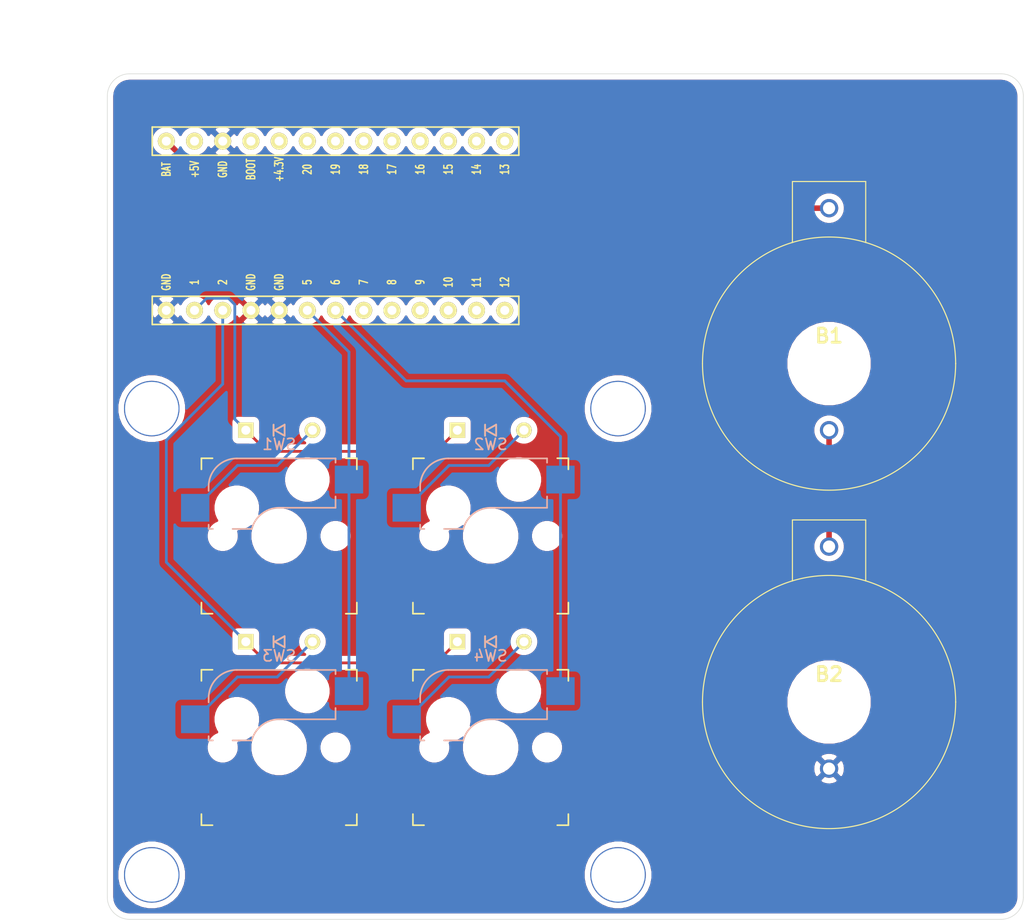
<source format=kicad_pcb>
(kicad_pcb (version 20171130) (host pcbnew "(5.1.6-0-10_14)")

  (general
    (thickness 1.6)
    (drawings 10)
    (tracks 44)
    (zones 0)
    (modules 15)
    (nets 29)
  )

  (page A4)
  (layers
    (0 F.Cu signal hide)
    (31 B.Cu signal)
    (32 B.Adhes user)
    (33 F.Adhes user)
    (34 B.Paste user)
    (35 F.Paste user)
    (36 B.SilkS user)
    (37 F.SilkS user)
    (38 B.Mask user)
    (39 F.Mask user)
    (40 Dwgs.User user)
    (41 Cmts.User user)
    (42 Eco1.User user)
    (43 Eco2.User user)
    (44 Edge.Cuts user)
    (45 Margin user)
    (46 B.CrtYd user)
    (47 F.CrtYd user)
    (48 B.Fab user)
    (49 F.Fab user)
  )

  (setup
    (last_trace_width 0.25)
    (user_trace_width 0.5)
    (trace_clearance 0.2)
    (zone_clearance 0.508)
    (zone_45_only no)
    (trace_min 0.2)
    (via_size 0.8)
    (via_drill 0.4)
    (via_min_size 0.4)
    (via_min_drill 0.3)
    (uvia_size 0.3)
    (uvia_drill 0.1)
    (uvias_allowed no)
    (uvia_min_size 0.2)
    (uvia_min_drill 0.1)
    (edge_width 0.05)
    (segment_width 0.2)
    (pcb_text_width 0.3)
    (pcb_text_size 1.5 1.5)
    (mod_edge_width 0.12)
    (mod_text_size 1 1)
    (mod_text_width 0.15)
    (pad_size 1.524 1.524)
    (pad_drill 0.762)
    (pad_to_mask_clearance 0.05)
    (aux_axis_origin 0 0)
    (visible_elements FFFFFF7F)
    (pcbplotparams
      (layerselection 0x010f0_ffffffff)
      (usegerberextensions false)
      (usegerberattributes true)
      (usegerberadvancedattributes true)
      (creategerberjobfile true)
      (excludeedgelayer true)
      (linewidth 0.100000)
      (plotframeref false)
      (viasonmask false)
      (mode 1)
      (useauxorigin false)
      (hpglpennumber 1)
      (hpglpenspeed 20)
      (hpglpendiameter 15.000000)
      (psnegative false)
      (psa4output false)
      (plotreference true)
      (plotvalue true)
      (plotinvisibletext false)
      (padsonsilk false)
      (subtractmaskfromsilk false)
      (outputformat 1)
      (mirror false)
      (drillshape 0)
      (scaleselection 1)
      (outputdirectory "../../../Desktop/"))
  )

  (net 0 "")
  (net 1 row0)
  (net 2 "Net-(D1-Pad2)")
  (net 3 "Net-(D2-Pad2)")
  (net 4 row1)
  (net 5 "Net-(D3-Pad2)")
  (net 6 "Net-(D4-Pad2)")
  (net 7 col0)
  (net 8 col1)
  (net 9 "Net-(U1-Pad18)")
  (net 10 "Net-(U1-Pad17)")
  (net 11 "Net-(U1-Pad16)")
  (net 12 "Net-(U1-Pad15)")
  (net 13 "Net-(U1-Pad14)")
  (net 14 "Net-(U1-Pad13)")
  (net 15 "Net-(U1-Pad12)")
  (net 16 "Net-(U1-Pad11)")
  (net 17 "Net-(U1-Pad10)")
  (net 18 "Net-(U1-Pad9)")
  (net 19 "Net-(B1-Pad2)")
  (net 20 "Net-(B1-Pad1)")
  (net 21 "Net-(B2-Pad1)")
  (net 22 "Net-(U1-Pad25)")
  (net 23 "Net-(U1-Pad23)")
  (net 24 "Net-(U1-Pad22)")
  (net 25 "Net-(U1-Pad21)")
  (net 26 "Net-(U1-Pad20)")
  (net 27 "Net-(U1-Pad19)")
  (net 28 "Net-(U1-Pad8)")

  (net_class Default "This is the default net class."
    (clearance 0.2)
    (trace_width 0.25)
    (via_dia 0.8)
    (via_drill 0.4)
    (uvia_dia 0.3)
    (uvia_drill 0.1)
    (add_net "Net-(B1-Pad1)")
    (add_net "Net-(B1-Pad2)")
    (add_net "Net-(B2-Pad1)")
    (add_net "Net-(D1-Pad2)")
    (add_net "Net-(D2-Pad2)")
    (add_net "Net-(D3-Pad2)")
    (add_net "Net-(D4-Pad2)")
    (add_net "Net-(U1-Pad10)")
    (add_net "Net-(U1-Pad11)")
    (add_net "Net-(U1-Pad12)")
    (add_net "Net-(U1-Pad13)")
    (add_net "Net-(U1-Pad14)")
    (add_net "Net-(U1-Pad15)")
    (add_net "Net-(U1-Pad16)")
    (add_net "Net-(U1-Pad17)")
    (add_net "Net-(U1-Pad18)")
    (add_net "Net-(U1-Pad19)")
    (add_net "Net-(U1-Pad20)")
    (add_net "Net-(U1-Pad21)")
    (add_net "Net-(U1-Pad22)")
    (add_net "Net-(U1-Pad23)")
    (add_net "Net-(U1-Pad25)")
    (add_net "Net-(U1-Pad8)")
    (add_net "Net-(U1-Pad9)")
    (add_net col0)
    (add_net col1)
    (add_net row0)
    (add_net row1)
  )

  (module kbd:HOLE (layer F.Cu) (tedit 5CC0625B) (tstamp 5F2CFBEF)
    (at 146 80.15)
    (descr "Mounting Hole 2.2mm, no annular, M2")
    (tags "mounting hole 2.2mm no annular m2")
    (attr virtual)
    (fp_text reference Ref** (at 0 -3.2) (layer F.Fab)
      (effects (font (size 1 1) (thickness 0.15)))
    )
    (fp_text value Val** (at 0 3.2) (layer F.Fab)
      (effects (font (size 1 1) (thickness 0.15)))
    )
    (fp_circle (center 0 0) (end 2.45 0) (layer F.CrtYd) (width 0.05))
    (fp_circle (center 0 0) (end 2.2 0) (layer Cmts.User) (width 0.15))
    (fp_text user %R (at 0.3 0) (layer F.Fab)
      (effects (font (size 1 1) (thickness 0.15)))
    )
    (pad "" np_thru_hole circle (at 0 0) (size 5 5) (drill 4.8) (layers *.Cu *.Mask))
  )

  (module kbd:HOLE (layer F.Cu) (tedit 5CC0625B) (tstamp 5F2CFBE8)
    (at 104 80.15)
    (descr "Mounting Hole 2.2mm, no annular, M2")
    (tags "mounting hole 2.2mm no annular m2")
    (attr virtual)
    (fp_text reference Ref** (at 0 -3.2) (layer F.Fab)
      (effects (font (size 1 1) (thickness 0.15)))
    )
    (fp_text value Val** (at 0 3.2) (layer F.Fab)
      (effects (font (size 1 1) (thickness 0.15)))
    )
    (fp_circle (center 0 0) (end 2.2 0) (layer Cmts.User) (width 0.15))
    (fp_circle (center 0 0) (end 2.45 0) (layer F.CrtYd) (width 0.05))
    (fp_text user %R (at 0.3 0) (layer F.Fab)
      (effects (font (size 1 1) (thickness 0.15)))
    )
    (pad "" np_thru_hole circle (at 0 0) (size 5 5) (drill 4.8) (layers *.Cu *.Mask))
  )

  (module kbd:HOLE (layer F.Cu) (tedit 5CC0625B) (tstamp 5F2CFBB4)
    (at 146 122.15)
    (descr "Mounting Hole 2.2mm, no annular, M2")
    (tags "mounting hole 2.2mm no annular m2")
    (attr virtual)
    (fp_text reference Ref** (at 0 -3.2) (layer F.Fab)
      (effects (font (size 1 1) (thickness 0.15)))
    )
    (fp_text value Val** (at 0 3.2) (layer F.Fab)
      (effects (font (size 1 1) (thickness 0.15)))
    )
    (fp_circle (center 0 0) (end 2.2 0) (layer Cmts.User) (width 0.15))
    (fp_circle (center 0 0) (end 2.45 0) (layer F.CrtYd) (width 0.05))
    (fp_text user %R (at 0.3 0) (layer F.Fab)
      (effects (font (size 1 1) (thickness 0.15)))
    )
    (pad "" np_thru_hole circle (at 0 0) (size 5 5) (drill 4.8) (layers *.Cu *.Mask))
  )

  (module kbd:HOLE (layer F.Cu) (tedit 5CC0625B) (tstamp 5F2CFBD8)
    (at 104 122.15)
    (descr "Mounting Hole 2.2mm, no annular, M2")
    (tags "mounting hole 2.2mm no annular m2")
    (attr virtual)
    (fp_text reference Ref** (at 0 -3.2) (layer F.Fab)
      (effects (font (size 1 1) (thickness 0.15)))
    )
    (fp_text value Val** (at 0 3.2) (layer F.Fab)
      (effects (font (size 1 1) (thickness 0.15)))
    )
    (fp_circle (center 0 0) (end 2.45 0) (layer F.CrtYd) (width 0.05))
    (fp_circle (center 0 0) (end 2.2 0) (layer Cmts.User) (width 0.15))
    (fp_text user %R (at 0.3 0) (layer F.Fab)
      (effects (font (size 1 1) (thickness 0.15)))
    )
    (pad "" np_thru_hole circle (at 0 0) (size 5 5) (drill 4.8) (layers *.Cu *.Mask))
  )

  (module keyswitches:Kailh_socket_MX (layer F.Cu) (tedit 5DD4FB17) (tstamp 5F2C8EAC)
    (at 134.525 110.675)
    (descr "MX-style keyswitch with Kailh socket mount")
    (tags MX,cherry,gateron,kailh,pg1511,socket)
    (path /5F226E3B)
    (attr smd)
    (fp_text reference SW4 (at 0 -8.255) (layer B.SilkS)
      (effects (font (size 1 1) (thickness 0.15)) (justify mirror))
    )
    (fp_text value SW_PUSH (at 0 8.255) (layer F.Fab)
      (effects (font (size 1 1) (thickness 0.15)))
    )
    (fp_line (start -8.89 -3.81) (end -6.35 -3.81) (layer B.Fab) (width 0.12))
    (fp_line (start -8.89 -1.27) (end -8.89 -3.81) (layer B.Fab) (width 0.12))
    (fp_line (start -6.35 -1.27) (end -8.89 -1.27) (layer B.Fab) (width 0.12))
    (fp_line (start 7.62 -3.81) (end 5.08 -3.81) (layer B.Fab) (width 0.12))
    (fp_line (start 7.62 -6.35) (end 7.62 -3.81) (layer B.Fab) (width 0.12))
    (fp_line (start 5.08 -6.35) (end 7.62 -6.35) (layer B.Fab) (width 0.12))
    (fp_line (start 5.08 -2.54) (end 0 -2.54) (layer B.Fab) (width 0.12))
    (fp_line (start 5.08 -6.985) (end 5.08 -2.54) (layer B.Fab) (width 0.12))
    (fp_line (start -3.81 -6.985) (end 5.08 -6.985) (layer B.Fab) (width 0.12))
    (fp_line (start -6.35 -0.635) (end -6.35 -4.445) (layer B.Fab) (width 0.12))
    (fp_line (start -6.35 -0.635) (end -2.54 -0.635) (layer B.Fab) (width 0.12))
    (fp_line (start 5.08 -6.985) (end 5.08 -6.604) (layer B.SilkS) (width 0.15))
    (fp_line (start -3.81 -6.985) (end 5.08 -6.985) (layer B.SilkS) (width 0.15))
    (fp_line (start -6.35 -4.445) (end -6.35 -4.064) (layer B.SilkS) (width 0.15))
    (fp_line (start -5.969 -0.635) (end -6.35 -0.635) (layer B.SilkS) (width 0.15))
    (fp_line (start -2.464162 -0.635) (end -4.191 -0.635) (layer B.SilkS) (width 0.15))
    (fp_line (start 5.08 -2.54) (end 0 -2.54) (layer B.SilkS) (width 0.15))
    (fp_line (start 5.08 -3.556) (end 5.08 -2.54) (layer B.SilkS) (width 0.15))
    (fp_line (start -6.35 -1.016) (end -6.35 -0.635) (layer B.SilkS) (width 0.15))
    (fp_line (start -7.5 7.5) (end -7.5 -7.5) (layer F.Fab) (width 0.15))
    (fp_line (start 7.5 7.5) (end -7.5 7.5) (layer F.Fab) (width 0.15))
    (fp_line (start 7.5 -7.5) (end 7.5 7.5) (layer F.Fab) (width 0.15))
    (fp_line (start -7.5 -7.5) (end 7.5 -7.5) (layer F.Fab) (width 0.15))
    (fp_line (start -6.9 6.9) (end -6.9 -6.9) (layer Eco2.User) (width 0.15))
    (fp_line (start 6.9 -6.9) (end 6.9 6.9) (layer Eco2.User) (width 0.15))
    (fp_line (start 6.9 -6.9) (end -6.9 -6.9) (layer Eco2.User) (width 0.15))
    (fp_line (start -6.9 6.9) (end 6.9 6.9) (layer Eco2.User) (width 0.15))
    (fp_line (start 7 -7) (end 7 -6) (layer F.SilkS) (width 0.15))
    (fp_line (start 6 7) (end 7 7) (layer F.SilkS) (width 0.15))
    (fp_line (start 7 -7) (end 6 -7) (layer F.SilkS) (width 0.15))
    (fp_line (start 7 6) (end 7 7) (layer F.SilkS) (width 0.15))
    (fp_line (start -7 7) (end -7 6) (layer F.SilkS) (width 0.15))
    (fp_line (start -6 -7) (end -7 -7) (layer F.SilkS) (width 0.15))
    (fp_line (start -7 7) (end -6 7) (layer F.SilkS) (width 0.15))
    (fp_line (start -7 -6) (end -7 -7) (layer F.SilkS) (width 0.15))
    (fp_text user %V (at -0.635 0.635) (layer B.Fab)
      (effects (font (size 1 1) (thickness 0.15)) (justify mirror))
    )
    (fp_text user %R (at -0.635 -4.445) (layer B.Fab)
      (effects (font (size 1 1) (thickness 0.15)) (justify mirror))
    )
    (fp_arc (start 0 0) (end 0 -2.54) (angle -75.96375653) (layer B.Fab) (width 0.12))
    (fp_arc (start -3.81 -4.445) (end -3.81 -6.985) (angle -90) (layer B.Fab) (width 0.12))
    (fp_arc (start 0 0) (end 0 -2.54) (angle -75.96375653) (layer B.SilkS) (width 0.15))
    (fp_arc (start -3.81 -4.445) (end -3.81 -6.985) (angle -90) (layer B.SilkS) (width 0.15))
    (pad 2 smd rect (at -7.56 -2.54) (size 2.55 2.5) (layers B.Cu B.Paste B.Mask)
      (net 6 "Net-(D4-Pad2)"))
    (pad "" np_thru_hole circle (at -5.08 0) (size 1.7018 1.7018) (drill 1.7018) (layers *.Cu *.Mask))
    (pad "" np_thru_hole circle (at 5.08 0) (size 1.7018 1.7018) (drill 1.7018) (layers *.Cu *.Mask))
    (pad "" np_thru_hole circle (at 0 0) (size 3.9878 3.9878) (drill 3.9878) (layers *.Cu *.Mask))
    (pad "" np_thru_hole circle (at -3.81 -2.54) (size 3 3) (drill 3) (layers *.Cu *.Mask))
    (pad "" np_thru_hole circle (at 2.54 -5.08) (size 3 3) (drill 3) (layers *.Cu *.Mask))
    (pad 1 smd rect (at 6.29 -5.08) (size 2.55 2.5) (layers B.Cu B.Paste B.Mask)
      (net 8 col1))
  )

  (module keyswitches:Kailh_socket_MX (layer F.Cu) (tedit 5DD4FB17) (tstamp 5F2CFA47)
    (at 115.475 110.675)
    (descr "MX-style keyswitch with Kailh socket mount")
    (tags MX,cherry,gateron,kailh,pg1511,socket)
    (path /5F2272ED)
    (attr smd)
    (fp_text reference SW3 (at 0 -8.255) (layer B.SilkS)
      (effects (font (size 1 1) (thickness 0.15)) (justify mirror))
    )
    (fp_text value SW_PUSH (at 0 8.255) (layer F.Fab)
      (effects (font (size 1 1) (thickness 0.15)))
    )
    (fp_line (start -8.89 -3.81) (end -6.35 -3.81) (layer B.Fab) (width 0.12))
    (fp_line (start -8.89 -1.27) (end -8.89 -3.81) (layer B.Fab) (width 0.12))
    (fp_line (start -6.35 -1.27) (end -8.89 -1.27) (layer B.Fab) (width 0.12))
    (fp_line (start 7.62 -3.81) (end 5.08 -3.81) (layer B.Fab) (width 0.12))
    (fp_line (start 7.62 -6.35) (end 7.62 -3.81) (layer B.Fab) (width 0.12))
    (fp_line (start 5.08 -6.35) (end 7.62 -6.35) (layer B.Fab) (width 0.12))
    (fp_line (start 5.08 -2.54) (end 0 -2.54) (layer B.Fab) (width 0.12))
    (fp_line (start 5.08 -6.985) (end 5.08 -2.54) (layer B.Fab) (width 0.12))
    (fp_line (start -3.81 -6.985) (end 5.08 -6.985) (layer B.Fab) (width 0.12))
    (fp_line (start -6.35 -0.635) (end -6.35 -4.445) (layer B.Fab) (width 0.12))
    (fp_line (start -6.35 -0.635) (end -2.54 -0.635) (layer B.Fab) (width 0.12))
    (fp_line (start 5.08 -6.985) (end 5.08 -6.604) (layer B.SilkS) (width 0.15))
    (fp_line (start -3.81 -6.985) (end 5.08 -6.985) (layer B.SilkS) (width 0.15))
    (fp_line (start -6.35 -4.445) (end -6.35 -4.064) (layer B.SilkS) (width 0.15))
    (fp_line (start -5.969 -0.635) (end -6.35 -0.635) (layer B.SilkS) (width 0.15))
    (fp_line (start -2.464162 -0.635) (end -4.191 -0.635) (layer B.SilkS) (width 0.15))
    (fp_line (start 5.08 -2.54) (end 0 -2.54) (layer B.SilkS) (width 0.15))
    (fp_line (start 5.08 -3.556) (end 5.08 -2.54) (layer B.SilkS) (width 0.15))
    (fp_line (start -6.35 -1.016) (end -6.35 -0.635) (layer B.SilkS) (width 0.15))
    (fp_line (start -7.5 7.5) (end -7.5 -7.5) (layer F.Fab) (width 0.15))
    (fp_line (start 7.5 7.5) (end -7.5 7.5) (layer F.Fab) (width 0.15))
    (fp_line (start 7.5 -7.5) (end 7.5 7.5) (layer F.Fab) (width 0.15))
    (fp_line (start -7.5 -7.5) (end 7.5 -7.5) (layer F.Fab) (width 0.15))
    (fp_line (start -6.9 6.9) (end -6.9 -6.9) (layer Eco2.User) (width 0.15))
    (fp_line (start 6.9 -6.9) (end 6.9 6.9) (layer Eco2.User) (width 0.15))
    (fp_line (start 6.9 -6.9) (end -6.9 -6.9) (layer Eco2.User) (width 0.15))
    (fp_line (start -6.9 6.9) (end 6.9 6.9) (layer Eco2.User) (width 0.15))
    (fp_line (start 7 -7) (end 7 -6) (layer F.SilkS) (width 0.15))
    (fp_line (start 6 7) (end 7 7) (layer F.SilkS) (width 0.15))
    (fp_line (start 7 -7) (end 6 -7) (layer F.SilkS) (width 0.15))
    (fp_line (start 7 6) (end 7 7) (layer F.SilkS) (width 0.15))
    (fp_line (start -7 7) (end -7 6) (layer F.SilkS) (width 0.15))
    (fp_line (start -6 -7) (end -7 -7) (layer F.SilkS) (width 0.15))
    (fp_line (start -7 7) (end -6 7) (layer F.SilkS) (width 0.15))
    (fp_line (start -7 -6) (end -7 -7) (layer F.SilkS) (width 0.15))
    (fp_text user %V (at -0.635 0.635) (layer B.Fab)
      (effects (font (size 1 1) (thickness 0.15)) (justify mirror))
    )
    (fp_text user %R (at -0.635 -4.445) (layer B.Fab)
      (effects (font (size 1 1) (thickness 0.15)) (justify mirror))
    )
    (fp_arc (start 0 0) (end 0 -2.54) (angle -75.96375653) (layer B.Fab) (width 0.12))
    (fp_arc (start -3.81 -4.445) (end -3.81 -6.985) (angle -90) (layer B.Fab) (width 0.12))
    (fp_arc (start 0 0) (end 0 -2.54) (angle -75.96375653) (layer B.SilkS) (width 0.15))
    (fp_arc (start -3.81 -4.445) (end -3.81 -6.985) (angle -90) (layer B.SilkS) (width 0.15))
    (pad 2 smd rect (at -7.56 -2.54) (size 2.55 2.5) (layers B.Cu B.Paste B.Mask)
      (net 5 "Net-(D3-Pad2)"))
    (pad "" np_thru_hole circle (at -5.08 0) (size 1.7018 1.7018) (drill 1.7018) (layers *.Cu *.Mask))
    (pad "" np_thru_hole circle (at 5.08 0) (size 1.7018 1.7018) (drill 1.7018) (layers *.Cu *.Mask))
    (pad "" np_thru_hole circle (at 0 0) (size 3.9878 3.9878) (drill 3.9878) (layers *.Cu *.Mask))
    (pad "" np_thru_hole circle (at -3.81 -2.54) (size 3 3) (drill 3) (layers *.Cu *.Mask))
    (pad "" np_thru_hole circle (at 2.54 -5.08) (size 3 3) (drill 3) (layers *.Cu *.Mask))
    (pad 1 smd rect (at 6.29 -5.08) (size 2.55 2.5) (layers B.Cu B.Paste B.Mask)
      (net 7 col0))
  )

  (module keyswitches:Kailh_socket_MX (layer F.Cu) (tedit 5DD4FB17) (tstamp 5F2C8FDE)
    (at 134.525 91.625)
    (descr "MX-style keyswitch with Kailh socket mount")
    (tags MX,cherry,gateron,kailh,pg1511,socket)
    (path /5F2250EF)
    (attr smd)
    (fp_text reference SW2 (at 0 -8.255) (layer B.SilkS)
      (effects (font (size 1 1) (thickness 0.15)) (justify mirror))
    )
    (fp_text value SW_PUSH (at 0 8.255) (layer F.Fab)
      (effects (font (size 1 1) (thickness 0.15)))
    )
    (fp_line (start -8.89 -3.81) (end -6.35 -3.81) (layer B.Fab) (width 0.12))
    (fp_line (start -8.89 -1.27) (end -8.89 -3.81) (layer B.Fab) (width 0.12))
    (fp_line (start -6.35 -1.27) (end -8.89 -1.27) (layer B.Fab) (width 0.12))
    (fp_line (start 7.62 -3.81) (end 5.08 -3.81) (layer B.Fab) (width 0.12))
    (fp_line (start 7.62 -6.35) (end 7.62 -3.81) (layer B.Fab) (width 0.12))
    (fp_line (start 5.08 -6.35) (end 7.62 -6.35) (layer B.Fab) (width 0.12))
    (fp_line (start 5.08 -2.54) (end 0 -2.54) (layer B.Fab) (width 0.12))
    (fp_line (start 5.08 -6.985) (end 5.08 -2.54) (layer B.Fab) (width 0.12))
    (fp_line (start -3.81 -6.985) (end 5.08 -6.985) (layer B.Fab) (width 0.12))
    (fp_line (start -6.35 -0.635) (end -6.35 -4.445) (layer B.Fab) (width 0.12))
    (fp_line (start -6.35 -0.635) (end -2.54 -0.635) (layer B.Fab) (width 0.12))
    (fp_line (start 5.08 -6.985) (end 5.08 -6.604) (layer B.SilkS) (width 0.15))
    (fp_line (start -3.81 -6.985) (end 5.08 -6.985) (layer B.SilkS) (width 0.15))
    (fp_line (start -6.35 -4.445) (end -6.35 -4.064) (layer B.SilkS) (width 0.15))
    (fp_line (start -5.969 -0.635) (end -6.35 -0.635) (layer B.SilkS) (width 0.15))
    (fp_line (start -2.464162 -0.635) (end -4.191 -0.635) (layer B.SilkS) (width 0.15))
    (fp_line (start 5.08 -2.54) (end 0 -2.54) (layer B.SilkS) (width 0.15))
    (fp_line (start 5.08 -3.556) (end 5.08 -2.54) (layer B.SilkS) (width 0.15))
    (fp_line (start -6.35 -1.016) (end -6.35 -0.635) (layer B.SilkS) (width 0.15))
    (fp_line (start -7.5 7.5) (end -7.5 -7.5) (layer F.Fab) (width 0.15))
    (fp_line (start 7.5 7.5) (end -7.5 7.5) (layer F.Fab) (width 0.15))
    (fp_line (start 7.5 -7.5) (end 7.5 7.5) (layer F.Fab) (width 0.15))
    (fp_line (start -7.5 -7.5) (end 7.5 -7.5) (layer F.Fab) (width 0.15))
    (fp_line (start -6.9 6.9) (end -6.9 -6.9) (layer Eco2.User) (width 0.15))
    (fp_line (start 6.9 -6.9) (end 6.9 6.9) (layer Eco2.User) (width 0.15))
    (fp_line (start 6.9 -6.9) (end -6.9 -6.9) (layer Eco2.User) (width 0.15))
    (fp_line (start -6.9 6.9) (end 6.9 6.9) (layer Eco2.User) (width 0.15))
    (fp_line (start 7 -7) (end 7 -6) (layer F.SilkS) (width 0.15))
    (fp_line (start 6 7) (end 7 7) (layer F.SilkS) (width 0.15))
    (fp_line (start 7 -7) (end 6 -7) (layer F.SilkS) (width 0.15))
    (fp_line (start 7 6) (end 7 7) (layer F.SilkS) (width 0.15))
    (fp_line (start -7 7) (end -7 6) (layer F.SilkS) (width 0.15))
    (fp_line (start -6 -7) (end -7 -7) (layer F.SilkS) (width 0.15))
    (fp_line (start -7 7) (end -6 7) (layer F.SilkS) (width 0.15))
    (fp_line (start -7 -6) (end -7 -7) (layer F.SilkS) (width 0.15))
    (fp_text user %V (at -0.635 0.635) (layer B.Fab)
      (effects (font (size 1 1) (thickness 0.15)) (justify mirror))
    )
    (fp_text user %R (at -0.635 -4.445) (layer B.Fab)
      (effects (font (size 1 1) (thickness 0.15)) (justify mirror))
    )
    (fp_arc (start 0 0) (end 0 -2.54) (angle -75.96375653) (layer B.Fab) (width 0.12))
    (fp_arc (start -3.81 -4.445) (end -3.81 -6.985) (angle -90) (layer B.Fab) (width 0.12))
    (fp_arc (start 0 0) (end 0 -2.54) (angle -75.96375653) (layer B.SilkS) (width 0.15))
    (fp_arc (start -3.81 -4.445) (end -3.81 -6.985) (angle -90) (layer B.SilkS) (width 0.15))
    (pad 2 smd rect (at -7.56 -2.54) (size 2.55 2.5) (layers B.Cu B.Paste B.Mask)
      (net 3 "Net-(D2-Pad2)"))
    (pad "" np_thru_hole circle (at -5.08 0) (size 1.7018 1.7018) (drill 1.7018) (layers *.Cu *.Mask))
    (pad "" np_thru_hole circle (at 5.08 0) (size 1.7018 1.7018) (drill 1.7018) (layers *.Cu *.Mask))
    (pad "" np_thru_hole circle (at 0 0) (size 3.9878 3.9878) (drill 3.9878) (layers *.Cu *.Mask))
    (pad "" np_thru_hole circle (at -3.81 -2.54) (size 3 3) (drill 3) (layers *.Cu *.Mask))
    (pad "" np_thru_hole circle (at 2.54 -5.08) (size 3 3) (drill 3) (layers *.Cu *.Mask))
    (pad 1 smd rect (at 6.29 -5.08) (size 2.55 2.5) (layers B.Cu B.Paste B.Mask)
      (net 8 col1))
  )

  (module keyswitches:Kailh_socket_MX (layer F.Cu) (tedit 5DD4FB17) (tstamp 5F2C9077)
    (at 115.475 91.625)
    (descr "MX-style keyswitch with Kailh socket mount")
    (tags MX,cherry,gateron,kailh,pg1511,socket)
    (path /5F2256EF)
    (attr smd)
    (fp_text reference SW1 (at 0 -8.255) (layer B.SilkS)
      (effects (font (size 1 1) (thickness 0.15)) (justify mirror))
    )
    (fp_text value SW_PUSH (at 0 8.255) (layer F.Fab)
      (effects (font (size 1 1) (thickness 0.15)))
    )
    (fp_line (start -8.89 -3.81) (end -6.35 -3.81) (layer B.Fab) (width 0.12))
    (fp_line (start -8.89 -1.27) (end -8.89 -3.81) (layer B.Fab) (width 0.12))
    (fp_line (start -6.35 -1.27) (end -8.89 -1.27) (layer B.Fab) (width 0.12))
    (fp_line (start 7.62 -3.81) (end 5.08 -3.81) (layer B.Fab) (width 0.12))
    (fp_line (start 7.62 -6.35) (end 7.62 -3.81) (layer B.Fab) (width 0.12))
    (fp_line (start 5.08 -6.35) (end 7.62 -6.35) (layer B.Fab) (width 0.12))
    (fp_line (start 5.08 -2.54) (end 0 -2.54) (layer B.Fab) (width 0.12))
    (fp_line (start 5.08 -6.985) (end 5.08 -2.54) (layer B.Fab) (width 0.12))
    (fp_line (start -3.81 -6.985) (end 5.08 -6.985) (layer B.Fab) (width 0.12))
    (fp_line (start -6.35 -0.635) (end -6.35 -4.445) (layer B.Fab) (width 0.12))
    (fp_line (start -6.35 -0.635) (end -2.54 -0.635) (layer B.Fab) (width 0.12))
    (fp_line (start 5.08 -6.985) (end 5.08 -6.604) (layer B.SilkS) (width 0.15))
    (fp_line (start -3.81 -6.985) (end 5.08 -6.985) (layer B.SilkS) (width 0.15))
    (fp_line (start -6.35 -4.445) (end -6.35 -4.064) (layer B.SilkS) (width 0.15))
    (fp_line (start -5.969 -0.635) (end -6.35 -0.635) (layer B.SilkS) (width 0.15))
    (fp_line (start -2.464162 -0.635) (end -4.191 -0.635) (layer B.SilkS) (width 0.15))
    (fp_line (start 5.08 -2.54) (end 0 -2.54) (layer B.SilkS) (width 0.15))
    (fp_line (start 5.08 -3.556) (end 5.08 -2.54) (layer B.SilkS) (width 0.15))
    (fp_line (start -6.35 -1.016) (end -6.35 -0.635) (layer B.SilkS) (width 0.15))
    (fp_line (start -7.5 7.5) (end -7.5 -7.5) (layer F.Fab) (width 0.15))
    (fp_line (start 7.5 7.5) (end -7.5 7.5) (layer F.Fab) (width 0.15))
    (fp_line (start 7.5 -7.5) (end 7.5 7.5) (layer F.Fab) (width 0.15))
    (fp_line (start -7.5 -7.5) (end 7.5 -7.5) (layer F.Fab) (width 0.15))
    (fp_line (start -6.9 6.9) (end -6.9 -6.9) (layer Eco2.User) (width 0.15))
    (fp_line (start 6.9 -6.9) (end 6.9 6.9) (layer Eco2.User) (width 0.15))
    (fp_line (start 6.9 -6.9) (end -6.9 -6.9) (layer Eco2.User) (width 0.15))
    (fp_line (start -6.9 6.9) (end 6.9 6.9) (layer Eco2.User) (width 0.15))
    (fp_line (start 7 -7) (end 7 -6) (layer F.SilkS) (width 0.15))
    (fp_line (start 6 7) (end 7 7) (layer F.SilkS) (width 0.15))
    (fp_line (start 7 -7) (end 6 -7) (layer F.SilkS) (width 0.15))
    (fp_line (start 7 6) (end 7 7) (layer F.SilkS) (width 0.15))
    (fp_line (start -7 7) (end -7 6) (layer F.SilkS) (width 0.15))
    (fp_line (start -6 -7) (end -7 -7) (layer F.SilkS) (width 0.15))
    (fp_line (start -7 7) (end -6 7) (layer F.SilkS) (width 0.15))
    (fp_line (start -7 -6) (end -7 -7) (layer F.SilkS) (width 0.15))
    (fp_text user %V (at -0.635 0.635) (layer B.Fab)
      (effects (font (size 1 1) (thickness 0.15)) (justify mirror))
    )
    (fp_text user %R (at -0.635 -4.445) (layer B.Fab)
      (effects (font (size 1 1) (thickness 0.15)) (justify mirror))
    )
    (fp_arc (start 0 0) (end 0 -2.54) (angle -75.96375653) (layer B.Fab) (width 0.12))
    (fp_arc (start -3.81 -4.445) (end -3.81 -6.985) (angle -90) (layer B.Fab) (width 0.12))
    (fp_arc (start 0 0) (end 0 -2.54) (angle -75.96375653) (layer B.SilkS) (width 0.15))
    (fp_arc (start -3.81 -4.445) (end -3.81 -6.985) (angle -90) (layer B.SilkS) (width 0.15))
    (pad 2 smd rect (at -7.56 -2.54) (size 2.55 2.5) (layers B.Cu B.Paste B.Mask)
      (net 2 "Net-(D1-Pad2)"))
    (pad "" np_thru_hole circle (at -5.08 0) (size 1.7018 1.7018) (drill 1.7018) (layers *.Cu *.Mask))
    (pad "" np_thru_hole circle (at 5.08 0) (size 1.7018 1.7018) (drill 1.7018) (layers *.Cu *.Mask))
    (pad "" np_thru_hole circle (at 0 0) (size 3.9878 3.9878) (drill 3.9878) (layers *.Cu *.Mask))
    (pad "" np_thru_hole circle (at -3.81 -2.54) (size 3 3) (drill 3) (layers *.Cu *.Mask))
    (pad "" np_thru_hole circle (at 2.54 -5.08) (size 3 3) (drill 3) (layers *.Cu *.Mask))
    (pad 1 smd rect (at 6.29 -5.08) (size 2.55 2.5) (layers B.Cu B.Paste B.Mask)
      (net 7 col0))
  )

  (module kbd:D3_TH (layer F.Cu) (tedit 5C66D6D7) (tstamp 5F2C704C)
    (at 134.525 101.15)
    (descr "Resitance 3 pas")
    (tags R)
    (path /5F229836)
    (autoplace_cost180 10)
    (fp_text reference D4 (at 0.55 0) (layer F.Fab) hide
      (effects (font (size 0.5 0.5) (thickness 0.125)))
    )
    (fp_text value D (at -0.55 0) (layer F.Fab) hide
      (effects (font (size 0.5 0.5) (thickness 0.125)))
    )
    (fp_line (start -0.5 -0.5) (end -0.5 0.5) (layer F.SilkS) (width 0.15))
    (fp_line (start 0.5 0.5) (end -0.4 0) (layer F.SilkS) (width 0.15))
    (fp_line (start 0.5 -0.5) (end 0.5 0.5) (layer F.SilkS) (width 0.15))
    (fp_line (start -0.4 0) (end 0.5 -0.5) (layer F.SilkS) (width 0.15))
    (fp_line (start -0.5 -0.5) (end -0.5 0.5) (layer B.SilkS) (width 0.15))
    (fp_line (start 0.5 0.5) (end -0.4 0) (layer B.SilkS) (width 0.15))
    (fp_line (start 0.5 -0.5) (end 0.5 0.5) (layer B.SilkS) (width 0.15))
    (fp_line (start -0.4 0) (end 0.5 -0.5) (layer B.SilkS) (width 0.15))
    (pad 2 thru_hole circle (at 3 0) (size 1.397 1.397) (drill 0.8128) (layers *.Cu F.SilkS B.Mask)
      (net 6 "Net-(D4-Pad2)"))
    (pad 1 thru_hole rect (at -3 0) (size 1.397 1.397) (drill 0.8128) (layers *.Cu F.SilkS B.Mask)
      (net 4 row1))
    (model Diodes_SMD.3dshapes/SMB_Handsoldering.wrl
      (at (xyz 0 0 0))
      (scale (xyz 0.22 0.15 0.15))
      (rotate (xyz 0 0 180))
    )
  )

  (module kbd:D3_TH (layer F.Cu) (tedit 5C66D6D7) (tstamp 5F2C703C)
    (at 115.475 101.15)
    (descr "Resitance 3 pas")
    (tags R)
    (path /5F229E8A)
    (autoplace_cost180 10)
    (fp_text reference D3 (at 0.55 0) (layer F.Fab) hide
      (effects (font (size 0.5 0.5) (thickness 0.125)))
    )
    (fp_text value D (at -0.55 0) (layer F.Fab) hide
      (effects (font (size 0.5 0.5) (thickness 0.125)))
    )
    (fp_line (start -0.5 -0.5) (end -0.5 0.5) (layer F.SilkS) (width 0.15))
    (fp_line (start 0.5 0.5) (end -0.4 0) (layer F.SilkS) (width 0.15))
    (fp_line (start 0.5 -0.5) (end 0.5 0.5) (layer F.SilkS) (width 0.15))
    (fp_line (start -0.4 0) (end 0.5 -0.5) (layer F.SilkS) (width 0.15))
    (fp_line (start -0.5 -0.5) (end -0.5 0.5) (layer B.SilkS) (width 0.15))
    (fp_line (start 0.5 0.5) (end -0.4 0) (layer B.SilkS) (width 0.15))
    (fp_line (start 0.5 -0.5) (end 0.5 0.5) (layer B.SilkS) (width 0.15))
    (fp_line (start -0.4 0) (end 0.5 -0.5) (layer B.SilkS) (width 0.15))
    (pad 2 thru_hole circle (at 3 0) (size 1.397 1.397) (drill 0.8128) (layers *.Cu F.SilkS B.Mask)
      (net 5 "Net-(D3-Pad2)"))
    (pad 1 thru_hole rect (at -3 0) (size 1.397 1.397) (drill 0.8128) (layers *.Cu F.SilkS B.Mask)
      (net 4 row1))
    (model Diodes_SMD.3dshapes/SMB_Handsoldering.wrl
      (at (xyz 0 0 0))
      (scale (xyz 0.22 0.15 0.15))
      (rotate (xyz 0 0 180))
    )
  )

  (module kbd:D3_TH (layer F.Cu) (tedit 5C66D6D7) (tstamp 5F2C9113)
    (at 134.525 82.1)
    (descr "Resitance 3 pas")
    (tags R)
    (path /5F22909D)
    (autoplace_cost180 10)
    (fp_text reference D2 (at 0.55 0) (layer F.Fab) hide
      (effects (font (size 0.5 0.5) (thickness 0.125)))
    )
    (fp_text value D (at -0.55 0) (layer F.Fab) hide
      (effects (font (size 0.5 0.5) (thickness 0.125)))
    )
    (fp_line (start -0.5 -0.5) (end -0.5 0.5) (layer F.SilkS) (width 0.15))
    (fp_line (start 0.5 0.5) (end -0.4 0) (layer F.SilkS) (width 0.15))
    (fp_line (start 0.5 -0.5) (end 0.5 0.5) (layer F.SilkS) (width 0.15))
    (fp_line (start -0.4 0) (end 0.5 -0.5) (layer F.SilkS) (width 0.15))
    (fp_line (start -0.5 -0.5) (end -0.5 0.5) (layer B.SilkS) (width 0.15))
    (fp_line (start 0.5 0.5) (end -0.4 0) (layer B.SilkS) (width 0.15))
    (fp_line (start 0.5 -0.5) (end 0.5 0.5) (layer B.SilkS) (width 0.15))
    (fp_line (start -0.4 0) (end 0.5 -0.5) (layer B.SilkS) (width 0.15))
    (pad 2 thru_hole circle (at 3 0) (size 1.397 1.397) (drill 0.8128) (layers *.Cu F.SilkS B.Mask)
      (net 3 "Net-(D2-Pad2)"))
    (pad 1 thru_hole rect (at -3 0) (size 1.397 1.397) (drill 0.8128) (layers *.Cu F.SilkS B.Mask)
      (net 1 row0))
    (model Diodes_SMD.3dshapes/SMB_Handsoldering.wrl
      (at (xyz 0 0 0))
      (scale (xyz 0.22 0.15 0.15))
      (rotate (xyz 0 0 180))
    )
  )

  (module kbd:D3_TH (layer F.Cu) (tedit 5C66D6D7) (tstamp 5F2C701C)
    (at 115.475 82.1)
    (descr "Resitance 3 pas")
    (tags R)
    (path /5F2281E1)
    (autoplace_cost180 10)
    (fp_text reference D1 (at 0.55 0) (layer F.Fab) hide
      (effects (font (size 0.5 0.5) (thickness 0.125)))
    )
    (fp_text value D (at -0.55 0) (layer F.Fab) hide
      (effects (font (size 0.5 0.5) (thickness 0.125)))
    )
    (fp_line (start -0.5 -0.5) (end -0.5 0.5) (layer F.SilkS) (width 0.15))
    (fp_line (start 0.5 0.5) (end -0.4 0) (layer F.SilkS) (width 0.15))
    (fp_line (start 0.5 -0.5) (end 0.5 0.5) (layer F.SilkS) (width 0.15))
    (fp_line (start -0.4 0) (end 0.5 -0.5) (layer F.SilkS) (width 0.15))
    (fp_line (start -0.5 -0.5) (end -0.5 0.5) (layer B.SilkS) (width 0.15))
    (fp_line (start 0.5 0.5) (end -0.4 0) (layer B.SilkS) (width 0.15))
    (fp_line (start 0.5 -0.5) (end 0.5 0.5) (layer B.SilkS) (width 0.15))
    (fp_line (start -0.4 0) (end 0.5 -0.5) (layer B.SilkS) (width 0.15))
    (pad 2 thru_hole circle (at 3 0) (size 1.397 1.397) (drill 0.8128) (layers *.Cu F.SilkS B.Mask)
      (net 2 "Net-(D1-Pad2)"))
    (pad 1 thru_hole rect (at -3 0) (size 1.397 1.397) (drill 0.8128) (layers *.Cu F.SilkS B.Mask)
      (net 1 row0))
    (model Diodes_SMD.3dshapes/SMB_Handsoldering.wrl
      (at (xyz 0 0 0))
      (scale (xyz 0.22 0.15 0.15))
      (rotate (xyz 0 0 180))
    )
  )

  (module mylibrary:BLEMicroPro_reversed (layer F.Cu) (tedit 5F2C0472) (tstamp 5F2CFDB0)
    (at 123.095 63.685 90)
    (path /5F270EAC)
    (fp_text reference U1 (at -0.136 -0.812 180) (layer F.SilkS) hide
      (effects (font (size 1 1) (thickness 0.15)))
    )
    (fp_text value BleProMicro (at -0.486 -20.32 90) (layer F.Fab) hide
      (effects (font (size 1 1) (thickness 0.15)))
    )
    (fp_line (start -8.89 -19.05) (end 8.89 -19.05) (layer F.Fab) (width 0.15))
    (fp_line (start 8.899 -19.05) (end 8.899 13.97) (layer F.Fab) (width 0.15))
    (fp_line (start 8.899 13.97) (end -8.89 13.97) (layer F.Fab) (width 0.15))
    (fp_line (start -8.89 13.97) (end -8.89 -19.05) (layer F.Fab) (width 0.15))
    (fp_line (start -8.8896 -19.05) (end -6.3496 -19.05) (layer F.SilkS) (width 0.15))
    (fp_line (start -6.3496 -19.05) (end -6.3496 13.97) (layer F.SilkS) (width 0.15))
    (fp_line (start -6.3496 13.97) (end -8.8896 13.97) (layer F.SilkS) (width 0.15))
    (fp_line (start -8.8896 13.97) (end -8.8896 -19.05) (layer F.SilkS) (width 0.15))
    (fp_line (start 6.3504 -19.05) (end 8.8904 -19.05) (layer F.SilkS) (width 0.15))
    (fp_line (start 8.8904 -19.05) (end 8.8904 13.97) (layer F.SilkS) (width 0.15))
    (fp_line (start 8.8904 13.97) (end 6.3504 13.97) (layer F.SilkS) (width 0.15))
    (fp_line (start 6.3504 13.97) (end 6.35 -19.05) (layer F.SilkS) (width 0.15))
    (fp_text user 13 (at 5.08 12.7 90) (layer F.SilkS)
      (effects (font (size 0.75 0.5) (thickness 0.125)))
    )
    (fp_text user 14 (at 5.08 10.16 90) (layer F.SilkS)
      (effects (font (size 0.75 0.5) (thickness 0.125)))
    )
    (fp_text user 15 (at 5.08 7.62 90) (layer F.SilkS)
      (effects (font (size 0.75 0.5) (thickness 0.125)))
    )
    (fp_text user 16 (at 5.08 5.08 90) (layer F.SilkS)
      (effects (font (size 0.75 0.5) (thickness 0.125)))
    )
    (fp_text user 17 (at 5.08 2.54 90) (layer F.SilkS)
      (effects (font (size 0.75 0.5) (thickness 0.125)))
    )
    (fp_text user 18 (at 5.08 0 90) (layer F.SilkS)
      (effects (font (size 0.75 0.5) (thickness 0.125)))
    )
    (fp_text user 19 (at 5.08 -2.54 90) (layer F.SilkS)
      (effects (font (size 0.75 0.5) (thickness 0.125)))
    )
    (fp_text user 20 (at 5.08 -5.08 90) (layer F.SilkS)
      (effects (font (size 0.75 0.5) (thickness 0.125)))
    )
    (fp_text user +4.3V (at 5.08 -7.62 90) (layer F.SilkS)
      (effects (font (size 0.75 0.5) (thickness 0.125)))
    )
    (fp_text user BOOT (at 5.08 -10.16 90) (layer F.SilkS)
      (effects (font (size 0.75 0.5) (thickness 0.125)))
    )
    (fp_text user GND (at 5.08 -12.7 90) (layer F.SilkS)
      (effects (font (size 0.75 0.5) (thickness 0.125)))
    )
    (fp_text user +5V (at 5.08 -15.24 90) (layer F.SilkS)
      (effects (font (size 0.75 0.5) (thickness 0.125)))
    )
    (fp_text user BAT (at 5.08 -17.78 90) (layer F.SilkS)
      (effects (font (size 0.75 0.5) (thickness 0.125)))
    )
    (fp_text user 12 (at -5.08 12.7 90) (layer F.SilkS)
      (effects (font (size 0.75 0.5) (thickness 0.125)))
    )
    (fp_text user 11 (at -5.08 10.16 90) (layer F.SilkS)
      (effects (font (size 0.75 0.5) (thickness 0.125)))
    )
    (fp_text user 10 (at -5.08 7.62 90) (layer F.SilkS)
      (effects (font (size 0.75 0.5) (thickness 0.125)))
    )
    (fp_text user 9 (at -5.08 5.08 90) (layer F.SilkS)
      (effects (font (size 0.75 0.5) (thickness 0.125)))
    )
    (fp_text user 8 (at -5.08 2.54 90) (layer F.SilkS)
      (effects (font (size 0.75 0.5) (thickness 0.125)))
    )
    (fp_text user 7 (at -5.08 0 90) (layer F.SilkS)
      (effects (font (size 0.75 0.5) (thickness 0.125)))
    )
    (fp_text user 6 (at -5.08 -2.54 90) (layer F.SilkS)
      (effects (font (size 0.75 0.5) (thickness 0.125)))
    )
    (fp_text user 5 (at -5.08 -5.08 90) (layer F.SilkS)
      (effects (font (size 0.75 0.5) (thickness 0.125)))
    )
    (fp_text user GND (at -5.08 -7.62 90) (layer F.SilkS)
      (effects (font (size 0.75 0.5) (thickness 0.125)))
    )
    (fp_text user GND (at -5.08 -10.16 90) (layer F.SilkS)
      (effects (font (size 0.75 0.5) (thickness 0.125)))
    )
    (fp_text user 2 (at -5.08 -12.7 90) (layer F.SilkS)
      (effects (font (size 0.75 0.5) (thickness 0.125)))
    )
    (fp_text user 1 (at -5.08 -15.24 90) (layer F.SilkS)
      (effects (font (size 0.75 0.5) (thickness 0.125)))
    )
    (fp_text user "" (at -0.536 -18.012 90) (layer F.SilkS)
      (effects (font (size 1 1) (thickness 0.15)))
    )
    (fp_text user "" (at -1.2425 -17.018 90) (layer B.SilkS)
      (effects (font (size 1 1) (thickness 0.15)) (justify mirror))
    )
    (fp_text user GND (at -5.08 -17.78 90) (layer F.SilkS)
      (effects (font (size 0.75 0.5) (thickness 0.125)))
    )
    (pad 26 thru_hole circle (at 7.62 -17.78 90) (size 1.524 1.524) (drill 0.8128) (layers *.Cu F.SilkS B.Mask)
      (net 19 "Net-(B1-Pad2)"))
    (pad 1 thru_hole circle (at -7.62 -17.78 90) (size 1.524 1.524) (drill 0.8128) (layers *.Cu F.SilkS B.Mask)
      (net 21 "Net-(B2-Pad1)"))
    (pad 25 thru_hole circle (at 7.6204 -15.24 90) (size 1.524 1.524) (drill 0.8128) (layers *.Cu F.SilkS B.Mask)
      (net 22 "Net-(U1-Pad25)"))
    (pad 24 thru_hole circle (at 7.6204 -12.7 90) (size 1.524 1.524) (drill 0.8128) (layers *.Cu F.SilkS B.Mask)
      (net 21 "Net-(B2-Pad1)"))
    (pad 23 thru_hole circle (at 7.6204 -10.16 90) (size 1.524 1.524) (drill 0.8128) (layers *.Cu F.SilkS B.Mask)
      (net 23 "Net-(U1-Pad23)"))
    (pad 22 thru_hole circle (at 7.6204 -7.62 90) (size 1.524 1.524) (drill 0.8128) (layers *.Cu F.SilkS B.Mask)
      (net 24 "Net-(U1-Pad22)"))
    (pad 21 thru_hole circle (at 7.6204 -5.08 90) (size 1.524 1.524) (drill 0.8128) (layers *.Cu F.SilkS B.Mask)
      (net 25 "Net-(U1-Pad21)"))
    (pad 20 thru_hole circle (at 7.6204 -2.54 90) (size 1.524 1.524) (drill 0.8128) (layers *.Cu F.SilkS B.Mask)
      (net 26 "Net-(U1-Pad20)"))
    (pad 19 thru_hole circle (at 7.6204 0 90) (size 1.524 1.524) (drill 0.8128) (layers *.Cu F.SilkS B.Mask)
      (net 27 "Net-(U1-Pad19)"))
    (pad 18 thru_hole circle (at 7.6204 2.54 90) (size 1.524 1.524) (drill 0.8128) (layers *.Cu F.SilkS B.Mask)
      (net 9 "Net-(U1-Pad18)"))
    (pad 17 thru_hole circle (at 7.6204 5.08 90) (size 1.524 1.524) (drill 0.8128) (layers *.Cu F.SilkS B.Mask)
      (net 10 "Net-(U1-Pad17)"))
    (pad 16 thru_hole circle (at 7.6204 7.62 90) (size 1.524 1.524) (drill 0.8128) (layers *.Cu F.SilkS B.Mask)
      (net 11 "Net-(U1-Pad16)"))
    (pad 15 thru_hole circle (at 7.6204 10.16 90) (size 1.524 1.524) (drill 0.8128) (layers *.Cu F.SilkS B.Mask)
      (net 12 "Net-(U1-Pad15)"))
    (pad 14 thru_hole circle (at 7.6204 12.7 90) (size 1.524 1.524) (drill 0.8128) (layers *.Cu F.SilkS B.Mask)
      (net 13 "Net-(U1-Pad14)"))
    (pad 13 thru_hole circle (at -7.6196 12.7 90) (size 1.524 1.524) (drill 0.8128) (layers *.Cu F.SilkS B.Mask)
      (net 14 "Net-(U1-Pad13)"))
    (pad 12 thru_hole circle (at -7.6196 10.16 90) (size 1.524 1.524) (drill 0.8128) (layers *.Cu F.SilkS B.Mask)
      (net 15 "Net-(U1-Pad12)"))
    (pad 11 thru_hole circle (at -7.6196 7.62 90) (size 1.524 1.524) (drill 0.8128) (layers *.Cu F.SilkS B.Mask)
      (net 16 "Net-(U1-Pad11)"))
    (pad 10 thru_hole circle (at -7.6196 5.08 90) (size 1.524 1.524) (drill 0.8128) (layers *.Cu F.SilkS B.Mask)
      (net 17 "Net-(U1-Pad10)"))
    (pad 9 thru_hole circle (at -7.6196 2.54 90) (size 1.524 1.524) (drill 0.8128) (layers *.Cu F.SilkS B.Mask)
      (net 18 "Net-(U1-Pad9)"))
    (pad 8 thru_hole circle (at -7.6196 0 90) (size 1.524 1.524) (drill 0.8128) (layers *.Cu F.SilkS B.Mask)
      (net 28 "Net-(U1-Pad8)"))
    (pad 7 thru_hole circle (at -7.6196 -2.54 90) (size 1.524 1.524) (drill 0.8128) (layers *.Cu F.SilkS B.Mask)
      (net 8 col1))
    (pad 6 thru_hole circle (at -7.6196 -5.08 90) (size 1.524 1.524) (drill 0.8128) (layers *.Cu F.SilkS B.Mask)
      (net 7 col0))
    (pad 5 thru_hole circle (at -7.6196 -7.62 90) (size 1.524 1.524) (drill 0.8128) (layers *.Cu F.SilkS B.Mask)
      (net 21 "Net-(B2-Pad1)"))
    (pad 4 thru_hole circle (at -7.6196 -10.16 90) (size 1.524 1.524) (drill 0.8128) (layers *.Cu F.SilkS B.Mask)
      (net 21 "Net-(B2-Pad1)"))
    (pad 3 thru_hole circle (at -7.6196 -12.7 90) (size 1.524 1.524) (drill 0.8128) (layers *.Cu F.SilkS B.Mask)
      (net 4 row1))
    (pad 2 thru_hole circle (at -7.6196 -15.24 90) (size 1.524 1.524) (drill 0.8128) (layers *.Cu F.SilkS B.Mask)
      (net 1 row0))
  )

  (module CH25-2032LF:CH252032LF (layer F.Cu) (tedit 0) (tstamp 5F2C700C)
    (at 165.005 112.58 180)
    (descr CH25-2032LF-1)
    (tags "Undefined or Miscellaneous")
    (path /5F2C1B5C)
    (fp_text reference B2 (at 0 8.5) (layer F.SilkS)
      (effects (font (size 1.27 1.27) (thickness 0.254)))
    )
    (fp_text value CH25-2032LF (at 0 8.5) (layer F.SilkS) hide
      (effects (font (size 1.27 1.27) (thickness 0.254)))
    )
    (fp_line (start 3.3 22.4) (end 3.3 16.9) (layer F.SilkS) (width 0.1))
    (fp_line (start -3.3 22.4) (end 3.3 22.4) (layer F.SilkS) (width 0.1))
    (fp_line (start -3.3 16.9) (end -3.3 22.4) (layer F.SilkS) (width 0.1))
    (fp_line (start 11.4 6) (end 11.4 6) (layer F.SilkS) (width 0.1))
    (fp_line (start -11.4 6) (end -11.4 6) (layer F.SilkS) (width 0.1))
    (fp_line (start 3.3 22.4) (end 3.3 16.9) (layer F.Fab) (width 0.2))
    (fp_line (start -3.3 22.4) (end 3.3 22.4) (layer F.Fab) (width 0.2))
    (fp_line (start -3.3 16.9) (end -3.3 22.4) (layer F.Fab) (width 0.2))
    (fp_line (start 11.4 6) (end 11.4 6) (layer F.Fab) (width 0.2))
    (fp_line (start -11.4 6) (end -11.4 6) (layer F.Fab) (width 0.2))
    (fp_line (start -12.4 23.4) (end -12.4 -6.4) (layer F.CrtYd) (width 0.1))
    (fp_line (start 12.4 23.4) (end -12.4 23.4) (layer F.CrtYd) (width 0.1))
    (fp_line (start 12.4 -6.4) (end 12.4 23.4) (layer F.CrtYd) (width 0.1))
    (fp_line (start -12.4 -6.4) (end 12.4 -6.4) (layer F.CrtYd) (width 0.1))
    (fp_arc (start 0 6) (end 11.4 6) (angle -180) (layer F.SilkS) (width 0.1))
    (fp_arc (start 0 6) (end -11.4 6) (angle -180) (layer F.SilkS) (width 0.1))
    (fp_arc (start 0 6) (end 11.4 6) (angle -180) (layer F.Fab) (width 0.2))
    (fp_arc (start 0 6) (end -11.4 6) (angle -180) (layer F.Fab) (width 0.2))
    (fp_text user %R (at 0 8.5) (layer F.Fab)
      (effects (font (size 1.27 1.27) (thickness 0.254)))
    )
    (pad 3 np_thru_hole circle (at 0 6 180) (size 6.5 0) (drill 6.5) (layers *.Cu *.Mask))
    (pad 2 thru_hole circle (at 0 20 180) (size 1.65 1.65) (drill 1.1) (layers *.Cu *.Mask)
      (net 20 "Net-(B1-Pad1)"))
    (pad 1 thru_hole circle (at 0 0 180) (size 1.65 1.65) (drill 1.1) (layers *.Cu *.Mask)
      (net 21 "Net-(B2-Pad1)"))
  )

  (module CH25-2032LF:CH252032LF (layer F.Cu) (tedit 0) (tstamp 5F2C6FF2)
    (at 165.005 82.1 180)
    (descr CH25-2032LF-1)
    (tags "Undefined or Miscellaneous")
    (path /5F2C1082)
    (fp_text reference B1 (at 0 8.5) (layer F.SilkS)
      (effects (font (size 1.27 1.27) (thickness 0.254)))
    )
    (fp_text value CH25-2032LF (at 0 8.5) (layer F.SilkS) hide
      (effects (font (size 1.27 1.27) (thickness 0.254)))
    )
    (fp_line (start 3.3 22.4) (end 3.3 16.9) (layer F.SilkS) (width 0.1))
    (fp_line (start -3.3 22.4) (end 3.3 22.4) (layer F.SilkS) (width 0.1))
    (fp_line (start -3.3 16.9) (end -3.3 22.4) (layer F.SilkS) (width 0.1))
    (fp_line (start 11.4 6) (end 11.4 6) (layer F.SilkS) (width 0.1))
    (fp_line (start -11.4 6) (end -11.4 6) (layer F.SilkS) (width 0.1))
    (fp_line (start 3.3 22.4) (end 3.3 16.9) (layer F.Fab) (width 0.2))
    (fp_line (start -3.3 22.4) (end 3.3 22.4) (layer F.Fab) (width 0.2))
    (fp_line (start -3.3 16.9) (end -3.3 22.4) (layer F.Fab) (width 0.2))
    (fp_line (start 11.4 6) (end 11.4 6) (layer F.Fab) (width 0.2))
    (fp_line (start -11.4 6) (end -11.4 6) (layer F.Fab) (width 0.2))
    (fp_line (start -12.4 23.4) (end -12.4 -6.4) (layer F.CrtYd) (width 0.1))
    (fp_line (start 12.4 23.4) (end -12.4 23.4) (layer F.CrtYd) (width 0.1))
    (fp_line (start 12.4 -6.4) (end 12.4 23.4) (layer F.CrtYd) (width 0.1))
    (fp_line (start -12.4 -6.4) (end 12.4 -6.4) (layer F.CrtYd) (width 0.1))
    (fp_arc (start 0 6) (end 11.4 6) (angle -180) (layer F.SilkS) (width 0.1))
    (fp_arc (start 0 6) (end -11.4 6) (angle -180) (layer F.SilkS) (width 0.1))
    (fp_arc (start 0 6) (end 11.4 6) (angle -180) (layer F.Fab) (width 0.2))
    (fp_arc (start 0 6) (end -11.4 6) (angle -180) (layer F.Fab) (width 0.2))
    (fp_text user %R (at 0 8.5) (layer F.Fab)
      (effects (font (size 1.27 1.27) (thickness 0.254)))
    )
    (pad 3 np_thru_hole circle (at 0 6 180) (size 6.5 0) (drill 6.5) (layers *.Cu *.Mask))
    (pad 2 thru_hole circle (at 0 20 180) (size 1.65 1.65) (drill 1.1) (layers *.Cu *.Mask)
      (net 19 "Net-(B1-Pad2)"))
    (pad 1 thru_hole circle (at 0 0 180) (size 1.65 1.65) (drill 1.1) (layers *.Cu *.Mask)
      (net 20 "Net-(B1-Pad1)"))
  )

  (dimension 76.15 (width 0.15) (layer Dwgs.User)
    (gr_text "76.150 mm" (at 94 88.075 270) (layer Dwgs.User)
      (effects (font (size 1 1) (thickness 0.15)))
    )
    (feature1 (pts (xy 102 126.15) (xy 94.713579 126.15)))
    (feature2 (pts (xy 102 50) (xy 94.713579 50)))
    (crossbar (pts (xy 95.3 50) (xy 95.3 126.15)))
    (arrow1a (pts (xy 95.3 126.15) (xy 94.713579 125.023496)))
    (arrow1b (pts (xy 95.3 126.15) (xy 95.886421 125.023496)))
    (arrow2a (pts (xy 95.3 50) (xy 94.713579 51.126504)))
    (arrow2b (pts (xy 95.3 50) (xy 95.886421 51.126504)))
  )
  (dimension 82.5 (width 0.15) (layer Dwgs.User)
    (gr_text "82.500 mm" (at 141.25 44.05) (layer Dwgs.User)
      (effects (font (size 1 1) (thickness 0.15)))
    )
    (feature1 (pts (xy 100 52.3) (xy 100 44.763579)))
    (feature2 (pts (xy 182.5 52.3) (xy 182.5 44.763579)))
    (crossbar (pts (xy 182.5 45.35) (xy 100 45.35)))
    (arrow1a (pts (xy 100 45.35) (xy 101.126504 44.763579)))
    (arrow1b (pts (xy 100 45.35) (xy 101.126504 45.936421)))
    (arrow2a (pts (xy 182.5 45.35) (xy 181.373496 44.763579)))
    (arrow2b (pts (xy 182.5 45.35) (xy 181.373496 45.936421)))
  )
  (gr_arc (start 102 124.15) (end 100 124.15) (angle -90) (layer Edge.Cuts) (width 0.05) (tstamp 5F2CFD11))
  (gr_line (start 100 52) (end 100 124.15) (layer Edge.Cuts) (width 0.05) (tstamp 5F2CFD20))
  (gr_arc (start 102 52) (end 102 50) (angle -90) (layer Edge.Cuts) (width 0.05) (tstamp 5F2CFD0E))
  (gr_line (start 102 126.15) (end 180.5 126.15) (layer Edge.Cuts) (width 0.05) (tstamp 5F2CFD1A))
  (gr_arc (start 180.5 124.15) (end 180.5 126.15) (angle -90) (layer Edge.Cuts) (width 0.05) (tstamp 5F2CFD17))
  (gr_line (start 182.5 52) (end 182.5 124.15) (layer Edge.Cuts) (width 0.05) (tstamp 5F2CFD1D))
  (gr_arc (start 180.5 52) (end 182.5 52) (angle -90) (layer Edge.Cuts) (width 0.05) (tstamp 5F2CFD23))
  (gr_line (start 102 50) (end 180.5 50) (layer Edge.Cuts) (width 0.05) (tstamp 5F2CFD14))

  (segment (start 129.62 84.005) (end 131.525 82.1) (width 0.25) (layer F.Cu) (net 1))
  (segment (start 114.38 84.005) (end 129.62 84.005) (width 0.25) (layer F.Cu) (net 1))
  (segment (start 112.475 82.1) (end 114.38 84.005) (width 0.25) (layer F.Cu) (net 1))
  (segment (start 110.916761 70.217599) (end 108.942001 70.217599) (width 0.25) (layer B.Cu) (net 1))
  (segment (start 108.942001 70.217599) (end 107.855 71.3046) (width 0.25) (layer B.Cu) (net 1))
  (segment (start 111.482001 70.782839) (end 110.916761 70.217599) (width 0.25) (layer B.Cu) (net 1))
  (segment (start 111.482001 81.107001) (end 111.482001 70.782839) (width 0.25) (layer B.Cu) (net 1))
  (segment (start 112.475 82.1) (end 111.482001 81.107001) (width 0.25) (layer B.Cu) (net 1))
  (segment (start 107.915 89.085) (end 111.725 85.275) (width 0.25) (layer B.Cu) (net 2))
  (segment (start 115.3 85.275) (end 118.475 82.1) (width 0.25) (layer B.Cu) (net 2))
  (segment (start 111.725 85.275) (end 115.3 85.275) (width 0.25) (layer B.Cu) (net 2))
  (segment (start 126.965 89.085) (end 130.775 85.275) (width 0.25) (layer B.Cu) (net 3) (tstamp 5F2C97DC))
  (segment (start 130.775 85.275) (end 134.35 85.275) (width 0.25) (layer B.Cu) (net 3) (tstamp 5F2C97DD))
  (segment (start 134.35 85.275) (end 137.525 82.1) (width 0.25) (layer B.Cu) (net 3) (tstamp 5F2C97DE))
  (segment (start 129.62 103.055) (end 131.525 101.15) (width 0.25) (layer F.Cu) (net 4) (tstamp 5F2C983C))
  (segment (start 112.475 101.15) (end 114.38 103.055) (width 0.25) (layer F.Cu) (net 4) (tstamp 5F2C983D))
  (segment (start 114.38 103.055) (end 129.62 103.055) (width 0.25) (layer F.Cu) (net 4) (tstamp 5F2C983E))
  (segment (start 110.395 77.936002) (end 110.395 71.3046) (width 0.25) (layer B.Cu) (net 4))
  (segment (start 105.315 93.99) (end 105.315 83.016002) (width 0.25) (layer B.Cu) (net 4))
  (segment (start 105.315 83.016002) (end 110.395 77.936002) (width 0.25) (layer B.Cu) (net 4))
  (segment (start 112.475 101.15) (end 105.315 93.99) (width 0.25) (layer B.Cu) (net 4))
  (segment (start 107.915 108.135) (end 111.725 104.325) (width 0.25) (layer B.Cu) (net 5) (tstamp 5F2C97EE))
  (segment (start 111.725 104.325) (end 115.3 104.325) (width 0.25) (layer B.Cu) (net 5) (tstamp 5F2C97EF))
  (segment (start 115.3 104.325) (end 118.475 101.15) (width 0.25) (layer B.Cu) (net 5) (tstamp 5F2C97F0))
  (segment (start 134.35 104.325) (end 137.525 101.15) (width 0.25) (layer B.Cu) (net 6) (tstamp 5F2C97E5))
  (segment (start 126.965 108.135) (end 130.775 104.325) (width 0.25) (layer B.Cu) (net 6) (tstamp 5F2C97E6))
  (segment (start 130.775 104.325) (end 134.35 104.325) (width 0.25) (layer B.Cu) (net 6) (tstamp 5F2C97E7))
  (segment (start 121.765 91.094666) (end 121.765 86.545) (width 0.25) (layer B.Cu) (net 7))
  (segment (start 121.765 105.595) (end 121.765 91.094666) (width 0.25) (layer B.Cu) (net 7))
  (segment (start 121.765 75.0546) (end 118.015 71.3046) (width 0.25) (layer B.Cu) (net 7))
  (segment (start 121.765 86.545) (end 121.765 75.0546) (width 0.25) (layer B.Cu) (net 7))
  (segment (start 140.815 105.595) (end 140.815 87.875) (width 0.25) (layer B.Cu) (net 8))
  (segment (start 140.815 87.875) (end 140.815 86.545) (width 0.25) (layer B.Cu) (net 8))
  (segment (start 126.9054 77.655) (end 120.555 71.3046) (width 0.25) (layer B.Cu) (net 8))
  (segment (start 135.795 77.655) (end 126.9054 77.655) (width 0.25) (layer B.Cu) (net 8))
  (segment (start 140.815 82.675) (end 135.795 77.655) (width 0.25) (layer B.Cu) (net 8))
  (segment (start 140.815 86.545) (end 140.815 82.675) (width 0.25) (layer B.Cu) (net 8))
  (segment (start 165.005 62.1) (end 141.83 62.1) (width 0.5) (layer F.Cu) (net 19))
  (segment (start 141.83 62.1) (end 140.875 61.145) (width 0.5) (layer F.Cu) (net 19))
  (segment (start 140.875 61.145) (end 126.905 61.145) (width 0.5) (layer F.Cu) (net 19))
  (segment (start 126.905 61.145) (end 125.635 59.875) (width 0.5) (layer F.Cu) (net 19))
  (segment (start 125.635 59.875) (end 109.125 59.875) (width 0.5) (layer F.Cu) (net 19))
  (segment (start 109.125 59.875) (end 105.315 56.065) (width 0.5) (layer F.Cu) (net 19))
  (segment (start 165.005 92.58) (end 165.005 82.1) (width 0.5) (layer F.Cu) (net 20))

  (zone (net 21) (net_name "Net-(B2-Pad1)") (layer B.Cu) (tstamp 5F2D037D) (hatch edge 0.508)
    (connect_pads (clearance 0.508))
    (min_thickness 0.254)
    (fill yes (arc_segments 32) (thermal_gap 0.508) (thermal_bridge_width 0.508))
    (polygon
      (pts
        (xy 182.5 126.15) (xy 100 126.15) (xy 100 50) (xy 182.5 50)
      )
    )
    (filled_polygon
      (pts
        (xy 180.759659 50.688625) (xy 181.009429 50.764035) (xy 181.239792 50.886522) (xy 181.44198 51.051422) (xy 181.608286 51.25245)
        (xy 181.732378 51.481954) (xy 181.809531 51.731195) (xy 181.84 52.021088) (xy 181.840001 124.117711) (xy 181.811375 124.40966)
        (xy 181.735965 124.659429) (xy 181.613477 124.889794) (xy 181.448579 125.091979) (xy 181.247546 125.258288) (xy 181.018046 125.382378)
        (xy 180.768805 125.459531) (xy 180.478911 125.49) (xy 102.032279 125.49) (xy 101.74034 125.461375) (xy 101.490571 125.385965)
        (xy 101.260206 125.263477) (xy 101.058021 125.098579) (xy 100.891712 124.897546) (xy 100.767622 124.668046) (xy 100.690469 124.418805)
        (xy 100.66 124.128911) (xy 100.66 121.841229) (xy 100.865 121.841229) (xy 100.865 122.458771) (xy 100.985476 123.064446)
        (xy 101.221799 123.634979) (xy 101.564886 124.148446) (xy 102.001554 124.585114) (xy 102.515021 124.928201) (xy 103.085554 125.164524)
        (xy 103.691229 125.285) (xy 104.308771 125.285) (xy 104.914446 125.164524) (xy 105.484979 124.928201) (xy 105.998446 124.585114)
        (xy 106.435114 124.148446) (xy 106.778201 123.634979) (xy 107.014524 123.064446) (xy 107.135 122.458771) (xy 107.135 121.841229)
        (xy 142.865 121.841229) (xy 142.865 122.458771) (xy 142.985476 123.064446) (xy 143.221799 123.634979) (xy 143.564886 124.148446)
        (xy 144.001554 124.585114) (xy 144.515021 124.928201) (xy 145.085554 125.164524) (xy 145.691229 125.285) (xy 146.308771 125.285)
        (xy 146.914446 125.164524) (xy 147.484979 124.928201) (xy 147.998446 124.585114) (xy 148.435114 124.148446) (xy 148.778201 123.634979)
        (xy 149.014524 123.064446) (xy 149.135 122.458771) (xy 149.135 121.841229) (xy 149.014524 121.235554) (xy 148.778201 120.665021)
        (xy 148.435114 120.151554) (xy 147.998446 119.714886) (xy 147.484979 119.371799) (xy 146.914446 119.135476) (xy 146.308771 119.015)
        (xy 145.691229 119.015) (xy 145.085554 119.135476) (xy 144.515021 119.371799) (xy 144.001554 119.714886) (xy 143.564886 120.151554)
        (xy 143.221799 120.665021) (xy 142.985476 121.235554) (xy 142.865 121.841229) (xy 107.135 121.841229) (xy 107.014524 121.235554)
        (xy 106.778201 120.665021) (xy 106.435114 120.151554) (xy 105.998446 119.714886) (xy 105.484979 119.371799) (xy 104.914446 119.135476)
        (xy 104.308771 119.015) (xy 103.691229 119.015) (xy 103.085554 119.135476) (xy 102.515021 119.371799) (xy 102.001554 119.714886)
        (xy 101.564886 120.151554) (xy 101.221799 120.665021) (xy 100.985476 121.235554) (xy 100.865 121.841229) (xy 100.66 121.841229)
        (xy 100.66 113.590551) (xy 164.174054 113.590551) (xy 164.248663 113.837073) (xy 164.508439 113.960473) (xy 164.787297 114.030823)
        (xy 165.074521 114.045417) (xy 165.359074 114.003697) (xy 165.63002 113.907265) (xy 165.761337 113.837073) (xy 165.835946 113.590551)
        (xy 165.005 112.759605) (xy 164.174054 113.590551) (xy 100.66 113.590551) (xy 100.66 79.841229) (xy 100.865 79.841229)
        (xy 100.865 80.458771) (xy 100.985476 81.064446) (xy 101.221799 81.634979) (xy 101.564886 82.148446) (xy 102.001554 82.585114)
        (xy 102.515021 82.928201) (xy 103.085554 83.164524) (xy 103.691229 83.285) (xy 104.308771 83.285) (xy 104.555001 83.236022)
        (xy 104.555 93.952678) (xy 104.551324 93.99) (xy 104.555 94.027322) (xy 104.555 94.027332) (xy 104.565997 94.138985)
        (xy 104.609454 94.282246) (xy 104.680026 94.414276) (xy 104.719871 94.462826) (xy 104.774999 94.530001) (xy 104.804003 94.553804)
        (xy 111.138428 100.88823) (xy 111.138428 101.8485) (xy 111.150688 101.972982) (xy 111.186998 102.09268) (xy 111.245963 102.202994)
        (xy 111.325315 102.299685) (xy 111.422006 102.379037) (xy 111.53232 102.438002) (xy 111.652018 102.474312) (xy 111.7765 102.486572)
        (xy 113.1735 102.486572) (xy 113.297982 102.474312) (xy 113.41768 102.438002) (xy 113.527994 102.379037) (xy 113.624685 102.299685)
        (xy 113.704037 102.202994) (xy 113.763002 102.09268) (xy 113.799312 101.972982) (xy 113.811572 101.8485) (xy 113.811572 100.4515)
        (xy 113.799312 100.327018) (xy 113.763002 100.20732) (xy 113.704037 100.097006) (xy 113.624685 100.000315) (xy 113.527994 99.920963)
        (xy 113.41768 99.861998) (xy 113.297982 99.825688) (xy 113.1735 99.813428) (xy 112.21323 99.813428) (xy 106.075 93.675199)
        (xy 106.075 90.625019) (xy 106.109463 90.689494) (xy 106.188815 90.786185) (xy 106.285506 90.865537) (xy 106.39582 90.924502)
        (xy 106.515518 90.960812) (xy 106.64 90.973072) (xy 109.05671 90.973072) (xy 108.966202 91.191579) (xy 108.9091 91.478652)
        (xy 108.9091 91.771348) (xy 108.966202 92.058421) (xy 109.078212 92.328838) (xy 109.240826 92.572206) (xy 109.447794 92.779174)
        (xy 109.691162 92.941788) (xy 109.961579 93.053798) (xy 110.248652 93.1109) (xy 110.541348 93.1109) (xy 110.828421 93.053798)
        (xy 111.098838 92.941788) (xy 111.342206 92.779174) (xy 111.549174 92.572206) (xy 111.711788 92.328838) (xy 111.823798 92.058421)
        (xy 111.8809 91.771348) (xy 111.8809 91.478652) (xy 111.829451 91.22) (xy 111.875279 91.22) (xy 112.287756 91.137953)
        (xy 112.676302 90.977012) (xy 112.982708 90.772279) (xy 112.947127 90.858178) (xy 112.8461 91.366076) (xy 112.8461 91.883924)
        (xy 112.947127 92.391822) (xy 113.145299 92.870251) (xy 113.433 93.300826) (xy 113.799174 93.667) (xy 114.229749 93.954701)
        (xy 114.708178 94.152873) (xy 115.216076 94.2539) (xy 115.733924 94.2539) (xy 116.241822 94.152873) (xy 116.720251 93.954701)
        (xy 117.150826 93.667) (xy 117.517 93.300826) (xy 117.804701 92.870251) (xy 118.002873 92.391822) (xy 118.1039 91.883924)
        (xy 118.1039 91.366076) (xy 118.002873 90.858178) (xy 117.804701 90.379749) (xy 117.517 89.949174) (xy 117.150826 89.583)
        (xy 116.720251 89.295299) (xy 116.241822 89.097127) (xy 115.733924 88.9961) (xy 115.216076 88.9961) (xy 114.708178 89.097127)
        (xy 114.229749 89.295299) (xy 113.799174 89.583) (xy 113.728763 89.653411) (xy 113.8 89.295279) (xy 113.8 88.874721)
        (xy 113.717953 88.462244) (xy 113.557012 88.073698) (xy 113.323363 87.724017) (xy 113.025983 87.426637) (xy 112.676302 87.192988)
        (xy 112.287756 87.032047) (xy 111.875279 86.95) (xy 111.454721 86.95) (xy 111.042881 87.03192) (xy 112.039802 86.035)
        (xy 115.262678 86.035) (xy 115.3 86.038676) (xy 115.337322 86.035) (xy 115.337333 86.035) (xy 115.448986 86.024003)
        (xy 115.592247 85.980546) (xy 115.724276 85.909974) (xy 115.840001 85.815001) (xy 115.863804 85.785997) (xy 116.136852 85.512949)
        (xy 116.122988 85.533698) (xy 115.962047 85.922244) (xy 115.88 86.334721) (xy 115.88 86.755279) (xy 115.962047 87.167756)
        (xy 116.122988 87.556302) (xy 116.356637 87.905983) (xy 116.654017 88.203363) (xy 117.003698 88.437012) (xy 117.392244 88.597953)
        (xy 117.804721 88.68) (xy 118.225279 88.68) (xy 118.637756 88.597953) (xy 119.026302 88.437012) (xy 119.375983 88.203363)
        (xy 119.673363 87.905983) (xy 119.851928 87.638741) (xy 119.851928 87.795) (xy 119.864188 87.919482) (xy 119.900498 88.03918)
        (xy 119.959463 88.149494) (xy 120.038815 88.246185) (xy 120.135506 88.325537) (xy 120.24582 88.384502) (xy 120.365518 88.420812)
        (xy 120.49 88.433072) (xy 121.005001 88.433072) (xy 121.005 90.203069) (xy 120.988421 90.196202) (xy 120.701348 90.1391)
        (xy 120.408652 90.1391) (xy 120.121579 90.196202) (xy 119.851162 90.308212) (xy 119.607794 90.470826) (xy 119.400826 90.677794)
        (xy 119.238212 90.921162) (xy 119.126202 91.191579) (xy 119.0691 91.478652) (xy 119.0691 91.771348) (xy 119.126202 92.058421)
        (xy 119.238212 92.328838) (xy 119.400826 92.572206) (xy 119.607794 92.779174) (xy 119.851162 92.941788) (xy 120.121579 93.053798)
        (xy 120.408652 93.1109) (xy 120.701348 93.1109) (xy 120.988421 93.053798) (xy 121.005001 93.04693) (xy 121.005 103.706928)
        (xy 120.49 103.706928) (xy 120.365518 103.719188) (xy 120.24582 103.755498) (xy 120.135506 103.814463) (xy 120.038815 103.893815)
        (xy 119.959463 103.990506) (xy 119.900498 104.10082) (xy 119.864188 104.220518) (xy 119.851928 104.345) (xy 119.851928 104.501259)
        (xy 119.673363 104.234017) (xy 119.375983 103.936637) (xy 119.026302 103.702988) (xy 118.637756 103.542047) (xy 118.225279 103.46)
        (xy 117.804721 103.46) (xy 117.392244 103.542047) (xy 117.003698 103.702988) (xy 116.98295 103.716851) (xy 118.237432 102.46237)
        (xy 118.343662 102.4835) (xy 118.606338 102.4835) (xy 118.863968 102.432254) (xy 119.106649 102.331732) (xy 119.325057 102.185797)
        (xy 119.510797 102.000057) (xy 119.656732 101.781649) (xy 119.757254 101.538968) (xy 119.8085 101.281338) (xy 119.8085 101.018662)
        (xy 119.757254 100.761032) (xy 119.656732 100.518351) (xy 119.510797 100.299943) (xy 119.325057 100.114203) (xy 119.106649 99.968268)
        (xy 118.863968 99.867746) (xy 118.606338 99.8165) (xy 118.343662 99.8165) (xy 118.086032 99.867746) (xy 117.843351 99.968268)
        (xy 117.624943 100.114203) (xy 117.439203 100.299943) (xy 117.293268 100.518351) (xy 117.192746 100.761032) (xy 117.1415 101.018662)
        (xy 117.1415 101.281338) (xy 117.16263 101.387568) (xy 114.985199 103.565) (xy 111.762325 103.565) (xy 111.725 103.561324)
        (xy 111.687675 103.565) (xy 111.687667 103.565) (xy 111.576014 103.575997) (xy 111.432753 103.619454) (xy 111.300724 103.690026)
        (xy 111.184999 103.784999) (xy 111.161201 103.813997) (xy 108.728271 106.246928) (xy 106.64 106.246928) (xy 106.515518 106.259188)
        (xy 106.39582 106.295498) (xy 106.285506 106.354463) (xy 106.188815 106.433815) (xy 106.109463 106.530506) (xy 106.050498 106.64082)
        (xy 106.014188 106.760518) (xy 106.001928 106.885) (xy 106.001928 109.385) (xy 106.014188 109.509482) (xy 106.050498 109.62918)
        (xy 106.109463 109.739494) (xy 106.188815 109.836185) (xy 106.285506 109.915537) (xy 106.39582 109.974502) (xy 106.515518 110.010812)
        (xy 106.64 110.023072) (xy 109.05671 110.023072) (xy 108.966202 110.241579) (xy 108.9091 110.528652) (xy 108.9091 110.821348)
        (xy 108.966202 111.108421) (xy 109.078212 111.378838) (xy 109.240826 111.622206) (xy 109.447794 111.829174) (xy 109.691162 111.991788)
        (xy 109.961579 112.103798) (xy 110.248652 112.1609) (xy 110.541348 112.1609) (xy 110.828421 112.103798) (xy 111.098838 111.991788)
        (xy 111.342206 111.829174) (xy 111.549174 111.622206) (xy 111.711788 111.378838) (xy 111.823798 111.108421) (xy 111.8809 110.821348)
        (xy 111.8809 110.528652) (xy 111.829451 110.27) (xy 111.875279 110.27) (xy 112.287756 110.187953) (xy 112.676302 110.027012)
        (xy 112.982708 109.822279) (xy 112.947127 109.908178) (xy 112.8461 110.416076) (xy 112.8461 110.933924) (xy 112.947127 111.441822)
        (xy 113.145299 111.920251) (xy 113.433 112.350826) (xy 113.799174 112.717) (xy 114.229749 113.004701) (xy 114.708178 113.202873)
        (xy 115.216076 113.3039) (xy 115.733924 113.3039) (xy 116.241822 113.202873) (xy 116.720251 113.004701) (xy 117.150826 112.717)
        (xy 117.517 112.350826) (xy 117.804701 111.920251) (xy 118.002873 111.441822) (xy 118.1039 110.933924) (xy 118.1039 110.528652)
        (xy 119.0691 110.528652) (xy 119.0691 110.821348) (xy 119.126202 111.108421) (xy 119.238212 111.378838) (xy 119.400826 111.622206)
        (xy 119.607794 111.829174) (xy 119.851162 111.991788) (xy 120.121579 112.103798) (xy 120.408652 112.1609) (xy 120.701348 112.1609)
        (xy 120.988421 112.103798) (xy 121.258838 111.991788) (xy 121.502206 111.829174) (xy 121.709174 111.622206) (xy 121.871788 111.378838)
        (xy 121.983798 111.108421) (xy 122.0409 110.821348) (xy 122.0409 110.528652) (xy 121.983798 110.241579) (xy 121.871788 109.971162)
        (xy 121.709174 109.727794) (xy 121.502206 109.520826) (xy 121.258838 109.358212) (xy 120.988421 109.246202) (xy 120.701348 109.1891)
        (xy 120.408652 109.1891) (xy 120.121579 109.246202) (xy 119.851162 109.358212) (xy 119.607794 109.520826) (xy 119.400826 109.727794)
        (xy 119.238212 109.971162) (xy 119.126202 110.241579) (xy 119.0691 110.528652) (xy 118.1039 110.528652) (xy 118.1039 110.416076)
        (xy 118.002873 109.908178) (xy 117.804701 109.429749) (xy 117.517 108.999174) (xy 117.150826 108.633) (xy 116.720251 108.345299)
        (xy 116.241822 108.147127) (xy 115.733924 108.0461) (xy 115.216076 108.0461) (xy 114.708178 108.147127) (xy 114.229749 108.345299)
        (xy 113.799174 108.633) (xy 113.728763 108.703411) (xy 113.8 108.345279) (xy 113.8 107.924721) (xy 113.717953 107.512244)
        (xy 113.557012 107.123698) (xy 113.323363 106.774017) (xy 113.025983 106.476637) (xy 112.676302 106.242988) (xy 112.287756 106.082047)
        (xy 111.875279 106) (xy 111.454721 106) (xy 111.042881 106.08192) (xy 112.039802 105.085) (xy 115.262678 105.085)
        (xy 115.3 105.088676) (xy 115.337322 105.085) (xy 115.337333 105.085) (xy 115.448986 105.074003) (xy 115.592247 105.030546)
        (xy 115.724276 104.959974) (xy 115.840001 104.865001) (xy 115.863804 104.835997) (xy 116.136852 104.562949) (xy 116.122988 104.583698)
        (xy 115.962047 104.972244) (xy 115.88 105.384721) (xy 115.88 105.805279) (xy 115.962047 106.217756) (xy 116.122988 106.606302)
        (xy 116.356637 106.955983) (xy 116.654017 107.253363) (xy 117.003698 107.487012) (xy 117.392244 107.647953) (xy 117.804721 107.73)
        (xy 118.225279 107.73) (xy 118.637756 107.647953) (xy 119.026302 107.487012) (xy 119.375983 107.253363) (xy 119.673363 106.955983)
        (xy 119.851928 106.688741) (xy 119.851928 106.845) (xy 119.864188 106.969482) (xy 119.900498 107.08918) (xy 119.959463 107.199494)
        (xy 120.038815 107.296185) (xy 120.135506 107.375537) (xy 120.24582 107.434502) (xy 120.365518 107.470812) (xy 120.49 107.483072)
        (xy 123.04 107.483072) (xy 123.164482 107.470812) (xy 123.28418 107.434502) (xy 123.394494 107.375537) (xy 123.491185 107.296185)
        (xy 123.570537 107.199494) (xy 123.629502 107.08918) (xy 123.665812 106.969482) (xy 123.678072 106.845) (xy 123.678072 104.345)
        (xy 123.665812 104.220518) (xy 123.629502 104.10082) (xy 123.570537 103.990506) (xy 123.491185 103.893815) (xy 123.394494 103.814463)
        (xy 123.28418 103.755498) (xy 123.164482 103.719188) (xy 123.04 103.706928) (xy 122.525 103.706928) (xy 122.525 100.4515)
        (xy 130.188428 100.4515) (xy 130.188428 101.8485) (xy 130.200688 101.972982) (xy 130.236998 102.09268) (xy 130.295963 102.202994)
        (xy 130.375315 102.299685) (xy 130.472006 102.379037) (xy 130.58232 102.438002) (xy 130.702018 102.474312) (xy 130.8265 102.486572)
        (xy 132.2235 102.486572) (xy 132.347982 102.474312) (xy 132.46768 102.438002) (xy 132.577994 102.379037) (xy 132.674685 102.299685)
        (xy 132.754037 102.202994) (xy 132.813002 102.09268) (xy 132.849312 101.972982) (xy 132.861572 101.8485) (xy 132.861572 100.4515)
        (xy 132.849312 100.327018) (xy 132.813002 100.20732) (xy 132.754037 100.097006) (xy 132.674685 100.000315) (xy 132.577994 99.920963)
        (xy 132.46768 99.861998) (xy 132.347982 99.825688) (xy 132.2235 99.813428) (xy 130.8265 99.813428) (xy 130.702018 99.825688)
        (xy 130.58232 99.861998) (xy 130.472006 99.920963) (xy 130.375315 100.000315) (xy 130.295963 100.097006) (xy 130.236998 100.20732)
        (xy 130.200688 100.327018) (xy 130.188428 100.4515) (xy 122.525 100.4515) (xy 122.525 88.433072) (xy 123.04 88.433072)
        (xy 123.164482 88.420812) (xy 123.28418 88.384502) (xy 123.394494 88.325537) (xy 123.491185 88.246185) (xy 123.570537 88.149494)
        (xy 123.629502 88.03918) (xy 123.665812 87.919482) (xy 123.678072 87.795) (xy 123.678072 85.295) (xy 123.665812 85.170518)
        (xy 123.629502 85.05082) (xy 123.570537 84.940506) (xy 123.491185 84.843815) (xy 123.394494 84.764463) (xy 123.28418 84.705498)
        (xy 123.164482 84.669188) (xy 123.04 84.656928) (xy 122.525 84.656928) (xy 122.525 81.4015) (xy 130.188428 81.4015)
        (xy 130.188428 82.7985) (xy 130.200688 82.922982) (xy 130.236998 83.04268) (xy 130.295963 83.152994) (xy 130.375315 83.249685)
        (xy 130.472006 83.329037) (xy 130.58232 83.388002) (xy 130.702018 83.424312) (xy 130.8265 83.436572) (xy 132.2235 83.436572)
        (xy 132.347982 83.424312) (xy 132.46768 83.388002) (xy 132.577994 83.329037) (xy 132.674685 83.249685) (xy 132.754037 83.152994)
        (xy 132.813002 83.04268) (xy 132.849312 82.922982) (xy 132.861572 82.7985) (xy 132.861572 81.4015) (xy 132.849312 81.277018)
        (xy 132.813002 81.15732) (xy 132.754037 81.047006) (xy 132.674685 80.950315) (xy 132.577994 80.870963) (xy 132.46768 80.811998)
        (xy 132.347982 80.775688) (xy 132.2235 80.763428) (xy 130.8265 80.763428) (xy 130.702018 80.775688) (xy 130.58232 80.811998)
        (xy 130.472006 80.870963) (xy 130.375315 80.950315) (xy 130.295963 81.047006) (xy 130.236998 81.15732) (xy 130.200688 81.277018)
        (xy 130.188428 81.4015) (xy 122.525 81.4015) (xy 122.525 75.091923) (xy 122.528676 75.0546) (xy 122.525 75.017277)
        (xy 122.525 75.017267) (xy 122.514003 74.905614) (xy 122.470546 74.762353) (xy 122.399974 74.630324) (xy 122.305001 74.514599)
        (xy 122.276003 74.490801) (xy 120.486802 72.7016) (xy 120.692592 72.7016) (xy 120.846571 72.670972) (xy 126.3416 78.166002)
        (xy 126.365399 78.195001) (xy 126.481124 78.289974) (xy 126.613153 78.360546) (xy 126.756414 78.404003) (xy 126.868067 78.415)
        (xy 126.868077 78.415) (xy 126.9054 78.418676) (xy 126.942723 78.415) (xy 135.480199 78.415) (xy 137.875241 80.810043)
        (xy 137.656338 80.7665) (xy 137.393662 80.7665) (xy 137.136032 80.817746) (xy 136.893351 80.918268) (xy 136.674943 81.064203)
        (xy 136.489203 81.249943) (xy 136.343268 81.468351) (xy 136.242746 81.711032) (xy 136.1915 81.968662) (xy 136.1915 82.231338)
        (xy 136.21263 82.337568) (xy 134.035199 84.515) (xy 130.812325 84.515) (xy 130.775 84.511324) (xy 130.737675 84.515)
        (xy 130.737667 84.515) (xy 130.626014 84.525997) (xy 130.482753 84.569454) (xy 130.350724 84.640026) (xy 130.234999 84.734999)
        (xy 130.211201 84.763997) (xy 127.778271 87.196928) (xy 125.69 87.196928) (xy 125.565518 87.209188) (xy 125.44582 87.245498)
        (xy 125.335506 87.304463) (xy 125.238815 87.383815) (xy 125.159463 87.480506) (xy 125.100498 87.59082) (xy 125.064188 87.710518)
        (xy 125.051928 87.835) (xy 125.051928 90.335) (xy 125.064188 90.459482) (xy 125.100498 90.57918) (xy 125.159463 90.689494)
        (xy 125.238815 90.786185) (xy 125.335506 90.865537) (xy 125.44582 90.924502) (xy 125.565518 90.960812) (xy 125.69 90.973072)
        (xy 128.10671 90.973072) (xy 128.016202 91.191579) (xy 127.9591 91.478652) (xy 127.9591 91.771348) (xy 128.016202 92.058421)
        (xy 128.128212 92.328838) (xy 128.290826 92.572206) (xy 128.497794 92.779174) (xy 128.741162 92.941788) (xy 129.011579 93.053798)
        (xy 129.298652 93.1109) (xy 129.591348 93.1109) (xy 129.878421 93.053798) (xy 130.148838 92.941788) (xy 130.392206 92.779174)
        (xy 130.599174 92.572206) (xy 130.761788 92.328838) (xy 130.873798 92.058421) (xy 130.9309 91.771348) (xy 130.9309 91.478652)
        (xy 130.879451 91.22) (xy 130.925279 91.22) (xy 131.337756 91.137953) (xy 131.726302 90.977012) (xy 132.032708 90.772279)
        (xy 131.997127 90.858178) (xy 131.8961 91.366076) (xy 131.8961 91.883924) (xy 131.997127 92.391822) (xy 132.195299 92.870251)
        (xy 132.483 93.300826) (xy 132.849174 93.667) (xy 133.279749 93.954701) (xy 133.758178 94.152873) (xy 134.266076 94.2539)
        (xy 134.783924 94.2539) (xy 135.291822 94.152873) (xy 135.770251 93.954701) (xy 136.200826 93.667) (xy 136.567 93.300826)
        (xy 136.854701 92.870251) (xy 137.052873 92.391822) (xy 137.1539 91.883924) (xy 137.1539 91.366076) (xy 137.052873 90.858178)
        (xy 136.854701 90.379749) (xy 136.567 89.949174) (xy 136.200826 89.583) (xy 135.770251 89.295299) (xy 135.291822 89.097127)
        (xy 134.783924 88.9961) (xy 134.266076 88.9961) (xy 133.758178 89.097127) (xy 133.279749 89.295299) (xy 132.849174 89.583)
        (xy 132.778763 89.653411) (xy 132.85 89.295279) (xy 132.85 88.874721) (xy 132.767953 88.462244) (xy 132.607012 88.073698)
        (xy 132.373363 87.724017) (xy 132.075983 87.426637) (xy 131.726302 87.192988) (xy 131.337756 87.032047) (xy 130.925279 86.95)
        (xy 130.504721 86.95) (xy 130.092881 87.03192) (xy 131.089802 86.035) (xy 134.312678 86.035) (xy 134.35 86.038676)
        (xy 134.387322 86.035) (xy 134.387333 86.035) (xy 134.498986 86.024003) (xy 134.642247 85.980546) (xy 134.774276 85.909974)
        (xy 134.890001 85.815001) (xy 134.913804 85.785997) (xy 135.186852 85.512949) (xy 135.172988 85.533698) (xy 135.012047 85.922244)
        (xy 134.93 86.334721) (xy 134.93 86.755279) (xy 135.012047 87.167756) (xy 135.172988 87.556302) (xy 135.406637 87.905983)
        (xy 135.704017 88.203363) (xy 136.053698 88.437012) (xy 136.442244 88.597953) (xy 136.854721 88.68) (xy 137.275279 88.68)
        (xy 137.687756 88.597953) (xy 138.076302 88.437012) (xy 138.425983 88.203363) (xy 138.723363 87.905983) (xy 138.901928 87.638741)
        (xy 138.901928 87.795) (xy 138.914188 87.919482) (xy 138.950498 88.03918) (xy 139.009463 88.149494) (xy 139.088815 88.246185)
        (xy 139.185506 88.325537) (xy 139.29582 88.384502) (xy 139.415518 88.420812) (xy 139.54 88.433072) (xy 140.055001 88.433072)
        (xy 140.055001 90.20307) (xy 140.038421 90.196202) (xy 139.751348 90.1391) (xy 139.458652 90.1391) (xy 139.171579 90.196202)
        (xy 138.901162 90.308212) (xy 138.657794 90.470826) (xy 138.450826 90.677794) (xy 138.288212 90.921162) (xy 138.176202 91.191579)
        (xy 138.1191 91.478652) (xy 138.1191 91.771348) (xy 138.176202 92.058421) (xy 138.288212 92.328838) (xy 138.450826 92.572206)
        (xy 138.657794 92.779174) (xy 138.901162 92.941788) (xy 139.171579 93.053798) (xy 139.458652 93.1109) (xy 139.751348 93.1109)
        (xy 140.038421 93.053798) (xy 140.055001 93.04693) (xy 140.055 103.706928) (xy 139.54 103.706928) (xy 139.415518 103.719188)
        (xy 139.29582 103.755498) (xy 139.185506 103.814463) (xy 139.088815 103.893815) (xy 139.009463 103.990506) (xy 138.950498 104.10082)
        (xy 138.914188 104.220518) (xy 138.901928 104.345) (xy 138.901928 104.501259) (xy 138.723363 104.234017) (xy 138.425983 103.936637)
        (xy 138.076302 103.702988) (xy 137.687756 103.542047) (xy 137.275279 103.46) (xy 136.854721 103.46) (xy 136.442244 103.542047)
        (xy 136.053698 103.702988) (xy 136.03295 103.716851) (xy 137.287432 102.46237) (xy 137.393662 102.4835) (xy 137.656338 102.4835)
        (xy 137.913968 102.432254) (xy 138.156649 102.331732) (xy 138.375057 102.185797) (xy 138.560797 102.000057) (xy 138.706732 101.781649)
        (xy 138.807254 101.538968) (xy 138.8585 101.281338) (xy 138.8585 101.018662) (xy 138.807254 100.761032) (xy 138.706732 100.518351)
        (xy 138.560797 100.299943) (xy 138.375057 100.114203) (xy 138.156649 99.968268) (xy 137.913968 99.867746) (xy 137.656338 99.8165)
        (xy 137.393662 99.8165) (xy 137.136032 99.867746) (xy 136.893351 99.968268) (xy 136.674943 100.114203) (xy 136.489203 100.299943)
        (xy 136.343268 100.518351) (xy 136.242746 100.761032) (xy 136.1915 101.018662) (xy 136.1915 101.281338) (xy 136.21263 101.387568)
        (xy 134.035199 103.565) (xy 130.812325 103.565) (xy 130.775 103.561324) (xy 130.737675 103.565) (xy 130.737667 103.565)
        (xy 130.626014 103.575997) (xy 130.482753 103.619454) (xy 130.350724 103.690026) (xy 130.234999 103.784999) (xy 130.211201 103.813997)
        (xy 127.778271 106.246928) (xy 125.69 106.246928) (xy 125.565518 106.259188) (xy 125.44582 106.295498) (xy 125.335506 106.354463)
        (xy 125.238815 106.433815) (xy 125.159463 106.530506) (xy 125.100498 106.64082) (xy 125.064188 106.760518) (xy 125.051928 106.885)
        (xy 125.051928 109.385) (xy 125.064188 109.509482) (xy 125.100498 109.62918) (xy 125.159463 109.739494) (xy 125.238815 109.836185)
        (xy 125.335506 109.915537) (xy 125.44582 109.974502) (xy 125.565518 110.010812) (xy 125.69 110.023072) (xy 128.10671 110.023072)
        (xy 128.016202 110.241579) (xy 127.9591 110.528652) (xy 127.9591 110.821348) (xy 128.016202 111.108421) (xy 128.128212 111.378838)
        (xy 128.290826 111.622206) (xy 128.497794 111.829174) (xy 128.741162 111.991788) (xy 129.011579 112.103798) (xy 129.298652 112.1609)
        (xy 129.591348 112.1609) (xy 129.878421 112.103798) (xy 130.148838 111.991788) (xy 130.392206 111.829174) (xy 130.599174 111.622206)
        (xy 130.761788 111.378838) (xy 130.873798 111.108421) (xy 130.9309 110.821348) (xy 130.9309 110.528652) (xy 130.879451 110.27)
        (xy 130.925279 110.27) (xy 131.337756 110.187953) (xy 131.726302 110.027012) (xy 132.032708 109.822279) (xy 131.997127 109.908178)
        (xy 131.8961 110.416076) (xy 131.8961 110.933924) (xy 131.997127 111.441822) (xy 132.195299 111.920251) (xy 132.483 112.350826)
        (xy 132.849174 112.717) (xy 133.279749 113.004701) (xy 133.758178 113.202873) (xy 134.266076 113.3039) (xy 134.783924 113.3039)
        (xy 135.291822 113.202873) (xy 135.770251 113.004701) (xy 136.200826 112.717) (xy 136.268305 112.649521) (xy 163.539583 112.649521)
        (xy 163.581303 112.934074) (xy 163.677735 113.20502) (xy 163.747927 113.336337) (xy 163.994449 113.410946) (xy 164.825395 112.58)
        (xy 165.184605 112.58) (xy 166.015551 113.410946) (xy 166.262073 113.336337) (xy 166.385473 113.076561) (xy 166.455823 112.797703)
        (xy 166.470417 112.510479) (xy 166.428697 112.225926) (xy 166.332265 111.95498) (xy 166.262073 111.823663) (xy 166.015551 111.749054)
        (xy 165.184605 112.58) (xy 164.825395 112.58) (xy 163.994449 111.749054) (xy 163.747927 111.823663) (xy 163.624527 112.083439)
        (xy 163.554177 112.362297) (xy 163.539583 112.649521) (xy 136.268305 112.649521) (xy 136.567 112.350826) (xy 136.854701 111.920251)
        (xy 137.052873 111.441822) (xy 137.1539 110.933924) (xy 137.1539 110.528652) (xy 138.1191 110.528652) (xy 138.1191 110.821348)
        (xy 138.176202 111.108421) (xy 138.288212 111.378838) (xy 138.450826 111.622206) (xy 138.657794 111.829174) (xy 138.901162 111.991788)
        (xy 139.171579 112.103798) (xy 139.458652 112.1609) (xy 139.751348 112.1609) (xy 140.038421 112.103798) (xy 140.308838 111.991788)
        (xy 140.552206 111.829174) (xy 140.759174 111.622206) (xy 140.794425 111.569449) (xy 164.174054 111.569449) (xy 165.005 112.400395)
        (xy 165.835946 111.569449) (xy 165.761337 111.322927) (xy 165.501561 111.199527) (xy 165.222703 111.129177) (xy 164.935479 111.114583)
        (xy 164.650926 111.156303) (xy 164.37998 111.252735) (xy 164.248663 111.322927) (xy 164.174054 111.569449) (xy 140.794425 111.569449)
        (xy 140.921788 111.378838) (xy 141.033798 111.108421) (xy 141.0909 110.821348) (xy 141.0909 110.528652) (xy 141.033798 110.241579)
        (xy 140.921788 109.971162) (xy 140.759174 109.727794) (xy 140.552206 109.520826) (xy 140.308838 109.358212) (xy 140.038421 109.246202)
        (xy 139.751348 109.1891) (xy 139.458652 109.1891) (xy 139.171579 109.246202) (xy 138.901162 109.358212) (xy 138.657794 109.520826)
        (xy 138.450826 109.727794) (xy 138.288212 109.971162) (xy 138.176202 110.241579) (xy 138.1191 110.528652) (xy 137.1539 110.528652)
        (xy 137.1539 110.416076) (xy 137.052873 109.908178) (xy 136.854701 109.429749) (xy 136.567 108.999174) (xy 136.200826 108.633)
        (xy 135.770251 108.345299) (xy 135.291822 108.147127) (xy 134.783924 108.0461) (xy 134.266076 108.0461) (xy 133.758178 108.147127)
        (xy 133.279749 108.345299) (xy 132.849174 108.633) (xy 132.778763 108.703411) (xy 132.85 108.345279) (xy 132.85 107.924721)
        (xy 132.767953 107.512244) (xy 132.607012 107.123698) (xy 132.373363 106.774017) (xy 132.075983 106.476637) (xy 131.726302 106.242988)
        (xy 131.337756 106.082047) (xy 130.925279 106) (xy 130.504721 106) (xy 130.092881 106.08192) (xy 131.089802 105.085)
        (xy 134.312678 105.085) (xy 134.35 105.088676) (xy 134.387322 105.085) (xy 134.387333 105.085) (xy 134.498986 105.074003)
        (xy 134.642247 105.030546) (xy 134.774276 104.959974) (xy 134.890001 104.865001) (xy 134.913804 104.835997) (xy 135.186852 104.562949)
        (xy 135.172988 104.583698) (xy 135.012047 104.972244) (xy 134.93 105.384721) (xy 134.93 105.805279) (xy 135.012047 106.217756)
        (xy 135.172988 106.606302) (xy 135.406637 106.955983) (xy 135.704017 107.253363) (xy 136.053698 107.487012) (xy 136.442244 107.647953)
        (xy 136.854721 107.73) (xy 137.275279 107.73) (xy 137.687756 107.647953) (xy 138.076302 107.487012) (xy 138.425983 107.253363)
        (xy 138.723363 106.955983) (xy 138.901928 106.688741) (xy 138.901928 106.845) (xy 138.914188 106.969482) (xy 138.950498 107.08918)
        (xy 139.009463 107.199494) (xy 139.088815 107.296185) (xy 139.185506 107.375537) (xy 139.29582 107.434502) (xy 139.415518 107.470812)
        (xy 139.54 107.483072) (xy 142.09 107.483072) (xy 142.214482 107.470812) (xy 142.33418 107.434502) (xy 142.444494 107.375537)
        (xy 142.541185 107.296185) (xy 142.620537 107.199494) (xy 142.679502 107.08918) (xy 142.715812 106.969482) (xy 142.728072 106.845)
        (xy 142.728072 106.197361) (xy 161.12 106.197361) (xy 161.12 106.962639) (xy 161.269298 107.713213) (xy 161.562158 108.420238)
        (xy 161.987323 109.056543) (xy 162.528457 109.597677) (xy 163.164762 110.022842) (xy 163.871787 110.315702) (xy 164.622361 110.465)
        (xy 165.387639 110.465) (xy 166.138213 110.315702) (xy 166.845238 110.022842) (xy 167.481543 109.597677) (xy 168.022677 109.056543)
        (xy 168.447842 108.420238) (xy 168.740702 107.713213) (xy 168.89 106.962639) (xy 168.89 106.197361) (xy 168.740702 105.446787)
        (xy 168.447842 104.739762) (xy 168.022677 104.103457) (xy 167.481543 103.562323) (xy 166.845238 103.137158) (xy 166.138213 102.844298)
        (xy 165.387639 102.695) (xy 164.622361 102.695) (xy 163.871787 102.844298) (xy 163.164762 103.137158) (xy 162.528457 103.562323)
        (xy 161.987323 104.103457) (xy 161.562158 104.739762) (xy 161.269298 105.446787) (xy 161.12 106.197361) (xy 142.728072 106.197361)
        (xy 142.728072 104.345) (xy 142.715812 104.220518) (xy 142.679502 104.10082) (xy 142.620537 103.990506) (xy 142.541185 103.893815)
        (xy 142.444494 103.814463) (xy 142.33418 103.755498) (xy 142.214482 103.719188) (xy 142.09 103.706928) (xy 141.575 103.706928)
        (xy 141.575 92.436203) (xy 163.545 92.436203) (xy 163.545 92.723797) (xy 163.601107 93.005866) (xy 163.711165 93.271569)
        (xy 163.870944 93.510696) (xy 164.074304 93.714056) (xy 164.313431 93.873835) (xy 164.579134 93.983893) (xy 164.861203 94.04)
        (xy 165.148797 94.04) (xy 165.430866 93.983893) (xy 165.696569 93.873835) (xy 165.935696 93.714056) (xy 166.139056 93.510696)
        (xy 166.298835 93.271569) (xy 166.408893 93.005866) (xy 166.465 92.723797) (xy 166.465 92.436203) (xy 166.408893 92.154134)
        (xy 166.298835 91.888431) (xy 166.139056 91.649304) (xy 165.935696 91.445944) (xy 165.696569 91.286165) (xy 165.430866 91.176107)
        (xy 165.148797 91.12) (xy 164.861203 91.12) (xy 164.579134 91.176107) (xy 164.313431 91.286165) (xy 164.074304 91.445944)
        (xy 163.870944 91.649304) (xy 163.711165 91.888431) (xy 163.601107 92.154134) (xy 163.545 92.436203) (xy 141.575 92.436203)
        (xy 141.575 88.433072) (xy 142.09 88.433072) (xy 142.214482 88.420812) (xy 142.33418 88.384502) (xy 142.444494 88.325537)
        (xy 142.541185 88.246185) (xy 142.620537 88.149494) (xy 142.679502 88.03918) (xy 142.715812 87.919482) (xy 142.728072 87.795)
        (xy 142.728072 85.295) (xy 142.715812 85.170518) (xy 142.679502 85.05082) (xy 142.620537 84.940506) (xy 142.541185 84.843815)
        (xy 142.444494 84.764463) (xy 142.33418 84.705498) (xy 142.214482 84.669188) (xy 142.09 84.656928) (xy 141.575 84.656928)
        (xy 141.575 82.712322) (xy 141.578676 82.674999) (xy 141.575 82.637676) (xy 141.575 82.637667) (xy 141.564003 82.526014)
        (xy 141.520546 82.382753) (xy 141.481902 82.310456) (xy 141.449974 82.250723) (xy 141.378799 82.163997) (xy 141.355001 82.134999)
        (xy 141.326003 82.111201) (xy 139.056031 79.841229) (xy 142.865 79.841229) (xy 142.865 80.458771) (xy 142.985476 81.064446)
        (xy 143.221799 81.634979) (xy 143.564886 82.148446) (xy 144.001554 82.585114) (xy 144.515021 82.928201) (xy 145.085554 83.164524)
        (xy 145.691229 83.285) (xy 146.308771 83.285) (xy 146.914446 83.164524) (xy 147.484979 82.928201) (xy 147.998446 82.585114)
        (xy 148.435114 82.148446) (xy 148.563566 81.956203) (xy 163.545 81.956203) (xy 163.545 82.243797) (xy 163.601107 82.525866)
        (xy 163.711165 82.791569) (xy 163.870944 83.030696) (xy 164.074304 83.234056) (xy 164.313431 83.393835) (xy 164.579134 83.503893)
        (xy 164.861203 83.56) (xy 165.148797 83.56) (xy 165.430866 83.503893) (xy 165.696569 83.393835) (xy 165.935696 83.234056)
        (xy 166.139056 83.030696) (xy 166.298835 82.791569) (xy 166.408893 82.525866) (xy 166.465 82.243797) (xy 166.465 81.956203)
        (xy 166.408893 81.674134) (xy 166.298835 81.408431) (xy 166.139056 81.169304) (xy 165.935696 80.965944) (xy 165.696569 80.806165)
        (xy 165.430866 80.696107) (xy 165.148797 80.64) (xy 164.861203 80.64) (xy 164.579134 80.696107) (xy 164.313431 80.806165)
        (xy 164.074304 80.965944) (xy 163.870944 81.169304) (xy 163.711165 81.408431) (xy 163.601107 81.674134) (xy 163.545 81.956203)
        (xy 148.563566 81.956203) (xy 148.778201 81.634979) (xy 149.014524 81.064446) (xy 149.135 80.458771) (xy 149.135 79.841229)
        (xy 149.014524 79.235554) (xy 148.778201 78.665021) (xy 148.435114 78.151554) (xy 147.998446 77.714886) (xy 147.484979 77.371799)
        (xy 146.914446 77.135476) (xy 146.308771 77.015) (xy 145.691229 77.015) (xy 145.085554 77.135476) (xy 144.515021 77.371799)
        (xy 144.001554 77.714886) (xy 143.564886 78.151554) (xy 143.221799 78.665021) (xy 142.985476 79.235554) (xy 142.865 79.841229)
        (xy 139.056031 79.841229) (xy 136.358804 77.144003) (xy 136.335001 77.114999) (xy 136.219276 77.020026) (xy 136.087247 76.949454)
        (xy 135.943986 76.905997) (xy 135.832333 76.895) (xy 135.832322 76.895) (xy 135.795 76.891324) (xy 135.757678 76.895)
        (xy 127.220202 76.895) (xy 126.042563 75.717361) (xy 161.12 75.717361) (xy 161.12 76.482639) (xy 161.269298 77.233213)
        (xy 161.562158 77.940238) (xy 161.987323 78.576543) (xy 162.528457 79.117677) (xy 163.164762 79.542842) (xy 163.871787 79.835702)
        (xy 164.622361 79.985) (xy 165.387639 79.985) (xy 166.138213 79.835702) (xy 166.845238 79.542842) (xy 167.481543 79.117677)
        (xy 168.022677 78.576543) (xy 168.447842 77.940238) (xy 168.740702 77.233213) (xy 168.89 76.482639) (xy 168.89 75.717361)
        (xy 168.740702 74.966787) (xy 168.447842 74.259762) (xy 168.022677 73.623457) (xy 167.481543 73.082323) (xy 166.845238 72.657158)
        (xy 166.138213 72.364298) (xy 165.387639 72.215) (xy 164.622361 72.215) (xy 163.871787 72.364298) (xy 163.164762 72.657158)
        (xy 162.528457 73.082323) (xy 161.987323 73.623457) (xy 161.562158 74.259762) (xy 161.269298 74.966787) (xy 161.12 75.717361)
        (xy 126.042563 75.717361) (xy 123.026801 72.7016) (xy 123.232592 72.7016) (xy 123.50249 72.647914) (xy 123.756727 72.542605)
        (xy 123.985535 72.38972) (xy 124.18012 72.195135) (xy 124.333005 71.966327) (xy 124.365 71.889085) (xy 124.396995 71.966327)
        (xy 124.54988 72.195135) (xy 124.744465 72.38972) (xy 124.973273 72.542605) (xy 125.22751 72.647914) (xy 125.497408 72.7016)
        (xy 125.772592 72.7016) (xy 126.04249 72.647914) (xy 126.296727 72.542605) (xy 126.525535 72.38972) (xy 126.72012 72.195135)
        (xy 126.873005 71.966327) (xy 126.905 71.889085) (xy 126.936995 71.966327) (xy 127.08988 72.195135) (xy 127.284465 72.38972)
        (xy 127.513273 72.542605) (xy 127.76751 72.647914) (xy 128.037408 72.7016) (xy 128.312592 72.7016) (xy 128.58249 72.647914)
        (xy 128.836727 72.542605) (xy 129.065535 72.38972) (xy 129.26012 72.195135) (xy 129.413005 71.966327) (xy 129.445 71.889085)
        (xy 129.476995 71.966327) (xy 129.62988 72.195135) (xy 129.824465 72.38972) (xy 130.053273 72.542605) (xy 130.30751 72.647914)
        (xy 130.577408 72.7016) (xy 130.852592 72.7016) (xy 131.12249 72.647914) (xy 131.376727 72.542605) (xy 131.605535 72.38972)
        (xy 131.80012 72.195135) (xy 131.953005 71.966327) (xy 131.985 71.889085) (xy 132.016995 71.966327) (xy 132.16988 72.195135)
        (xy 132.364465 72.38972) (xy 132.593273 72.542605) (xy 132.84751 72.647914) (xy 133.117408 72.7016) (xy 133.392592 72.7016)
        (xy 133.66249 72.647914) (xy 133.916727 72.542605) (xy 134.145535 72.38972) (xy 134.34012 72.195135) (xy 134.493005 71.966327)
        (xy 134.525 71.889085) (xy 134.556995 71.966327) (xy 134.70988 72.195135) (xy 134.904465 72.38972) (xy 135.133273 72.542605)
        (xy 135.38751 72.647914) (xy 135.657408 72.7016) (xy 135.932592 72.7016) (xy 136.20249 72.647914) (xy 136.456727 72.542605)
        (xy 136.685535 72.38972) (xy 136.88012 72.195135) (xy 137.033005 71.966327) (xy 137.138314 71.71209) (xy 137.192 71.442192)
        (xy 137.192 71.167008) (xy 137.138314 70.89711) (xy 137.033005 70.642873) (xy 136.88012 70.414065) (xy 136.685535 70.21948)
        (xy 136.456727 70.066595) (xy 136.20249 69.961286) (xy 135.932592 69.9076) (xy 135.657408 69.9076) (xy 135.38751 69.961286)
        (xy 135.133273 70.066595) (xy 134.904465 70.21948) (xy 134.70988 70.414065) (xy 134.556995 70.642873) (xy 134.525 70.720115)
        (xy 134.493005 70.642873) (xy 134.34012 70.414065) (xy 134.145535 70.21948) (xy 133.916727 70.066595) (xy 133.66249 69.961286)
        (xy 133.392592 69.9076) (xy 133.117408 69.9076) (xy 132.84751 69.961286) (xy 132.593273 70.066595) (xy 132.364465 70.21948)
        (xy 132.16988 70.414065) (xy 132.016995 70.642873) (xy 131.985 70.720115) (xy 131.953005 70.642873) (xy 131.80012 70.414065)
        (xy 131.605535 70.21948) (xy 131.376727 70.066595) (xy 131.12249 69.961286) (xy 130.852592 69.9076) (xy 130.577408 69.9076)
        (xy 130.30751 69.961286) (xy 130.053273 70.066595) (xy 129.824465 70.21948) (xy 129.62988 70.414065) (xy 129.476995 70.642873)
        (xy 129.445 70.720115) (xy 129.413005 70.642873) (xy 129.26012 70.414065) (xy 129.065535 70.21948) (xy 128.836727 70.066595)
        (xy 128.58249 69.961286) (xy 128.312592 69.9076) (xy 128.037408 69.9076) (xy 127.76751 69.961286) (xy 127.513273 70.066595)
        (xy 127.284465 70.21948) (xy 127.08988 70.414065) (xy 126.936995 70.642873) (xy 126.905 70.720115) (xy 126.873005 70.642873)
        (xy 126.72012 70.414065) (xy 126.525535 70.21948) (xy 126.296727 70.066595) (xy 126.04249 69.961286) (xy 125.772592 69.9076)
        (xy 125.497408 69.9076) (xy 125.22751 69.961286) (xy 124.973273 70.066595) (xy 124.744465 70.21948) (xy 124.54988 70.414065)
        (xy 124.396995 70.642873) (xy 124.365 70.720115) (xy 124.333005 70.642873) (xy 124.18012 70.414065) (xy 123.985535 70.21948)
        (xy 123.756727 70.066595) (xy 123.50249 69.961286) (xy 123.232592 69.9076) (xy 122.957408 69.9076) (xy 122.68751 69.961286)
        (xy 122.433273 70.066595) (xy 122.204465 70.21948) (xy 122.00988 70.414065) (xy 121.856995 70.642873) (xy 121.825 70.720115)
        (xy 121.793005 70.642873) (xy 121.64012 70.414065) (xy 121.445535 70.21948) (xy 121.216727 70.066595) (xy 120.96249 69.961286)
        (xy 120.692592 69.9076) (xy 120.417408 69.9076) (xy 120.14751 69.961286) (xy 119.893273 70.066595) (xy 119.664465 70.21948)
        (xy 119.46988 70.414065) (xy 119.316995 70.642873) (xy 119.285 70.720115) (xy 119.253005 70.642873) (xy 119.10012 70.414065)
        (xy 118.905535 70.21948) (xy 118.676727 70.066595) (xy 118.42249 69.961286) (xy 118.152592 69.9076) (xy 117.877408 69.9076)
        (xy 117.60751 69.961286) (xy 117.353273 70.066595) (xy 117.124465 70.21948) (xy 116.92988 70.414065) (xy 116.776995 70.642873)
        (xy 116.747308 70.714543) (xy 116.742636 70.701577) (xy 116.680656 70.58562) (xy 116.440565 70.51864) (xy 115.654605 71.3046)
        (xy 116.440565 72.09056) (xy 116.680656 72.02358) (xy 116.744485 71.88784) (xy 116.776995 71.966327) (xy 116.92988 72.195135)
        (xy 117.124465 72.38972) (xy 117.353273 72.542605) (xy 117.60751 72.647914) (xy 117.877408 72.7016) (xy 118.152592 72.7016)
        (xy 118.306571 72.670972) (xy 121.005001 75.369403) (xy 121.005 84.656928) (xy 120.49 84.656928) (xy 120.365518 84.669188)
        (xy 120.24582 84.705498) (xy 120.135506 84.764463) (xy 120.038815 84.843815) (xy 119.959463 84.940506) (xy 119.900498 85.05082)
        (xy 119.864188 85.170518) (xy 119.851928 85.295) (xy 119.851928 85.451259) (xy 119.673363 85.184017) (xy 119.375983 84.886637)
        (xy 119.026302 84.652988) (xy 118.637756 84.492047) (xy 118.225279 84.41) (xy 117.804721 84.41) (xy 117.392244 84.492047)
        (xy 117.003698 84.652988) (xy 116.98295 84.666851) (xy 118.237432 83.41237) (xy 118.343662 83.4335) (xy 118.606338 83.4335)
        (xy 118.863968 83.382254) (xy 119.106649 83.281732) (xy 119.325057 83.135797) (xy 119.510797 82.950057) (xy 119.656732 82.731649)
        (xy 119.757254 82.488968) (xy 119.8085 82.231338) (xy 119.8085 81.968662) (xy 119.757254 81.711032) (xy 119.656732 81.468351)
        (xy 119.510797 81.249943) (xy 119.325057 81.064203) (xy 119.106649 80.918268) (xy 118.863968 80.817746) (xy 118.606338 80.7665)
        (xy 118.343662 80.7665) (xy 118.086032 80.817746) (xy 117.843351 80.918268) (xy 117.624943 81.064203) (xy 117.439203 81.249943)
        (xy 117.293268 81.468351) (xy 117.192746 81.711032) (xy 117.1415 81.968662) (xy 117.1415 82.231338) (xy 117.16263 82.337568)
        (xy 114.985199 84.515) (xy 111.762325 84.515) (xy 111.725 84.511324) (xy 111.687675 84.515) (xy 111.687667 84.515)
        (xy 111.576014 84.525997) (xy 111.432753 84.569454) (xy 111.300724 84.640026) (xy 111.184999 84.734999) (xy 111.161201 84.763997)
        (xy 108.728271 87.196928) (xy 106.64 87.196928) (xy 106.515518 87.209188) (xy 106.39582 87.245498) (xy 106.285506 87.304463)
        (xy 106.188815 87.383815) (xy 106.109463 87.480506) (xy 106.075 87.544981) (xy 106.075 83.330803) (xy 110.722001 78.683803)
        (xy 110.722001 81.069679) (xy 110.718325 81.107001) (xy 110.722001 81.144323) (xy 110.722001 81.144333) (xy 110.732998 81.255986)
        (xy 110.757368 81.336324) (xy 110.776455 81.399247) (xy 110.847027 81.531277) (xy 110.870599 81.559999) (xy 110.942 81.647002)
        (xy 110.971003 81.670805) (xy 111.138428 81.838229) (xy 111.138428 82.7985) (xy 111.150688 82.922982) (xy 111.186998 83.04268)
        (xy 111.245963 83.152994) (xy 111.325315 83.249685) (xy 111.422006 83.329037) (xy 111.53232 83.388002) (xy 111.652018 83.424312)
        (xy 111.7765 83.436572) (xy 113.1735 83.436572) (xy 113.297982 83.424312) (xy 113.41768 83.388002) (xy 113.527994 83.329037)
        (xy 113.624685 83.249685) (xy 113.704037 83.152994) (xy 113.763002 83.04268) (xy 113.799312 82.922982) (xy 113.811572 82.7985)
        (xy 113.811572 81.4015) (xy 113.799312 81.277018) (xy 113.763002 81.15732) (xy 113.704037 81.047006) (xy 113.624685 80.950315)
        (xy 113.527994 80.870963) (xy 113.41768 80.811998) (xy 113.297982 80.775688) (xy 113.1735 80.763428) (xy 112.242001 80.763428)
        (xy 112.242001 72.522473) (xy 112.465048 72.627356) (xy 112.732135 72.693623) (xy 113.007017 72.70651) (xy 113.279133 72.665522)
        (xy 113.538023 72.572236) (xy 113.65398 72.510256) (xy 113.72096 72.270165) (xy 114.68904 72.270165) (xy 114.75602 72.510256)
        (xy 115.005048 72.627356) (xy 115.272135 72.693623) (xy 115.547017 72.70651) (xy 115.819133 72.665522) (xy 116.078023 72.572236)
        (xy 116.19398 72.510256) (xy 116.26096 72.270165) (xy 115.475 71.484205) (xy 114.68904 72.270165) (xy 113.72096 72.270165)
        (xy 112.935 71.484205) (xy 112.920858 71.498348) (xy 112.741253 71.318743) (xy 112.755395 71.3046) (xy 113.114605 71.3046)
        (xy 113.900565 72.09056) (xy 114.140656 72.02358) (xy 114.202079 71.892956) (xy 114.207364 71.907623) (xy 114.269344 72.02358)
        (xy 114.509435 72.09056) (xy 115.295395 71.3046) (xy 114.509435 70.51864) (xy 114.269344 70.58562) (xy 114.207921 70.716244)
        (xy 114.202636 70.701577) (xy 114.140656 70.58562) (xy 113.900565 70.51864) (xy 113.114605 71.3046) (xy 112.755395 71.3046)
        (xy 112.741253 71.290458) (xy 112.920858 71.110853) (xy 112.935 71.124995) (xy 113.72096 70.339035) (xy 114.68904 70.339035)
        (xy 115.475 71.124995) (xy 116.26096 70.339035) (xy 116.19398 70.098944) (xy 115.944952 69.981844) (xy 115.677865 69.915577)
        (xy 115.402983 69.90269) (xy 115.130867 69.943678) (xy 114.871977 70.036964) (xy 114.75602 70.098944) (xy 114.68904 70.339035)
        (xy 113.72096 70.339035) (xy 113.65398 70.098944) (xy 113.404952 69.981844) (xy 113.137865 69.915577) (xy 112.862983 69.90269)
        (xy 112.590867 69.943678) (xy 112.331977 70.036964) (xy 112.21602 70.098944) (xy 112.149041 70.339033) (xy 112.032631 70.222623)
        (xy 112.016737 70.238517) (xy 111.993003 70.219039) (xy 111.480564 69.706601) (xy 111.456762 69.677598) (xy 111.341037 69.582625)
        (xy 111.209008 69.512053) (xy 111.065747 69.468596) (xy 110.954094 69.457599) (xy 110.954083 69.457599) (xy 110.916761 69.453923)
        (xy 110.879439 69.457599) (xy 108.979334 69.457599) (xy 108.942001 69.453922) (xy 108.904668 69.457599) (xy 108.793015 69.468596)
        (xy 108.649754 69.512053) (xy 108.517725 69.582625) (xy 108.402 69.677598) (xy 108.378202 69.706596) (xy 108.14657 69.938228)
        (xy 107.992592 69.9076) (xy 107.717408 69.9076) (xy 107.44751 69.961286) (xy 107.193273 70.066595) (xy 106.964465 70.21948)
        (xy 106.76988 70.414065) (xy 106.616995 70.642873) (xy 106.587231 70.714729) (xy 106.582636 70.701977) (xy 106.520656 70.58602)
        (xy 106.280565 70.51904) (xy 105.494605 71.305) (xy 106.280565 72.09096) (xy 106.520656 72.02398) (xy 106.584573 71.888053)
        (xy 106.616995 71.966327) (xy 106.76988 72.195135) (xy 106.964465 72.38972) (xy 107.193273 72.542605) (xy 107.44751 72.647914)
        (xy 107.717408 72.7016) (xy 107.992592 72.7016) (xy 108.26249 72.647914) (xy 108.516727 72.542605) (xy 108.745535 72.38972)
        (xy 108.94012 72.195135) (xy 109.093005 71.966327) (xy 109.125 71.889085) (xy 109.156995 71.966327) (xy 109.30988 72.195135)
        (xy 109.504465 72.38972) (xy 109.635001 72.476941) (xy 109.635 77.6212) (xy 107.135 80.121201) (xy 107.135 79.841229)
        (xy 107.014524 79.235554) (xy 106.778201 78.665021) (xy 106.435114 78.151554) (xy 105.998446 77.714886) (xy 105.484979 77.371799)
        (xy 104.914446 77.135476) (xy 104.308771 77.015) (xy 103.691229 77.015) (xy 103.085554 77.135476) (xy 102.515021 77.371799)
        (xy 102.001554 77.714886) (xy 101.564886 78.151554) (xy 101.221799 78.665021) (xy 100.985476 79.235554) (xy 100.865 79.841229)
        (xy 100.66 79.841229) (xy 100.66 72.270565) (xy 104.52904 72.270565) (xy 104.59602 72.510656) (xy 104.845048 72.627756)
        (xy 105.112135 72.694023) (xy 105.387017 72.70691) (xy 105.659133 72.665922) (xy 105.918023 72.572636) (xy 106.03398 72.510656)
        (xy 106.10096 72.270565) (xy 105.315 71.484605) (xy 104.52904 72.270565) (xy 100.66 72.270565) (xy 100.66 71.377017)
        (xy 103.91309 71.377017) (xy 103.954078 71.649133) (xy 104.047364 71.908023) (xy 104.109344 72.02398) (xy 104.349435 72.09096)
        (xy 105.135395 71.305) (xy 104.349435 70.51904) (xy 104.109344 70.58602) (xy 103.992244 70.835048) (xy 103.925977 71.102135)
        (xy 103.91309 71.377017) (xy 100.66 71.377017) (xy 100.66 70.339435) (xy 104.52904 70.339435) (xy 105.315 71.125395)
        (xy 106.10096 70.339435) (xy 106.03398 70.099344) (xy 105.784952 69.982244) (xy 105.517865 69.915977) (xy 105.242983 69.90309)
        (xy 104.970867 69.944078) (xy 104.711977 70.037364) (xy 104.59602 70.099344) (xy 104.52904 70.339435) (xy 100.66 70.339435)
        (xy 100.66 61.956203) (xy 163.545 61.956203) (xy 163.545 62.243797) (xy 163.601107 62.525866) (xy 163.711165 62.791569)
        (xy 163.870944 63.030696) (xy 164.074304 63.234056) (xy 164.313431 63.393835) (xy 164.579134 63.503893) (xy 164.861203 63.56)
        (xy 165.148797 63.56) (xy 165.430866 63.503893) (xy 165.696569 63.393835) (xy 165.935696 63.234056) (xy 166.139056 63.030696)
        (xy 166.298835 62.791569) (xy 166.408893 62.525866) (xy 166.465 62.243797) (xy 166.465 61.956203) (xy 166.408893 61.674134)
        (xy 166.298835 61.408431) (xy 166.139056 61.169304) (xy 165.935696 60.965944) (xy 165.696569 60.806165) (xy 165.430866 60.696107)
        (xy 165.148797 60.64) (xy 164.861203 60.64) (xy 164.579134 60.696107) (xy 164.313431 60.806165) (xy 164.074304 60.965944)
        (xy 163.870944 61.169304) (xy 163.711165 61.408431) (xy 163.601107 61.674134) (xy 163.545 61.956203) (xy 100.66 61.956203)
        (xy 100.66 55.927408) (xy 103.918 55.927408) (xy 103.918 56.202592) (xy 103.971686 56.47249) (xy 104.076995 56.726727)
        (xy 104.22988 56.955535) (xy 104.424465 57.15012) (xy 104.653273 57.303005) (xy 104.90751 57.408314) (xy 105.177408 57.462)
        (xy 105.452592 57.462) (xy 105.72249 57.408314) (xy 105.976727 57.303005) (xy 106.205535 57.15012) (xy 106.40012 56.955535)
        (xy 106.553005 56.726727) (xy 106.585083 56.649285) (xy 106.616995 56.726327) (xy 106.76988 56.955135) (xy 106.964465 57.14972)
        (xy 107.193273 57.302605) (xy 107.44751 57.407914) (xy 107.717408 57.4616) (xy 107.992592 57.4616) (xy 108.26249 57.407914)
        (xy 108.516727 57.302605) (xy 108.745535 57.14972) (xy 108.86509 57.030165) (xy 109.60904 57.030165) (xy 109.67602 57.270256)
        (xy 109.925048 57.387356) (xy 110.192135 57.453623) (xy 110.467017 57.46651) (xy 110.739133 57.425522) (xy 110.998023 57.332236)
        (xy 111.11398 57.270256) (xy 111.18096 57.030165) (xy 110.395 56.244205) (xy 109.60904 57.030165) (xy 108.86509 57.030165)
        (xy 108.94012 56.955135) (xy 109.093005 56.726327) (xy 109.122692 56.654657) (xy 109.127364 56.667623) (xy 109.189344 56.78358)
        (xy 109.429435 56.85056) (xy 110.215395 56.0646) (xy 110.574605 56.0646) (xy 111.360565 56.85056) (xy 111.600656 56.78358)
        (xy 111.664485 56.64784) (xy 111.696995 56.726327) (xy 111.84988 56.955135) (xy 112.044465 57.14972) (xy 112.273273 57.302605)
        (xy 112.52751 57.407914) (xy 112.797408 57.4616) (xy 113.072592 57.4616) (xy 113.34249 57.407914) (xy 113.596727 57.302605)
        (xy 113.825535 57.14972) (xy 114.02012 56.955135) (xy 114.173005 56.726327) (xy 114.205 56.649085) (xy 114.236995 56.726327)
        (xy 114.38988 56.955135) (xy 114.584465 57.14972) (xy 114.813273 57.302605) (xy 115.06751 57.407914) (xy 115.337408 57.4616)
        (xy 115.612592 57.4616) (xy 115.88249 57.407914) (xy 116.136727 57.302605) (xy 116.365535 57.14972) (xy 116.56012 56.955135)
        (xy 116.713005 56.726327) (xy 116.745 56.649085) (xy 116.776995 56.726327) (xy 116.92988 56.955135) (xy 117.124465 57.14972)
        (xy 117.353273 57.302605) (xy 117.60751 57.407914) (xy 117.877408 57.4616) (xy 118.152592 57.4616) (xy 118.42249 57.407914)
        (xy 118.676727 57.302605) (xy 118.905535 57.14972) (xy 119.10012 56.955135) (xy 119.253005 56.726327) (xy 119.285 56.649085)
        (xy 119.316995 56.726327) (xy 119.46988 56.955135) (xy 119.664465 57.14972) (xy 119.893273 57.302605) (xy 120.14751 57.407914)
        (xy 120.417408 57.4616) (xy 120.692592 57.4616) (xy 120.96249 57.407914) (xy 121.216727 57.302605) (xy 121.445535 57.14972)
        (xy 121.64012 56.955135) (xy 121.793005 56.726327) (xy 121.825 56.649085) (xy 121.856995 56.726327) (xy 122.00988 56.955135)
        (xy 122.204465 57.14972) (xy 122.433273 57.302605) (xy 122.68751 57.407914) (xy 122.957408 57.4616) (xy 123.232592 57.4616)
        (xy 123.50249 57.407914) (xy 123.756727 57.302605) (xy 123.985535 57.14972) (xy 124.18012 56.955135) (xy 124.333005 56.726327)
        (xy 124.365 56.649085) (xy 124.396995 56.726327) (xy 124.54988 56.955135) (xy 124.744465 57.14972) (xy 124.973273 57.302605)
        (xy 125.22751 57.407914) (xy 125.497408 57.4616) (xy 125.772592 57.4616) (xy 126.04249 57.407914) (xy 126.296727 57.302605)
        (xy 126.525535 57.14972) (xy 126.72012 56.955135) (xy 126.873005 56.726327) (xy 126.905 56.649085) (xy 126.936995 56.726327)
        (xy 127.08988 56.955135) (xy 127.284465 57.14972) (xy 127.513273 57.302605) (xy 127.76751 57.407914) (xy 128.037408 57.4616)
        (xy 128.312592 57.4616) (xy 128.58249 57.407914) (xy 128.836727 57.302605) (xy 129.065535 57.14972) (xy 129.26012 56.955135)
        (xy 129.413005 56.726327) (xy 129.445 56.649085) (xy 129.476995 56.726327) (xy 129.62988 56.955135) (xy 129.824465 57.14972)
        (xy 130.053273 57.302605) (xy 130.30751 57.407914) (xy 130.577408 57.4616) (xy 130.852592 57.4616) (xy 131.12249 57.407914)
        (xy 131.376727 57.302605) (xy 131.605535 57.14972) (xy 131.80012 56.955135) (xy 131.953005 56.726327) (xy 131.985 56.649085)
        (xy 132.016995 56.726327) (xy 132.16988 56.955135) (xy 132.364465 57.14972) (xy 132.593273 57.302605) (xy 132.84751 57.407914)
        (xy 133.117408 57.4616) (xy 133.392592 57.4616) (xy 133.66249 57.407914) (xy 133.916727 57.302605) (xy 134.145535 57.14972)
        (xy 134.34012 56.955135) (xy 134.493005 56.726327) (xy 134.525 56.649085) (xy 134.556995 56.726327) (xy 134.70988 56.955135)
        (xy 134.904465 57.14972) (xy 135.133273 57.302605) (xy 135.38751 57.407914) (xy 135.657408 57.4616) (xy 135.932592 57.4616)
        (xy 136.20249 57.407914) (xy 136.456727 57.302605) (xy 136.685535 57.14972) (xy 136.88012 56.955135) (xy 137.033005 56.726327)
        (xy 137.138314 56.47209) (xy 137.192 56.202192) (xy 137.192 55.927008) (xy 137.138314 55.65711) (xy 137.033005 55.402873)
        (xy 136.88012 55.174065) (xy 136.685535 54.97948) (xy 136.456727 54.826595) (xy 136.20249 54.721286) (xy 135.932592 54.6676)
        (xy 135.657408 54.6676) (xy 135.38751 54.721286) (xy 135.133273 54.826595) (xy 134.904465 54.97948) (xy 134.70988 55.174065)
        (xy 134.556995 55.402873) (xy 134.525 55.480115) (xy 134.493005 55.402873) (xy 134.34012 55.174065) (xy 134.145535 54.97948)
        (xy 133.916727 54.826595) (xy 133.66249 54.721286) (xy 133.392592 54.6676) (xy 133.117408 54.6676) (xy 132.84751 54.721286)
        (xy 132.593273 54.826595) (xy 132.364465 54.97948) (xy 132.16988 55.174065) (xy 132.016995 55.402873) (xy 131.985 55.480115)
        (xy 131.953005 55.402873) (xy 131.80012 55.174065) (xy 131.605535 54.97948) (xy 131.376727 54.826595) (xy 131.12249 54.721286)
        (xy 130.852592 54.6676) (xy 130.577408 54.6676) (xy 130.30751 54.721286) (xy 130.053273 54.826595) (xy 129.824465 54.97948)
        (xy 129.62988 55.174065) (xy 129.476995 55.402873) (xy 129.445 55.480115) (xy 129.413005 55.402873) (xy 129.26012 55.174065)
        (xy 129.065535 54.97948) (xy 128.836727 54.826595) (xy 128.58249 54.721286) (xy 128.312592 54.6676) (xy 128.037408 54.6676)
        (xy 127.76751 54.721286) (xy 127.513273 54.826595) (xy 127.284465 54.97948) (xy 127.08988 55.174065) (xy 126.936995 55.402873)
        (xy 126.905 55.480115) (xy 126.873005 55.402873) (xy 126.72012 55.174065) (xy 126.525535 54.97948) (xy 126.296727 54.826595)
        (xy 126.04249 54.721286) (xy 125.772592 54.6676) (xy 125.497408 54.6676) (xy 125.22751 54.721286) (xy 124.973273 54.826595)
        (xy 124.744465 54.97948) (xy 124.54988 55.174065) (xy 124.396995 55.402873) (xy 124.365 55.480115) (xy 124.333005 55.402873)
        (xy 124.18012 55.174065) (xy 123.985535 54.97948) (xy 123.756727 54.826595) (xy 123.50249 54.721286) (xy 123.232592 54.6676)
        (xy 122.957408 54.6676) (xy 122.68751 54.721286) (xy 122.433273 54.826595) (xy 122.204465 54.97948) (xy 122.00988 55.174065)
        (xy 121.856995 55.402873) (xy 121.825 55.480115) (xy 121.793005 55.402873) (xy 121.64012 55.174065) (xy 121.445535 54.97948)
        (xy 121.216727 54.826595) (xy 120.96249 54.721286) (xy 120.692592 54.6676) (xy 120.417408 54.6676) (xy 120.14751 54.721286)
        (xy 119.893273 54.826595) (xy 119.664465 54.97948) (xy 119.46988 55.174065) (xy 119.316995 55.402873) (xy 119.285 55.480115)
        (xy 119.253005 55.402873) (xy 119.10012 55.174065) (xy 118.905535 54.97948) (xy 118.676727 54.826595) (xy 118.42249 54.721286)
        (xy 118.152592 54.6676) (xy 117.877408 54.6676) (xy 117.60751 54.721286) (xy 117.353273 54.826595) (xy 117.124465 54.97948)
        (xy 116.92988 55.174065) (xy 116.776995 55.402873) (xy 116.745 55.480115) (xy 116.713005 55.402873) (xy 116.56012 55.174065)
        (xy 116.365535 54.97948) (xy 116.136727 54.826595) (xy 115.88249 54.721286) (xy 115.612592 54.6676) (xy 115.337408 54.6676)
        (xy 115.06751 54.721286) (xy 114.813273 54.826595) (xy 114.584465 54.97948) (xy 114.38988 55.174065) (xy 114.236995 55.402873)
        (xy 114.205 55.480115) (xy 114.173005 55.402873) (xy 114.02012 55.174065) (xy 113.825535 54.97948) (xy 113.596727 54.826595)
        (xy 113.34249 54.721286) (xy 113.072592 54.6676) (xy 112.797408 54.6676) (xy 112.52751 54.721286) (xy 112.273273 54.826595)
        (xy 112.044465 54.97948) (xy 111.84988 55.174065) (xy 111.696995 55.402873) (xy 111.667308 55.474543) (xy 111.662636 55.461577)
        (xy 111.600656 55.34562) (xy 111.360565 55.27864) (xy 110.574605 56.0646) (xy 110.215395 56.0646) (xy 109.429435 55.27864)
        (xy 109.189344 55.34562) (xy 109.125515 55.48136) (xy 109.093005 55.402873) (xy 108.94012 55.174065) (xy 108.86509 55.099035)
        (xy 109.60904 55.099035) (xy 110.395 55.884995) (xy 111.18096 55.099035) (xy 111.11398 54.858944) (xy 110.864952 54.741844)
        (xy 110.597865 54.675577) (xy 110.322983 54.66269) (xy 110.050867 54.703678) (xy 109.791977 54.796964) (xy 109.67602 54.858944)
        (xy 109.60904 55.099035) (xy 108.86509 55.099035) (xy 108.745535 54.97948) (xy 108.516727 54.826595) (xy 108.26249 54.721286)
        (xy 107.992592 54.6676) (xy 107.717408 54.6676) (xy 107.44751 54.721286) (xy 107.193273 54.826595) (xy 106.964465 54.97948)
        (xy 106.76988 55.174065) (xy 106.616995 55.402873) (xy 106.584917 55.480315) (xy 106.553005 55.403273) (xy 106.40012 55.174465)
        (xy 106.205535 54.97988) (xy 105.976727 54.826995) (xy 105.72249 54.721686) (xy 105.452592 54.668) (xy 105.177408 54.668)
        (xy 104.90751 54.721686) (xy 104.653273 54.826995) (xy 104.424465 54.97988) (xy 104.22988 55.174465) (xy 104.076995 55.403273)
        (xy 103.971686 55.65751) (xy 103.918 55.927408) (xy 100.66 55.927408) (xy 100.66 52.032279) (xy 100.688625 51.740341)
        (xy 100.764035 51.490571) (xy 100.886522 51.260208) (xy 101.051422 51.05802) (xy 101.25245 50.891714) (xy 101.481954 50.767622)
        (xy 101.731195 50.690469) (xy 102.021088 50.66) (xy 180.467721 50.66)
      )
    )
  )
  (zone (net 21) (net_name "Net-(B2-Pad1)") (layer F.Cu) (tstamp 5F2D037A) (hatch edge 0.508)
    (connect_pads (clearance 0.508))
    (min_thickness 0.254)
    (fill yes (arc_segments 32) (thermal_gap 0.508) (thermal_bridge_width 0.508))
    (polygon
      (pts
        (xy 182.5 126.15) (xy 100 126.15) (xy 100 50) (xy 182.5 50)
      )
    )
    (filled_polygon
      (pts
        (xy 180.759659 50.688625) (xy 181.009429 50.764035) (xy 181.239792 50.886522) (xy 181.44198 51.051422) (xy 181.608286 51.25245)
        (xy 181.732378 51.481954) (xy 181.809531 51.731195) (xy 181.84 52.021088) (xy 181.840001 124.117711) (xy 181.811375 124.40966)
        (xy 181.735965 124.659429) (xy 181.613477 124.889794) (xy 181.448579 125.091979) (xy 181.247546 125.258288) (xy 181.018046 125.382378)
        (xy 180.768805 125.459531) (xy 180.478911 125.49) (xy 102.032279 125.49) (xy 101.74034 125.461375) (xy 101.490571 125.385965)
        (xy 101.260206 125.263477) (xy 101.058021 125.098579) (xy 100.891712 124.897546) (xy 100.767622 124.668046) (xy 100.690469 124.418805)
        (xy 100.66 124.128911) (xy 100.66 121.841229) (xy 100.865 121.841229) (xy 100.865 122.458771) (xy 100.985476 123.064446)
        (xy 101.221799 123.634979) (xy 101.564886 124.148446) (xy 102.001554 124.585114) (xy 102.515021 124.928201) (xy 103.085554 125.164524)
        (xy 103.691229 125.285) (xy 104.308771 125.285) (xy 104.914446 125.164524) (xy 105.484979 124.928201) (xy 105.998446 124.585114)
        (xy 106.435114 124.148446) (xy 106.778201 123.634979) (xy 107.014524 123.064446) (xy 107.135 122.458771) (xy 107.135 121.841229)
        (xy 142.865 121.841229) (xy 142.865 122.458771) (xy 142.985476 123.064446) (xy 143.221799 123.634979) (xy 143.564886 124.148446)
        (xy 144.001554 124.585114) (xy 144.515021 124.928201) (xy 145.085554 125.164524) (xy 145.691229 125.285) (xy 146.308771 125.285)
        (xy 146.914446 125.164524) (xy 147.484979 124.928201) (xy 147.998446 124.585114) (xy 148.435114 124.148446) (xy 148.778201 123.634979)
        (xy 149.014524 123.064446) (xy 149.135 122.458771) (xy 149.135 121.841229) (xy 149.014524 121.235554) (xy 148.778201 120.665021)
        (xy 148.435114 120.151554) (xy 147.998446 119.714886) (xy 147.484979 119.371799) (xy 146.914446 119.135476) (xy 146.308771 119.015)
        (xy 145.691229 119.015) (xy 145.085554 119.135476) (xy 144.515021 119.371799) (xy 144.001554 119.714886) (xy 143.564886 120.151554)
        (xy 143.221799 120.665021) (xy 142.985476 121.235554) (xy 142.865 121.841229) (xy 107.135 121.841229) (xy 107.014524 121.235554)
        (xy 106.778201 120.665021) (xy 106.435114 120.151554) (xy 105.998446 119.714886) (xy 105.484979 119.371799) (xy 104.914446 119.135476)
        (xy 104.308771 119.015) (xy 103.691229 119.015) (xy 103.085554 119.135476) (xy 102.515021 119.371799) (xy 102.001554 119.714886)
        (xy 101.564886 120.151554) (xy 101.221799 120.665021) (xy 100.985476 121.235554) (xy 100.865 121.841229) (xy 100.66 121.841229)
        (xy 100.66 113.590551) (xy 164.174054 113.590551) (xy 164.248663 113.837073) (xy 164.508439 113.960473) (xy 164.787297 114.030823)
        (xy 165.074521 114.045417) (xy 165.359074 114.003697) (xy 165.63002 113.907265) (xy 165.761337 113.837073) (xy 165.835946 113.590551)
        (xy 165.005 112.759605) (xy 164.174054 113.590551) (xy 100.66 113.590551) (xy 100.66 110.528652) (xy 108.9091 110.528652)
        (xy 108.9091 110.821348) (xy 108.966202 111.108421) (xy 109.078212 111.378838) (xy 109.240826 111.622206) (xy 109.447794 111.829174)
        (xy 109.691162 111.991788) (xy 109.961579 112.103798) (xy 110.248652 112.1609) (xy 110.541348 112.1609) (xy 110.828421 112.103798)
        (xy 111.098838 111.991788) (xy 111.342206 111.829174) (xy 111.549174 111.622206) (xy 111.711788 111.378838) (xy 111.823798 111.108421)
        (xy 111.8809 110.821348) (xy 111.8809 110.528652) (xy 111.829451 110.27) (xy 111.875279 110.27) (xy 112.287756 110.187953)
        (xy 112.676302 110.027012) (xy 112.982708 109.822279) (xy 112.947127 109.908178) (xy 112.8461 110.416076) (xy 112.8461 110.933924)
        (xy 112.947127 111.441822) (xy 113.145299 111.920251) (xy 113.433 112.350826) (xy 113.799174 112.717) (xy 114.229749 113.004701)
        (xy 114.708178 113.202873) (xy 115.216076 113.3039) (xy 115.733924 113.3039) (xy 116.241822 113.202873) (xy 116.720251 113.004701)
        (xy 117.150826 112.717) (xy 117.517 112.350826) (xy 117.804701 111.920251) (xy 118.002873 111.441822) (xy 118.1039 110.933924)
        (xy 118.1039 110.528652) (xy 119.0691 110.528652) (xy 119.0691 110.821348) (xy 119.126202 111.108421) (xy 119.238212 111.378838)
        (xy 119.400826 111.622206) (xy 119.607794 111.829174) (xy 119.851162 111.991788) (xy 120.121579 112.103798) (xy 120.408652 112.1609)
        (xy 120.701348 112.1609) (xy 120.988421 112.103798) (xy 121.258838 111.991788) (xy 121.502206 111.829174) (xy 121.709174 111.622206)
        (xy 121.871788 111.378838) (xy 121.983798 111.108421) (xy 122.0409 110.821348) (xy 122.0409 110.528652) (xy 127.9591 110.528652)
        (xy 127.9591 110.821348) (xy 128.016202 111.108421) (xy 128.128212 111.378838) (xy 128.290826 111.622206) (xy 128.497794 111.829174)
        (xy 128.741162 111.991788) (xy 129.011579 112.103798) (xy 129.298652 112.1609) (xy 129.591348 112.1609) (xy 129.878421 112.103798)
        (xy 130.148838 111.991788) (xy 130.392206 111.829174) (xy 130.599174 111.622206) (xy 130.761788 111.378838) (xy 130.873798 111.108421)
        (xy 130.9309 110.821348) (xy 130.9309 110.528652) (xy 130.879451 110.27) (xy 130.925279 110.27) (xy 131.337756 110.187953)
        (xy 131.726302 110.027012) (xy 132.032708 109.822279) (xy 131.997127 109.908178) (xy 131.8961 110.416076) (xy 131.8961 110.933924)
        (xy 131.997127 111.441822) (xy 132.195299 111.920251) (xy 132.483 112.350826) (xy 132.849174 112.717) (xy 133.279749 113.004701)
        (xy 133.758178 113.202873) (xy 134.266076 113.3039) (xy 134.783924 113.3039) (xy 135.291822 113.202873) (xy 135.770251 113.004701)
        (xy 136.200826 112.717) (xy 136.268305 112.649521) (xy 163.539583 112.649521) (xy 163.581303 112.934074) (xy 163.677735 113.20502)
        (xy 163.747927 113.336337) (xy 163.994449 113.410946) (xy 164.825395 112.58) (xy 165.184605 112.58) (xy 166.015551 113.410946)
        (xy 166.262073 113.336337) (xy 166.385473 113.076561) (xy 166.455823 112.797703) (xy 166.470417 112.510479) (xy 166.428697 112.225926)
        (xy 166.332265 111.95498) (xy 166.262073 111.823663) (xy 166.015551 111.749054) (xy 165.184605 112.58) (xy 164.825395 112.58)
        (xy 163.994449 111.749054) (xy 163.747927 111.823663) (xy 163.624527 112.083439) (xy 163.554177 112.362297) (xy 163.539583 112.649521)
        (xy 136.268305 112.649521) (xy 136.567 112.350826) (xy 136.854701 111.920251) (xy 137.052873 111.441822) (xy 137.1539 110.933924)
        (xy 137.1539 110.528652) (xy 138.1191 110.528652) (xy 138.1191 110.821348) (xy 138.176202 111.108421) (xy 138.288212 111.378838)
        (xy 138.450826 111.622206) (xy 138.657794 111.829174) (xy 138.901162 111.991788) (xy 139.171579 112.103798) (xy 139.458652 112.1609)
        (xy 139.751348 112.1609) (xy 140.038421 112.103798) (xy 140.308838 111.991788) (xy 140.552206 111.829174) (xy 140.759174 111.622206)
        (xy 140.794425 111.569449) (xy 164.174054 111.569449) (xy 165.005 112.400395) (xy 165.835946 111.569449) (xy 165.761337 111.322927)
        (xy 165.501561 111.199527) (xy 165.222703 111.129177) (xy 164.935479 111.114583) (xy 164.650926 111.156303) (xy 164.37998 111.252735)
        (xy 164.248663 111.322927) (xy 164.174054 111.569449) (xy 140.794425 111.569449) (xy 140.921788 111.378838) (xy 141.033798 111.108421)
        (xy 141.0909 110.821348) (xy 141.0909 110.528652) (xy 141.033798 110.241579) (xy 140.921788 109.971162) (xy 140.759174 109.727794)
        (xy 140.552206 109.520826) (xy 140.308838 109.358212) (xy 140.038421 109.246202) (xy 139.751348 109.1891) (xy 139.458652 109.1891)
        (xy 139.171579 109.246202) (xy 138.901162 109.358212) (xy 138.657794 109.520826) (xy 138.450826 109.727794) (xy 138.288212 109.971162)
        (xy 138.176202 110.241579) (xy 138.1191 110.528652) (xy 137.1539 110.528652) (xy 137.1539 110.416076) (xy 137.052873 109.908178)
        (xy 136.854701 109.429749) (xy 136.567 108.999174) (xy 136.200826 108.633) (xy 135.770251 108.345299) (xy 135.291822 108.147127)
        (xy 134.783924 108.0461) (xy 134.266076 108.0461) (xy 133.758178 108.147127) (xy 133.279749 108.345299) (xy 132.849174 108.633)
        (xy 132.778763 108.703411) (xy 132.85 108.345279) (xy 132.85 107.924721) (xy 132.767953 107.512244) (xy 132.607012 107.123698)
        (xy 132.373363 106.774017) (xy 132.075983 106.476637) (xy 131.726302 106.242988) (xy 131.337756 106.082047) (xy 130.925279 106)
        (xy 130.504721 106) (xy 130.092244 106.082047) (xy 129.703698 106.242988) (xy 129.354017 106.476637) (xy 129.056637 106.774017)
        (xy 128.822988 107.123698) (xy 128.662047 107.512244) (xy 128.58 107.924721) (xy 128.58 108.345279) (xy 128.662047 108.757756)
        (xy 128.822988 109.146302) (xy 128.91615 109.28573) (xy 128.741162 109.358212) (xy 128.497794 109.520826) (xy 128.290826 109.727794)
        (xy 128.128212 109.971162) (xy 128.016202 110.241579) (xy 127.9591 110.528652) (xy 122.0409 110.528652) (xy 121.983798 110.241579)
        (xy 121.871788 109.971162) (xy 121.709174 109.727794) (xy 121.502206 109.520826) (xy 121.258838 109.358212) (xy 120.988421 109.246202)
        (xy 120.701348 109.1891) (xy 120.408652 109.1891) (xy 120.121579 109.246202) (xy 119.851162 109.358212) (xy 119.607794 109.520826)
        (xy 119.400826 109.727794) (xy 119.238212 109.971162) (xy 119.126202 110.241579) (xy 119.0691 110.528652) (xy 118.1039 110.528652)
        (xy 118.1039 110.416076) (xy 118.002873 109.908178) (xy 117.804701 109.429749) (xy 117.517 108.999174) (xy 117.150826 108.633)
        (xy 116.720251 108.345299) (xy 116.241822 108.147127) (xy 115.733924 108.0461) (xy 115.216076 108.0461) (xy 114.708178 108.147127)
        (xy 114.229749 108.345299) (xy 113.799174 108.633) (xy 113.728763 108.703411) (xy 113.8 108.345279) (xy 113.8 107.924721)
        (xy 113.717953 107.512244) (xy 113.557012 107.123698) (xy 113.323363 106.774017) (xy 113.025983 106.476637) (xy 112.676302 106.242988)
        (xy 112.287756 106.082047) (xy 111.875279 106) (xy 111.454721 106) (xy 111.042244 106.082047) (xy 110.653698 106.242988)
        (xy 110.304017 106.476637) (xy 110.006637 106.774017) (xy 109.772988 107.123698) (xy 109.612047 107.512244) (xy 109.53 107.924721)
        (xy 109.53 108.345279) (xy 109.612047 108.757756) (xy 109.772988 109.146302) (xy 109.86615 109.28573) (xy 109.691162 109.358212)
        (xy 109.447794 109.520826) (xy 109.240826 109.727794) (xy 109.078212 109.971162) (xy 108.966202 110.241579) (xy 108.9091 110.528652)
        (xy 100.66 110.528652) (xy 100.66 100.4515) (xy 111.138428 100.4515) (xy 111.138428 101.8485) (xy 111.150688 101.972982)
        (xy 111.186998 102.09268) (xy 111.245963 102.202994) (xy 111.325315 102.299685) (xy 111.422006 102.379037) (xy 111.53232 102.438002)
        (xy 111.652018 102.474312) (xy 111.7765 102.486572) (xy 112.736771 102.486572) (xy 113.816201 103.566003) (xy 113.839999 103.595001)
        (xy 113.955724 103.689974) (xy 114.087753 103.760546) (xy 114.231014 103.804003) (xy 114.342667 103.815) (xy 114.342677 103.815)
        (xy 114.38 103.818676) (xy 114.417323 103.815) (xy 116.83606 103.815) (xy 116.654017 103.936637) (xy 116.356637 104.234017)
        (xy 116.122988 104.583698) (xy 115.962047 104.972244) (xy 115.88 105.384721) (xy 115.88 105.805279) (xy 115.962047 106.217756)
        (xy 116.122988 106.606302) (xy 116.356637 106.955983) (xy 116.654017 107.253363) (xy 117.003698 107.487012) (xy 117.392244 107.647953)
        (xy 117.804721 107.73) (xy 118.225279 107.73) (xy 118.637756 107.647953) (xy 119.026302 107.487012) (xy 119.375983 107.253363)
        (xy 119.673363 106.955983) (xy 119.907012 106.606302) (xy 120.067953 106.217756) (xy 120.15 105.805279) (xy 120.15 105.384721)
        (xy 134.93 105.384721) (xy 134.93 105.805279) (xy 135.012047 106.217756) (xy 135.172988 106.606302) (xy 135.406637 106.955983)
        (xy 135.704017 107.253363) (xy 136.053698 107.487012) (xy 136.442244 107.647953) (xy 136.854721 107.73) (xy 137.275279 107.73)
        (xy 137.687756 107.647953) (xy 138.076302 107.487012) (xy 138.425983 107.253363) (xy 138.723363 106.955983) (xy 138.957012 106.606302)
        (xy 139.117953 106.217756) (xy 139.122009 106.197361) (xy 161.12 106.197361) (xy 161.12 106.962639) (xy 161.269298 107.713213)
        (xy 161.562158 108.420238) (xy 161.987323 109.056543) (xy 162.528457 109.597677) (xy 163.164762 110.022842) (xy 163.871787 110.315702)
        (xy 164.622361 110.465) (xy 165.387639 110.465) (xy 166.138213 110.315702) (xy 166.845238 110.022842) (xy 167.481543 109.597677)
        (xy 168.022677 109.056543) (xy 168.447842 108.420238) (xy 168.740702 107.713213) (xy 168.89 106.962639) (xy 168.89 106.197361)
        (xy 168.740702 105.446787) (xy 168.447842 104.739762) (xy 168.022677 104.103457) (xy 167.481543 103.562323) (xy 166.845238 103.137158)
        (xy 166.138213 102.844298) (xy 165.387639 102.695) (xy 164.622361 102.695) (xy 163.871787 102.844298) (xy 163.164762 103.137158)
        (xy 162.528457 103.562323) (xy 161.987323 104.103457) (xy 161.562158 104.739762) (xy 161.269298 105.446787) (xy 161.12 106.197361)
        (xy 139.122009 106.197361) (xy 139.2 105.805279) (xy 139.2 105.384721) (xy 139.117953 104.972244) (xy 138.957012 104.583698)
        (xy 138.723363 104.234017) (xy 138.425983 103.936637) (xy 138.076302 103.702988) (xy 137.687756 103.542047) (xy 137.275279 103.46)
        (xy 136.854721 103.46) (xy 136.442244 103.542047) (xy 136.053698 103.702988) (xy 135.704017 103.936637) (xy 135.406637 104.234017)
        (xy 135.172988 104.583698) (xy 135.012047 104.972244) (xy 134.93 105.384721) (xy 120.15 105.384721) (xy 120.067953 104.972244)
        (xy 119.907012 104.583698) (xy 119.673363 104.234017) (xy 119.375983 103.936637) (xy 119.19394 103.815) (xy 129.582678 103.815)
        (xy 129.62 103.818676) (xy 129.657322 103.815) (xy 129.657333 103.815) (xy 129.768986 103.804003) (xy 129.912247 103.760546)
        (xy 130.044276 103.689974) (xy 130.160001 103.595001) (xy 130.183804 103.565997) (xy 131.26323 102.486572) (xy 132.2235 102.486572)
        (xy 132.347982 102.474312) (xy 132.46768 102.438002) (xy 132.577994 102.379037) (xy 132.674685 102.299685) (xy 132.754037 102.202994)
        (xy 132.813002 102.09268) (xy 132.849312 101.972982) (xy 132.861572 101.8485) (xy 132.861572 101.018662) (xy 136.1915 101.018662)
        (xy 136.1915 101.281338) (xy 136.242746 101.538968) (xy 136.343268 101.781649) (xy 136.489203 102.000057) (xy 136.674943 102.185797)
        (xy 136.893351 102.331732) (xy 137.136032 102.432254) (xy 137.393662 102.4835) (xy 137.656338 102.4835) (xy 137.913968 102.432254)
        (xy 138.156649 102.331732) (xy 138.375057 102.185797) (xy 138.560797 102.000057) (xy 138.706732 101.781649) (xy 138.807254 101.538968)
        (xy 138.8585 101.281338) (xy 138.8585 101.018662) (xy 138.807254 100.761032) (xy 138.706732 100.518351) (xy 138.560797 100.299943)
        (xy 138.375057 100.114203) (xy 138.156649 99.968268) (xy 137.913968 99.867746) (xy 137.656338 99.8165) (xy 137.393662 99.8165)
        (xy 137.136032 99.867746) (xy 136.893351 99.968268) (xy 136.674943 100.114203) (xy 136.489203 100.299943) (xy 136.343268 100.518351)
        (xy 136.242746 100.761032) (xy 136.1915 101.018662) (xy 132.861572 101.018662) (xy 132.861572 100.4515) (xy 132.849312 100.327018)
        (xy 132.813002 100.20732) (xy 132.754037 100.097006) (xy 132.674685 100.000315) (xy 132.577994 99.920963) (xy 132.46768 99.861998)
        (xy 132.347982 99.825688) (xy 132.2235 99.813428) (xy 130.8265 99.813428) (xy 130.702018 99.825688) (xy 130.58232 99.861998)
        (xy 130.472006 99.920963) (xy 130.375315 100.000315) (xy 130.295963 100.097006) (xy 130.236998 100.20732) (xy 130.200688 100.327018)
        (xy 130.188428 100.4515) (xy 130.188428 101.41177) (xy 129.305199 102.295) (xy 119.161623 102.295) (xy 119.325057 102.185797)
        (xy 119.510797 102.000057) (xy 119.656732 101.781649) (xy 119.757254 101.538968) (xy 119.8085 101.281338) (xy 119.8085 101.018662)
        (xy 119.757254 100.761032) (xy 119.656732 100.518351) (xy 119.510797 100.299943) (xy 119.325057 100.114203) (xy 119.106649 99.968268)
        (xy 118.863968 99.867746) (xy 118.606338 99.8165) (xy 118.343662 99.8165) (xy 118.086032 99.867746) (xy 117.843351 99.968268)
        (xy 117.624943 100.114203) (xy 117.439203 100.299943) (xy 117.293268 100.518351) (xy 117.192746 100.761032) (xy 117.1415 101.018662)
        (xy 117.1415 101.281338) (xy 117.192746 101.538968) (xy 117.293268 101.781649) (xy 117.439203 102.000057) (xy 117.624943 102.185797)
        (xy 117.788377 102.295) (xy 114.694802 102.295) (xy 113.811572 101.411771) (xy 113.811572 100.4515) (xy 113.799312 100.327018)
        (xy 113.763002 100.20732) (xy 113.704037 100.097006) (xy 113.624685 100.000315) (xy 113.527994 99.920963) (xy 113.41768 99.861998)
        (xy 113.297982 99.825688) (xy 113.1735 99.813428) (xy 111.7765 99.813428) (xy 111.652018 99.825688) (xy 111.53232 99.861998)
        (xy 111.422006 99.920963) (xy 111.325315 100.000315) (xy 111.245963 100.097006) (xy 111.186998 100.20732) (xy 111.150688 100.327018)
        (xy 111.138428 100.4515) (xy 100.66 100.4515) (xy 100.66 91.478652) (xy 108.9091 91.478652) (xy 108.9091 91.771348)
        (xy 108.966202 92.058421) (xy 109.078212 92.328838) (xy 109.240826 92.572206) (xy 109.447794 92.779174) (xy 109.691162 92.941788)
        (xy 109.961579 93.053798) (xy 110.248652 93.1109) (xy 110.541348 93.1109) (xy 110.828421 93.053798) (xy 111.098838 92.941788)
        (xy 111.342206 92.779174) (xy 111.549174 92.572206) (xy 111.711788 92.328838) (xy 111.823798 92.058421) (xy 111.8809 91.771348)
        (xy 111.8809 91.478652) (xy 111.829451 91.22) (xy 111.875279 91.22) (xy 112.287756 91.137953) (xy 112.676302 90.977012)
        (xy 112.982708 90.772279) (xy 112.947127 90.858178) (xy 112.8461 91.366076) (xy 112.8461 91.883924) (xy 112.947127 92.391822)
        (xy 113.145299 92.870251) (xy 113.433 93.300826) (xy 113.799174 93.667) (xy 114.229749 93.954701) (xy 114.708178 94.152873)
        (xy 115.216076 94.2539) (xy 115.733924 94.2539) (xy 116.241822 94.152873) (xy 116.720251 93.954701) (xy 117.150826 93.667)
        (xy 117.517 93.300826) (xy 117.804701 92.870251) (xy 118.002873 92.391822) (xy 118.1039 91.883924) (xy 118.1039 91.478652)
        (xy 119.0691 91.478652) (xy 119.0691 91.771348) (xy 119.126202 92.058421) (xy 119.238212 92.328838) (xy 119.400826 92.572206)
        (xy 119.607794 92.779174) (xy 119.851162 92.941788) (xy 120.121579 93.053798) (xy 120.408652 93.1109) (xy 120.701348 93.1109)
        (xy 120.988421 93.053798) (xy 121.258838 92.941788) (xy 121.502206 92.779174) (xy 121.709174 92.572206) (xy 121.871788 92.328838)
        (xy 121.983798 92.058421) (xy 122.0409 91.771348) (xy 122.0409 91.478652) (xy 127.9591 91.478652) (xy 127.9591 91.771348)
        (xy 128.016202 92.058421) (xy 128.128212 92.328838) (xy 128.290826 92.572206) (xy 128.497794 92.779174) (xy 128.741162 92.941788)
        (xy 129.011579 93.053798) (xy 129.298652 93.1109) (xy 129.591348 93.1109) (xy 129.878421 93.053798) (xy 130.148838 92.941788)
        (xy 130.392206 92.779174) (xy 130.599174 92.572206) (xy 130.761788 92.328838) (xy 130.873798 92.058421) (xy 130.9309 91.771348)
        (xy 130.9309 91.478652) (xy 130.879451 91.22) (xy 130.925279 91.22) (xy 131.337756 91.137953) (xy 131.726302 90.977012)
        (xy 132.032708 90.772279) (xy 131.997127 90.858178) (xy 131.8961 91.366076) (xy 131.8961 91.883924) (xy 131.997127 92.391822)
        (xy 132.195299 92.870251) (xy 132.483 93.300826) (xy 132.849174 93.667) (xy 133.279749 93.954701) (xy 133.758178 94.152873)
        (xy 134.266076 94.2539) (xy 134.783924 94.2539) (xy 135.291822 94.152873) (xy 135.770251 93.954701) (xy 136.200826 93.667)
        (xy 136.567 93.300826) (xy 136.854701 92.870251) (xy 137.052873 92.391822) (xy 137.1539 91.883924) (xy 137.1539 91.478652)
        (xy 138.1191 91.478652) (xy 138.1191 91.771348) (xy 138.176202 92.058421) (xy 138.288212 92.328838) (xy 138.450826 92.572206)
        (xy 138.657794 92.779174) (xy 138.901162 92.941788) (xy 139.171579 93.053798) (xy 139.458652 93.1109) (xy 139.751348 93.1109)
        (xy 140.038421 93.053798) (xy 140.308838 92.941788) (xy 140.552206 92.779174) (xy 140.759174 92.572206) (xy 140.921788 92.328838)
        (xy 141.033798 92.058421) (xy 141.0909 91.771348) (xy 141.0909 91.478652) (xy 141.033798 91.191579) (xy 140.921788 90.921162)
        (xy 140.759174 90.677794) (xy 140.552206 90.470826) (xy 140.308838 90.308212) (xy 140.038421 90.196202) (xy 139.751348 90.1391)
        (xy 139.458652 90.1391) (xy 139.171579 90.196202) (xy 138.901162 90.308212) (xy 138.657794 90.470826) (xy 138.450826 90.677794)
        (xy 138.288212 90.921162) (xy 138.176202 91.191579) (xy 138.1191 91.478652) (xy 137.1539 91.478652) (xy 137.1539 91.366076)
        (xy 137.052873 90.858178) (xy 136.854701 90.379749) (xy 136.567 89.949174) (xy 136.200826 89.583) (xy 135.770251 89.295299)
        (xy 135.291822 89.097127) (xy 134.783924 88.9961) (xy 134.266076 88.9961) (xy 133.758178 89.097127) (xy 133.279749 89.295299)
        (xy 132.849174 89.583) (xy 132.778763 89.653411) (xy 132.85 89.295279) (xy 132.85 88.874721) (xy 132.767953 88.462244)
        (xy 132.607012 88.073698) (xy 132.373363 87.724017) (xy 132.075983 87.426637) (xy 131.726302 87.192988) (xy 131.337756 87.032047)
        (xy 130.925279 86.95) (xy 130.504721 86.95) (xy 130.092244 87.032047) (xy 129.703698 87.192988) (xy 129.354017 87.426637)
        (xy 129.056637 87.724017) (xy 128.822988 88.073698) (xy 128.662047 88.462244) (xy 128.58 88.874721) (xy 128.58 89.295279)
        (xy 128.662047 89.707756) (xy 128.822988 90.096302) (xy 128.91615 90.23573) (xy 128.741162 90.308212) (xy 128.497794 90.470826)
        (xy 128.290826 90.677794) (xy 128.128212 90.921162) (xy 128.016202 91.191579) (xy 127.9591 91.478652) (xy 122.0409 91.478652)
        (xy 121.983798 91.191579) (xy 121.871788 90.921162) (xy 121.709174 90.677794) (xy 121.502206 90.470826) (xy 121.258838 90.308212)
        (xy 120.988421 90.196202) (xy 120.701348 90.1391) (xy 120.408652 90.1391) (xy 120.121579 90.196202) (xy 119.851162 90.308212)
        (xy 119.607794 90.470826) (xy 119.400826 90.677794) (xy 119.238212 90.921162) (xy 119.126202 91.191579) (xy 119.0691 91.478652)
        (xy 118.1039 91.478652) (xy 118.1039 91.366076) (xy 118.002873 90.858178) (xy 117.804701 90.379749) (xy 117.517 89.949174)
        (xy 117.150826 89.583) (xy 116.720251 89.295299) (xy 116.241822 89.097127) (xy 115.733924 88.9961) (xy 115.216076 88.9961)
        (xy 114.708178 89.097127) (xy 114.229749 89.295299) (xy 113.799174 89.583) (xy 113.728763 89.653411) (xy 113.8 89.295279)
        (xy 113.8 88.874721) (xy 113.717953 88.462244) (xy 113.557012 88.073698) (xy 113.323363 87.724017) (xy 113.025983 87.426637)
        (xy 112.676302 87.192988) (xy 112.287756 87.032047) (xy 111.875279 86.95) (xy 111.454721 86.95) (xy 111.042244 87.032047)
        (xy 110.653698 87.192988) (xy 110.304017 87.426637) (xy 110.006637 87.724017) (xy 109.772988 88.073698) (xy 109.612047 88.462244)
        (xy 109.53 88.874721) (xy 109.53 89.295279) (xy 109.612047 89.707756) (xy 109.772988 90.096302) (xy 109.86615 90.23573)
        (xy 109.691162 90.308212) (xy 109.447794 90.470826) (xy 109.240826 90.677794) (xy 109.078212 90.921162) (xy 108.966202 91.191579)
        (xy 108.9091 91.478652) (xy 100.66 91.478652) (xy 100.66 79.841229) (xy 100.865 79.841229) (xy 100.865 80.458771)
        (xy 100.985476 81.064446) (xy 101.221799 81.634979) (xy 101.564886 82.148446) (xy 102.001554 82.585114) (xy 102.515021 82.928201)
        (xy 103.085554 83.164524) (xy 103.691229 83.285) (xy 104.308771 83.285) (xy 104.914446 83.164524) (xy 105.484979 82.928201)
        (xy 105.998446 82.585114) (xy 106.435114 82.148446) (xy 106.778201 81.634979) (xy 106.874911 81.4015) (xy 111.138428 81.4015)
        (xy 111.138428 82.7985) (xy 111.150688 82.922982) (xy 111.186998 83.04268) (xy 111.245963 83.152994) (xy 111.325315 83.249685)
        (xy 111.422006 83.329037) (xy 111.53232 83.388002) (xy 111.652018 83.424312) (xy 111.7765 83.436572) (xy 112.736771 83.436572)
        (xy 113.816201 84.516003) (xy 113.839999 84.545001) (xy 113.955724 84.639974) (xy 114.087753 84.710546) (xy 114.231014 84.754003)
        (xy 114.342667 84.765) (xy 114.342677 84.765) (xy 114.38 84.768676) (xy 114.417323 84.765) (xy 116.83606 84.765)
        (xy 116.654017 84.886637) (xy 116.356637 85.184017) (xy 116.122988 85.533698) (xy 115.962047 85.922244) (xy 115.88 86.334721)
        (xy 115.88 86.755279) (xy 115.962047 87.167756) (xy 116.122988 87.556302) (xy 116.356637 87.905983) (xy 116.654017 88.203363)
        (xy 117.003698 88.437012) (xy 117.392244 88.597953) (xy 117.804721 88.68) (xy 118.225279 88.68) (xy 118.637756 88.597953)
        (xy 119.026302 88.437012) (xy 119.375983 88.203363) (xy 119.673363 87.905983) (xy 119.907012 87.556302) (xy 120.067953 87.167756)
        (xy 120.15 86.755279) (xy 120.15 86.334721) (xy 134.93 86.334721) (xy 134.93 86.755279) (xy 135.012047 87.167756)
        (xy 135.172988 87.556302) (xy 135.406637 87.905983) (xy 135.704017 88.203363) (xy 136.053698 88.437012) (xy 136.442244 88.597953)
        (xy 136.854721 88.68) (xy 137.275279 88.68) (xy 137.687756 88.597953) (xy 138.076302 88.437012) (xy 138.425983 88.203363)
        (xy 138.723363 87.905983) (xy 138.957012 87.556302) (xy 139.117953 87.167756) (xy 139.2 86.755279) (xy 139.2 86.334721)
        (xy 139.117953 85.922244) (xy 138.957012 85.533698) (xy 138.723363 85.184017) (xy 138.425983 84.886637) (xy 138.076302 84.652988)
        (xy 137.687756 84.492047) (xy 137.275279 84.41) (xy 136.854721 84.41) (xy 136.442244 84.492047) (xy 136.053698 84.652988)
        (xy 135.704017 84.886637) (xy 135.406637 85.184017) (xy 135.172988 85.533698) (xy 135.012047 85.922244) (xy 134.93 86.334721)
        (xy 120.15 86.334721) (xy 120.067953 85.922244) (xy 119.907012 85.533698) (xy 119.673363 85.184017) (xy 119.375983 84.886637)
        (xy 119.19394 84.765) (xy 129.582678 84.765) (xy 129.62 84.768676) (xy 129.657322 84.765) (xy 129.657333 84.765)
        (xy 129.768986 84.754003) (xy 129.912247 84.710546) (xy 130.044276 84.639974) (xy 130.160001 84.545001) (xy 130.183804 84.515997)
        (xy 131.26323 83.436572) (xy 132.2235 83.436572) (xy 132.347982 83.424312) (xy 132.46768 83.388002) (xy 132.577994 83.329037)
        (xy 132.674685 83.249685) (xy 132.754037 83.152994) (xy 132.813002 83.04268) (xy 132.849312 82.922982) (xy 132.861572 82.7985)
        (xy 132.861572 81.968662) (xy 136.1915 81.968662) (xy 136.1915 82.231338) (xy 136.242746 82.488968) (xy 136.343268 82.731649)
        (xy 136.489203 82.950057) (xy 136.674943 83.135797) (xy 136.893351 83.281732) (xy 137.136032 83.382254) (xy 137.393662 83.4335)
        (xy 137.656338 83.4335) (xy 137.913968 83.382254) (xy 138.156649 83.281732) (xy 138.375057 83.135797) (xy 138.560797 82.950057)
        (xy 138.706732 82.731649) (xy 138.807254 82.488968) (xy 138.8585 82.231338) (xy 138.8585 81.968662) (xy 138.807254 81.711032)
        (xy 138.706732 81.468351) (xy 138.560797 81.249943) (xy 138.375057 81.064203) (xy 138.156649 80.918268) (xy 137.913968 80.817746)
        (xy 137.656338 80.7665) (xy 137.393662 80.7665) (xy 137.136032 80.817746) (xy 136.893351 80.918268) (xy 136.674943 81.064203)
        (xy 136.489203 81.249943) (xy 136.343268 81.468351) (xy 136.242746 81.711032) (xy 136.1915 81.968662) (xy 132.861572 81.968662)
        (xy 132.861572 81.4015) (xy 132.849312 81.277018) (xy 132.813002 81.15732) (xy 132.754037 81.047006) (xy 132.674685 80.950315)
        (xy 132.577994 80.870963) (xy 132.46768 80.811998) (xy 132.347982 80.775688) (xy 132.2235 80.763428) (xy 130.8265 80.763428)
        (xy 130.702018 80.775688) (xy 130.58232 80.811998) (xy 130.472006 80.870963) (xy 130.375315 80.950315) (xy 130.295963 81.047006)
        (xy 130.236998 81.15732) (xy 130.200688 81.277018) (xy 130.188428 81.4015) (xy 130.188428 82.36177) (xy 129.305199 83.245)
        (xy 119.161623 83.245) (xy 119.325057 83.135797) (xy 119.510797 82.950057) (xy 119.656732 82.731649) (xy 119.757254 82.488968)
        (xy 119.8085 82.231338) (xy 119.8085 81.968662) (xy 119.757254 81.711032) (xy 119.656732 81.468351) (xy 119.510797 81.249943)
        (xy 119.325057 81.064203) (xy 119.106649 80.918268) (xy 118.863968 80.817746) (xy 118.606338 80.7665) (xy 118.343662 80.7665)
        (xy 118.086032 80.817746) (xy 117.843351 80.918268) (xy 117.624943 81.064203) (xy 117.439203 81.249943) (xy 117.293268 81.468351)
        (xy 117.192746 81.711032) (xy 117.1415 81.968662) (xy 117.1415 82.231338) (xy 117.192746 82.488968) (xy 117.293268 82.731649)
        (xy 117.439203 82.950057) (xy 117.624943 83.135797) (xy 117.788377 83.245) (xy 114.694802 83.245) (xy 113.811572 82.361771)
        (xy 113.811572 81.4015) (xy 113.799312 81.277018) (xy 113.763002 81.15732) (xy 113.704037 81.047006) (xy 113.624685 80.950315)
        (xy 113.527994 80.870963) (xy 113.41768 80.811998) (xy 113.297982 80.775688) (xy 113.1735 80.763428) (xy 111.7765 80.763428)
        (xy 111.652018 80.775688) (xy 111.53232 80.811998) (xy 111.422006 80.870963) (xy 111.325315 80.950315) (xy 111.245963 81.047006)
        (xy 111.186998 81.15732) (xy 111.150688 81.277018) (xy 111.138428 81.4015) (xy 106.874911 81.4015) (xy 107.014524 81.064446)
        (xy 107.135 80.458771) (xy 107.135 79.841229) (xy 142.865 79.841229) (xy 142.865 80.458771) (xy 142.985476 81.064446)
        (xy 143.221799 81.634979) (xy 143.564886 82.148446) (xy 144.001554 82.585114) (xy 144.515021 82.928201) (xy 145.085554 83.164524)
        (xy 145.691229 83.285) (xy 146.308771 83.285) (xy 146.914446 83.164524) (xy 147.484979 82.928201) (xy 147.998446 82.585114)
        (xy 148.435114 82.148446) (xy 148.563566 81.956203) (xy 163.545 81.956203) (xy 163.545 82.243797) (xy 163.601107 82.525866)
        (xy 163.711165 82.791569) (xy 163.870944 83.030696) (xy 164.074304 83.234056) (xy 164.120001 83.26459) (xy 164.12 91.415411)
        (xy 164.074304 91.445944) (xy 163.870944 91.649304) (xy 163.711165 91.888431) (xy 163.601107 92.154134) (xy 163.545 92.436203)
        (xy 163.545 92.723797) (xy 163.601107 93.005866) (xy 163.711165 93.271569) (xy 163.870944 93.510696) (xy 164.074304 93.714056)
        (xy 164.313431 93.873835) (xy 164.579134 93.983893) (xy 164.861203 94.04) (xy 165.148797 94.04) (xy 165.430866 93.983893)
        (xy 165.696569 93.873835) (xy 165.935696 93.714056) (xy 166.139056 93.510696) (xy 166.298835 93.271569) (xy 166.408893 93.005866)
        (xy 166.465 92.723797) (xy 166.465 92.436203) (xy 166.408893 92.154134) (xy 166.298835 91.888431) (xy 166.139056 91.649304)
        (xy 165.935696 91.445944) (xy 165.89 91.415411) (xy 165.89 83.264589) (xy 165.935696 83.234056) (xy 166.139056 83.030696)
        (xy 166.298835 82.791569) (xy 166.408893 82.525866) (xy 166.465 82.243797) (xy 166.465 81.956203) (xy 166.408893 81.674134)
        (xy 166.298835 81.408431) (xy 166.139056 81.169304) (xy 165.935696 80.965944) (xy 165.696569 80.806165) (xy 165.430866 80.696107)
        (xy 165.148797 80.64) (xy 164.861203 80.64) (xy 164.579134 80.696107) (xy 164.313431 80.806165) (xy 164.074304 80.965944)
        (xy 163.870944 81.169304) (xy 163.711165 81.408431) (xy 163.601107 81.674134) (xy 163.545 81.956203) (xy 148.563566 81.956203)
        (xy 148.778201 81.634979) (xy 149.014524 81.064446) (xy 149.135 80.458771) (xy 149.135 79.841229) (xy 149.014524 79.235554)
        (xy 148.778201 78.665021) (xy 148.435114 78.151554) (xy 147.998446 77.714886) (xy 147.484979 77.371799) (xy 146.914446 77.135476)
        (xy 146.308771 77.015) (xy 145.691229 77.015) (xy 145.085554 77.135476) (xy 144.515021 77.371799) (xy 144.001554 77.714886)
        (xy 143.564886 78.151554) (xy 143.221799 78.665021) (xy 142.985476 79.235554) (xy 142.865 79.841229) (xy 107.135 79.841229)
        (xy 107.014524 79.235554) (xy 106.778201 78.665021) (xy 106.435114 78.151554) (xy 105.998446 77.714886) (xy 105.484979 77.371799)
        (xy 104.914446 77.135476) (xy 104.308771 77.015) (xy 103.691229 77.015) (xy 103.085554 77.135476) (xy 102.515021 77.371799)
        (xy 102.001554 77.714886) (xy 101.564886 78.151554) (xy 101.221799 78.665021) (xy 100.985476 79.235554) (xy 100.865 79.841229)
        (xy 100.66 79.841229) (xy 100.66 75.717361) (xy 161.12 75.717361) (xy 161.12 76.482639) (xy 161.269298 77.233213)
        (xy 161.562158 77.940238) (xy 161.987323 78.576543) (xy 162.528457 79.117677) (xy 163.164762 79.542842) (xy 163.871787 79.835702)
        (xy 164.622361 79.985) (xy 165.387639 79.985) (xy 166.138213 79.835702) (xy 166.845238 79.542842) (xy 167.481543 79.117677)
        (xy 168.022677 78.576543) (xy 168.447842 77.940238) (xy 168.740702 77.233213) (xy 168.89 76.482639) (xy 168.89 75.717361)
        (xy 168.740702 74.966787) (xy 168.447842 74.259762) (xy 168.022677 73.623457) (xy 167.481543 73.082323) (xy 166.845238 72.657158)
        (xy 166.138213 72.364298) (xy 165.387639 72.215) (xy 164.622361 72.215) (xy 163.871787 72.364298) (xy 163.164762 72.657158)
        (xy 162.528457 73.082323) (xy 161.987323 73.623457) (xy 161.562158 74.259762) (xy 161.269298 74.966787) (xy 161.12 75.717361)
        (xy 100.66 75.717361) (xy 100.66 72.270565) (xy 104.52904 72.270565) (xy 104.59602 72.510656) (xy 104.845048 72.627756)
        (xy 105.112135 72.694023) (xy 105.387017 72.70691) (xy 105.659133 72.665922) (xy 105.918023 72.572636) (xy 106.03398 72.510656)
        (xy 106.10096 72.270565) (xy 105.315 71.484605) (xy 104.52904 72.270565) (xy 100.66 72.270565) (xy 100.66 71.377017)
        (xy 103.91309 71.377017) (xy 103.954078 71.649133) (xy 104.047364 71.908023) (xy 104.109344 72.02398) (xy 104.349435 72.09096)
        (xy 105.135395 71.305) (xy 105.494605 71.305) (xy 106.280565 72.09096) (xy 106.520656 72.02398) (xy 106.584573 71.888053)
        (xy 106.616995 71.966327) (xy 106.76988 72.195135) (xy 106.964465 72.38972) (xy 107.193273 72.542605) (xy 107.44751 72.647914)
        (xy 107.717408 72.7016) (xy 107.992592 72.7016) (xy 108.26249 72.647914) (xy 108.516727 72.542605) (xy 108.745535 72.38972)
        (xy 108.94012 72.195135) (xy 109.093005 71.966327) (xy 109.125 71.889085) (xy 109.156995 71.966327) (xy 109.30988 72.195135)
        (xy 109.504465 72.38972) (xy 109.733273 72.542605) (xy 109.98751 72.647914) (xy 110.257408 72.7016) (xy 110.532592 72.7016)
        (xy 110.80249 72.647914) (xy 111.056727 72.542605) (xy 111.285535 72.38972) (xy 111.40509 72.270165) (xy 112.14904 72.270165)
        (xy 112.21602 72.510256) (xy 112.465048 72.627356) (xy 112.732135 72.693623) (xy 113.007017 72.70651) (xy 113.279133 72.665522)
        (xy 113.538023 72.572236) (xy 113.65398 72.510256) (xy 113.72096 72.270165) (xy 114.68904 72.270165) (xy 114.75602 72.510256)
        (xy 115.005048 72.627356) (xy 115.272135 72.693623) (xy 115.547017 72.70651) (xy 115.819133 72.665522) (xy 116.078023 72.572236)
        (xy 116.19398 72.510256) (xy 116.26096 72.270165) (xy 115.475 71.484205) (xy 114.68904 72.270165) (xy 113.72096 72.270165)
        (xy 112.935 71.484205) (xy 112.14904 72.270165) (xy 111.40509 72.270165) (xy 111.48012 72.195135) (xy 111.633005 71.966327)
        (xy 111.662692 71.894657) (xy 111.667364 71.907623) (xy 111.729344 72.02358) (xy 111.969435 72.09056) (xy 112.755395 71.3046)
        (xy 113.114605 71.3046) (xy 113.900565 72.09056) (xy 114.140656 72.02358) (xy 114.202079 71.892956) (xy 114.207364 71.907623)
        (xy 114.269344 72.02358) (xy 114.509435 72.09056) (xy 115.295395 71.3046) (xy 115.654605 71.3046) (xy 116.440565 72.09056)
        (xy 116.680656 72.02358) (xy 116.744485 71.88784) (xy 116.776995 71.966327) (xy 116.92988 72.195135) (xy 117.124465 72.38972)
        (xy 117.353273 72.542605) (xy 117.60751 72.647914) (xy 117.877408 72.7016) (xy 118.152592 72.7016) (xy 118.42249 72.647914)
        (xy 118.676727 72.542605) (xy 118.905535 72.38972) (xy 119.10012 72.195135) (xy 119.253005 71.966327) (xy 119.285 71.889085)
        (xy 119.316995 71.966327) (xy 119.46988 72.195135) (xy 119.664465 72.38972) (xy 119.893273 72.542605) (xy 120.14751 72.647914)
        (xy 120.417408 72.7016) (xy 120.692592 72.7016) (xy 120.96249 72.647914) (xy 121.216727 72.542605) (xy 121.445535 72.38972)
        (xy 121.64012 72.195135) (xy 121.793005 71.966327) (xy 121.825 71.889085) (xy 121.856995 71.966327) (xy 122.00988 72.195135)
        (xy 122.204465 72.38972) (xy 122.433273 72.542605) (xy 122.68751 72.647914) (xy 122.957408 72.7016) (xy 123.232592 72.7016)
        (xy 123.50249 72.647914) (xy 123.756727 72.542605) (xy 123.985535 72.38972) (xy 124.18012 72.195135) (xy 124.333005 71.966327)
        (xy 124.365 71.889085) (xy 124.396995 71.966327) (xy 124.54988 72.195135) (xy 124.744465 72.38972) (xy 124.973273 72.542605)
        (xy 125.22751 72.647914) (xy 125.497408 72.7016) (xy 125.772592 72.7016) (xy 126.04249 72.647914) (xy 126.296727 72.542605)
        (xy 126.525535 72.38972) (xy 126.72012 72.195135) (xy 126.873005 71.966327) (xy 126.905 71.889085) (xy 126.936995 71.966327)
        (xy 127.08988 72.195135) (xy 127.284465 72.38972) (xy 127.513273 72.542605) (xy 127.76751 72.647914) (xy 128.037408 72.7016)
        (xy 128.312592 72.7016) (xy 128.58249 72.647914) (xy 128.836727 72.542605) (xy 129.065535 72.38972) (xy 129.26012 72.195135)
        (xy 129.413005 71.966327) (xy 129.445 71.889085) (xy 129.476995 71.966327) (xy 129.62988 72.195135) (xy 129.824465 72.38972)
        (xy 130.053273 72.542605) (xy 130.30751 72.647914) (xy 130.577408 72.7016) (xy 130.852592 72.7016) (xy 131.12249 72.647914)
        (xy 131.376727 72.542605) (xy 131.605535 72.38972) (xy 131.80012 72.195135) (xy 131.953005 71.966327) (xy 131.985 71.889085)
        (xy 132.016995 71.966327) (xy 132.16988 72.195135) (xy 132.364465 72.38972) (xy 132.593273 72.542605) (xy 132.84751 72.647914)
        (xy 133.117408 72.7016) (xy 133.392592 72.7016) (xy 133.66249 72.647914) (xy 133.916727 72.542605) (xy 134.145535 72.38972)
        (xy 134.34012 72.195135) (xy 134.493005 71.966327) (xy 134.525 71.889085) (xy 134.556995 71.966327) (xy 134.70988 72.195135)
        (xy 134.904465 72.38972) (xy 135.133273 72.542605) (xy 135.38751 72.647914) (xy 135.657408 72.7016) (xy 135.932592 72.7016)
        (xy 136.20249 72.647914) (xy 136.456727 72.542605) (xy 136.685535 72.38972) (xy 136.88012 72.195135) (xy 137.033005 71.966327)
        (xy 137.138314 71.71209) (xy 137.192 71.442192) (xy 137.192 71.167008) (xy 137.138314 70.89711) (xy 137.033005 70.642873)
        (xy 136.88012 70.414065) (xy 136.685535 70.21948) (xy 136.456727 70.066595) (xy 136.20249 69.961286) (xy 135.932592 69.9076)
        (xy 135.657408 69.9076) (xy 135.38751 69.961286) (xy 135.133273 70.066595) (xy 134.904465 70.21948) (xy 134.70988 70.414065)
        (xy 134.556995 70.642873) (xy 134.525 70.720115) (xy 134.493005 70.642873) (xy 134.34012 70.414065) (xy 134.145535 70.21948)
        (xy 133.916727 70.066595) (xy 133.66249 69.961286) (xy 133.392592 69.9076) (xy 133.117408 69.9076) (xy 132.84751 69.961286)
        (xy 132.593273 70.066595) (xy 132.364465 70.21948) (xy 132.16988 70.414065) (xy 132.016995 70.642873) (xy 131.985 70.720115)
        (xy 131.953005 70.642873) (xy 131.80012 70.414065) (xy 131.605535 70.21948) (xy 131.376727 70.066595) (xy 131.12249 69.961286)
        (xy 130.852592 69.9076) (xy 130.577408 69.9076) (xy 130.30751 69.961286) (xy 130.053273 70.066595) (xy 129.824465 70.21948)
        (xy 129.62988 70.414065) (xy 129.476995 70.642873) (xy 129.445 70.720115) (xy 129.413005 70.642873) (xy 129.26012 70.414065)
        (xy 129.065535 70.21948) (xy 128.836727 70.066595) (xy 128.58249 69.961286) (xy 128.312592 69.9076) (xy 128.037408 69.9076)
        (xy 127.76751 69.961286) (xy 127.513273 70.066595) (xy 127.284465 70.21948) (xy 127.08988 70.414065) (xy 126.936995 70.642873)
        (xy 126.905 70.720115) (xy 126.873005 70.642873) (xy 126.72012 70.414065) (xy 126.525535 70.21948) (xy 126.296727 70.066595)
        (xy 126.04249 69.961286) (xy 125.772592 69.9076) (xy 125.497408 69.9076) (xy 125.22751 69.961286) (xy 124.973273 70.066595)
        (xy 124.744465 70.21948) (xy 124.54988 70.414065) (xy 124.396995 70.642873) (xy 124.365 70.720115) (xy 124.333005 70.642873)
        (xy 124.18012 70.414065) (xy 123.985535 70.21948) (xy 123.756727 70.066595) (xy 123.50249 69.961286) (xy 123.232592 69.9076)
        (xy 122.957408 69.9076) (xy 122.68751 69.961286) (xy 122.433273 70.066595) (xy 122.204465 70.21948) (xy 122.00988 70.414065)
        (xy 121.856995 70.642873) (xy 121.825 70.720115) (xy 121.793005 70.642873) (xy 121.64012 70.414065) (xy 121.445535 70.21948)
        (xy 121.216727 70.066595) (xy 120.96249 69.961286) (xy 120.692592 69.9076) (xy 120.417408 69.9076) (xy 120.14751 69.961286)
        (xy 119.893273 70.066595) (xy 119.664465 70.21948) (xy 119.46988 70.414065) (xy 119.316995 70.642873) (xy 119.285 70.720115)
        (xy 119.253005 70.642873) (xy 119.10012 70.414065) (xy 118.905535 70.21948) (xy 118.676727 70.066595) (xy 118.42249 69.961286)
        (xy 118.152592 69.9076) (xy 117.877408 69.9076) (xy 117.60751 69.961286) (xy 117.353273 70.066595) (xy 117.124465 70.21948)
        (xy 116.92988 70.414065) (xy 116.776995 70.642873) (xy 116.747308 70.714543) (xy 116.742636 70.701577) (xy 116.680656 70.58562)
        (xy 116.440565 70.51864) (xy 115.654605 71.3046) (xy 115.295395 71.3046) (xy 114.509435 70.51864) (xy 114.269344 70.58562)
        (xy 114.207921 70.716244) (xy 114.202636 70.701577) (xy 114.140656 70.58562) (xy 113.900565 70.51864) (xy 113.114605 71.3046)
        (xy 112.755395 71.3046) (xy 111.969435 70.51864) (xy 111.729344 70.58562) (xy 111.665515 70.72136) (xy 111.633005 70.642873)
        (xy 111.48012 70.414065) (xy 111.40509 70.339035) (xy 112.14904 70.339035) (xy 112.935 71.124995) (xy 113.72096 70.339035)
        (xy 114.68904 70.339035) (xy 115.475 71.124995) (xy 116.26096 70.339035) (xy 116.19398 70.098944) (xy 115.944952 69.981844)
        (xy 115.677865 69.915577) (xy 115.402983 69.90269) (xy 115.130867 69.943678) (xy 114.871977 70.036964) (xy 114.75602 70.098944)
        (xy 114.68904 70.339035) (xy 113.72096 70.339035) (xy 113.65398 70.098944) (xy 113.404952 69.981844) (xy 113.137865 69.915577)
        (xy 112.862983 69.90269) (xy 112.590867 69.943678) (xy 112.331977 70.036964) (xy 112.21602 70.098944) (xy 112.14904 70.339035)
        (xy 111.40509 70.339035) (xy 111.285535 70.21948) (xy 111.056727 70.066595) (xy 110.80249 69.961286) (xy 110.532592 69.9076)
        (xy 110.257408 69.9076) (xy 109.98751 69.961286) (xy 109.733273 70.066595) (xy 109.504465 70.21948) (xy 109.30988 70.414065)
        (xy 109.156995 70.642873) (xy 109.125 70.720115) (xy 109.093005 70.642873) (xy 108.94012 70.414065) (xy 108.745535 70.21948)
        (xy 108.516727 70.066595) (xy 108.26249 69.961286) (xy 107.992592 69.9076) (xy 107.717408 69.9076) (xy 107.44751 69.961286)
        (xy 107.193273 70.066595) (xy 106.964465 70.21948) (xy 106.76988 70.414065) (xy 106.616995 70.642873) (xy 106.587231 70.714729)
        (xy 106.582636 70.701977) (xy 106.520656 70.58602) (xy 106.280565 70.51904) (xy 105.494605 71.305) (xy 105.135395 71.305)
        (xy 104.349435 70.51904) (xy 104.109344 70.58602) (xy 103.992244 70.835048) (xy 103.925977 71.102135) (xy 103.91309 71.377017)
        (xy 100.66 71.377017) (xy 100.66 70.339435) (xy 104.52904 70.339435) (xy 105.315 71.125395) (xy 106.10096 70.339435)
        (xy 106.03398 70.099344) (xy 105.784952 69.982244) (xy 105.517865 69.915977) (xy 105.242983 69.90309) (xy 104.970867 69.944078)
        (xy 104.711977 70.037364) (xy 104.59602 70.099344) (xy 104.52904 70.339435) (xy 100.66 70.339435) (xy 100.66 55.927408)
        (xy 103.918 55.927408) (xy 103.918 56.202592) (xy 103.971686 56.47249) (xy 104.076995 56.726727) (xy 104.22988 56.955535)
        (xy 104.424465 57.15012) (xy 104.653273 57.303005) (xy 104.90751 57.408314) (xy 105.177408 57.462) (xy 105.452592 57.462)
        (xy 105.459123 57.460701) (xy 108.46847 60.470049) (xy 108.496183 60.503817) (xy 108.529951 60.53153) (xy 108.529953 60.531532)
        (xy 108.630941 60.614411) (xy 108.784686 60.696589) (xy 108.95151 60.747195) (xy 109.081523 60.76) (xy 109.081531 60.76)
        (xy 109.125 60.764281) (xy 109.168469 60.76) (xy 125.268422 60.76) (xy 126.24847 61.740049) (xy 126.276183 61.773817)
        (xy 126.309951 61.80153) (xy 126.309953 61.801532) (xy 126.381452 61.86021) (xy 126.410941 61.884411) (xy 126.564687 61.966589)
        (xy 126.73151 62.017195) (xy 126.861523 62.03) (xy 126.861533 62.03) (xy 126.904999 62.034281) (xy 126.948465 62.03)
        (xy 140.508422 62.03) (xy 141.17347 62.695049) (xy 141.201183 62.728817) (xy 141.234951 62.75653) (xy 141.234953 62.756532)
        (xy 141.277646 62.791569) (xy 141.335941 62.839411) (xy 141.489687 62.921589) (xy 141.605903 62.956843) (xy 141.656509 62.972195)
        (xy 141.671306 62.973652) (xy 141.786523 62.985) (xy 141.786531 62.985) (xy 141.83 62.989281) (xy 141.873469 62.985)
        (xy 163.840411 62.985) (xy 163.870944 63.030696) (xy 164.074304 63.234056) (xy 164.313431 63.393835) (xy 164.579134 63.503893)
        (xy 164.861203 63.56) (xy 165.148797 63.56) (xy 165.430866 63.503893) (xy 165.696569 63.393835) (xy 165.935696 63.234056)
        (xy 166.139056 63.030696) (xy 166.298835 62.791569) (xy 166.408893 62.525866) (xy 166.465 62.243797) (xy 166.465 61.956203)
        (xy 166.408893 61.674134) (xy 166.298835 61.408431) (xy 166.139056 61.169304) (xy 165.935696 60.965944) (xy 165.696569 60.806165)
        (xy 165.430866 60.696107) (xy 165.148797 60.64) (xy 164.861203 60.64) (xy 164.579134 60.696107) (xy 164.313431 60.806165)
        (xy 164.074304 60.965944) (xy 163.870944 61.169304) (xy 163.840411 61.215) (xy 142.196579 61.215) (xy 141.531534 60.549956)
        (xy 141.503817 60.516183) (xy 141.369059 60.405589) (xy 141.215313 60.323411) (xy 141.04849 60.272805) (xy 140.918477 60.26)
        (xy 140.918469 60.26) (xy 140.875 60.255719) (xy 140.831531 60.26) (xy 127.271579 60.26) (xy 126.291534 59.279956)
        (xy 126.263817 59.246183) (xy 126.129059 59.135589) (xy 125.975313 59.053411) (xy 125.80849 59.002805) (xy 125.678477 58.99)
        (xy 125.678469 58.99) (xy 125.635 58.985719) (xy 125.591531 58.99) (xy 109.491579 58.99) (xy 107.963179 57.4616)
        (xy 107.992592 57.4616) (xy 108.26249 57.407914) (xy 108.516727 57.302605) (xy 108.745535 57.14972) (xy 108.86509 57.030165)
        (xy 109.60904 57.030165) (xy 109.67602 57.270256) (xy 109.925048 57.387356) (xy 110.192135 57.453623) (xy 110.467017 57.46651)
        (xy 110.739133 57.425522) (xy 110.998023 57.332236) (xy 111.11398 57.270256) (xy 111.18096 57.030165) (xy 110.395 56.244205)
        (xy 109.60904 57.030165) (xy 108.86509 57.030165) (xy 108.94012 56.955135) (xy 109.093005 56.726327) (xy 109.122692 56.654657)
        (xy 109.127364 56.667623) (xy 109.189344 56.78358) (xy 109.429435 56.85056) (xy 110.215395 56.0646) (xy 110.574605 56.0646)
        (xy 111.360565 56.85056) (xy 111.600656 56.78358) (xy 111.664485 56.64784) (xy 111.696995 56.726327) (xy 111.84988 56.955135)
        (xy 112.044465 57.14972) (xy 112.273273 57.302605) (xy 112.52751 57.407914) (xy 112.797408 57.4616) (xy 113.072592 57.4616)
        (xy 113.34249 57.407914) (xy 113.596727 57.302605) (xy 113.825535 57.14972) (xy 114.02012 56.955135) (xy 114.173005 56.726327)
        (xy 114.205 56.649085) (xy 114.236995 56.726327) (xy 114.38988 56.955135) (xy 114.584465 57.14972) (xy 114.813273 57.302605)
        (xy 115.06751 57.407914) (xy 115.337408 57.4616) (xy 115.612592 57.4616) (xy 115.88249 57.407914) (xy 116.136727 57.302605)
        (xy 116.365535 57.14972) (xy 116.56012 56.955135) (xy 116.713005 56.726327) (xy 116.745 56.649085) (xy 116.776995 56.726327)
        (xy 116.92988 56.955135) (xy 117.124465 57.14972) (xy 117.353273 57.302605) (xy 117.60751 57.407914) (xy 117.877408 57.4616)
        (xy 118.152592 57.4616) (xy 118.42249 57.407914) (xy 118.676727 57.302605) (xy 118.905535 57.14972) (xy 119.10012 56.955135)
        (xy 119.253005 56.726327) (xy 119.285 56.649085) (xy 119.316995 56.726327) (xy 119.46988 56.955135) (xy 119.664465 57.14972)
        (xy 119.893273 57.302605) (xy 120.14751 57.407914) (xy 120.417408 57.4616) (xy 120.692592 57.4616) (xy 120.96249 57.407914)
        (xy 121.216727 57.302605) (xy 121.445535 57.14972) (xy 121.64012 56.955135) (xy 121.793005 56.726327) (xy 121.825 56.649085)
        (xy 121.856995 56.726327) (xy 122.00988 56.955135) (xy 122.204465 57.14972) (xy 122.433273 57.302605) (xy 122.68751 57.407914)
        (xy 122.957408 57.4616) (xy 123.232592 57.4616) (xy 123.50249 57.407914) (xy 123.756727 57.302605) (xy 123.985535 57.14972)
        (xy 124.18012 56.955135) (xy 124.333005 56.726327) (xy 124.365 56.649085) (xy 124.396995 56.726327) (xy 124.54988 56.955135)
        (xy 124.744465 57.14972) (xy 124.973273 57.302605) (xy 125.22751 57.407914) (xy 125.497408 57.4616) (xy 125.772592 57.4616)
        (xy 126.04249 57.407914) (xy 126.296727 57.302605) (xy 126.525535 57.14972) (xy 126.72012 56.955135) (xy 126.873005 56.726327)
        (xy 126.905 56.649085) (xy 126.936995 56.726327) (xy 127.08988 56.955135) (xy 127.284465 57.14972) (xy 127.513273 57.302605)
        (xy 127.76751 57.407914) (xy 128.037408 57.4616) (xy 128.312592 57.4616) (xy 128.58249 57.407914) (xy 128.836727 57.302605)
        (xy 129.065535 57.14972) (xy 129.26012 56.955135) (xy 129.413005 56.726327) (xy 129.445 56.649085) (xy 129.476995 56.726327)
        (xy 129.62988 56.955135) (xy 129.824465 57.14972) (xy 130.053273 57.302605) (xy 130.30751 57.407914) (xy 130.577408 57.4616)
        (xy 130.852592 57.4616) (xy 131.12249 57.407914) (xy 131.376727 57.302605) (xy 131.605535 57.14972) (xy 131.80012 56.955135)
        (xy 131.953005 56.726327) (xy 131.985 56.649085) (xy 132.016995 56.726327) (xy 132.16988 56.955135) (xy 132.364465 57.14972)
        (xy 132.593273 57.302605) (xy 132.84751 57.407914) (xy 133.117408 57.4616) (xy 133.392592 57.4616) (xy 133.66249 57.407914)
        (xy 133.916727 57.302605) (xy 134.145535 57.14972) (xy 134.34012 56.955135) (xy 134.493005 56.726327) (xy 134.525 56.649085)
        (xy 134.556995 56.726327) (xy 134.70988 56.955135) (xy 134.904465 57.14972) (xy 135.133273 57.302605) (xy 135.38751 57.407914)
        (xy 135.657408 57.4616) (xy 135.932592 57.4616) (xy 136.20249 57.407914) (xy 136.456727 57.302605) (xy 136.685535 57.14972)
        (xy 136.88012 56.955135) (xy 137.033005 56.726327) (xy 137.138314 56.47209) (xy 137.192 56.202192) (xy 137.192 55.927008)
        (xy 137.138314 55.65711) (xy 137.033005 55.402873) (xy 136.88012 55.174065) (xy 136.685535 54.97948) (xy 136.456727 54.826595)
        (xy 136.20249 54.721286) (xy 135.932592 54.6676) (xy 135.657408 54.6676) (xy 135.38751 54.721286) (xy 135.133273 54.826595)
        (xy 134.904465 54.97948) (xy 134.70988 55.174065) (xy 134.556995 55.402873) (xy 134.525 55.480115) (xy 134.493005 55.402873)
        (xy 134.34012 55.174065) (xy 134.145535 54.97948) (xy 133.916727 54.826595) (xy 133.66249 54.721286) (xy 133.392592 54.6676)
        (xy 133.117408 54.6676) (xy 132.84751 54.721286) (xy 132.593273 54.826595) (xy 132.364465 54.97948) (xy 132.16988 55.174065)
        (xy 132.016995 55.402873) (xy 131.985 55.480115) (xy 131.953005 55.402873) (xy 131.80012 55.174065) (xy 131.605535 54.97948)
        (xy 131.376727 54.826595) (xy 131.12249 54.721286) (xy 130.852592 54.6676) (xy 130.577408 54.6676) (xy 130.30751 54.721286)
        (xy 130.053273 54.826595) (xy 129.824465 54.97948) (xy 129.62988 55.174065) (xy 129.476995 55.402873) (xy 129.445 55.480115)
        (xy 129.413005 55.402873) (xy 129.26012 55.174065) (xy 129.065535 54.97948) (xy 128.836727 54.826595) (xy 128.58249 54.721286)
        (xy 128.312592 54.6676) (xy 128.037408 54.6676) (xy 127.76751 54.721286) (xy 127.513273 54.826595) (xy 127.284465 54.97948)
        (xy 127.08988 55.174065) (xy 126.936995 55.402873) (xy 126.905 55.480115) (xy 126.873005 55.402873) (xy 126.72012 55.174065)
        (xy 126.525535 54.97948) (xy 126.296727 54.826595) (xy 126.04249 54.721286) (xy 125.772592 54.6676) (xy 125.497408 54.6676)
        (xy 125.22751 54.721286) (xy 124.973273 54.826595) (xy 124.744465 54.97948) (xy 124.54988 55.174065) (xy 124.396995 55.402873)
        (xy 124.365 55.480115) (xy 124.333005 55.402873) (xy 124.18012 55.174065) (xy 123.985535 54.97948) (xy 123.756727 54.826595)
        (xy 123.50249 54.721286) (xy 123.232592 54.6676) (xy 122.957408 54.6676) (xy 122.68751 54.721286) (xy 122.433273 54.826595)
        (xy 122.204465 54.97948) (xy 122.00988 55.174065) (xy 121.856995 55.402873) (xy 121.825 55.480115) (xy 121.793005 55.402873)
        (xy 121.64012 55.174065) (xy 121.445535 54.97948) (xy 121.216727 54.826595) (xy 120.96249 54.721286) (xy 120.692592 54.6676)
        (xy 120.417408 54.6676) (xy 120.14751 54.721286) (xy 119.893273 54.826595) (xy 119.664465 54.97948) (xy 119.46988 55.174065)
        (xy 119.316995 55.402873) (xy 119.285 55.480115) (xy 119.253005 55.402873) (xy 119.10012 55.174065) (xy 118.905535 54.97948)
        (xy 118.676727 54.826595) (xy 118.42249 54.721286) (xy 118.152592 54.6676) (xy 117.877408 54.6676) (xy 117.60751 54.721286)
        (xy 117.353273 54.826595) (xy 117.124465 54.97948) (xy 116.92988 55.174065) (xy 116.776995 55.402873) (xy 116.745 55.480115)
        (xy 116.713005 55.402873) (xy 116.56012 55.174065) (xy 116.365535 54.97948) (xy 116.136727 54.826595) (xy 115.88249 54.721286)
        (xy 115.612592 54.6676) (xy 115.337408 54.6676) (xy 115.06751 54.721286) (xy 114.813273 54.826595) (xy 114.584465 54.97948)
        (xy 114.38988 55.174065) (xy 114.236995 55.402873) (xy 114.205 55.480115) (xy 114.173005 55.402873) (xy 114.02012 55.174065)
        (xy 113.825535 54.97948) (xy 113.596727 54.826595) (xy 113.34249 54.721286) (xy 113.072592 54.6676) (xy 112.797408 54.6676)
        (xy 112.52751 54.721286) (xy 112.273273 54.826595) (xy 112.044465 54.97948) (xy 111.84988 55.174065) (xy 111.696995 55.402873)
        (xy 111.667308 55.474543) (xy 111.662636 55.461577) (xy 111.600656 55.34562) (xy 111.360565 55.27864) (xy 110.574605 56.0646)
        (xy 110.215395 56.0646) (xy 109.429435 55.27864) (xy 109.189344 55.34562) (xy 109.125515 55.48136) (xy 109.093005 55.402873)
        (xy 108.94012 55.174065) (xy 108.86509 55.099035) (xy 109.60904 55.099035) (xy 110.395 55.884995) (xy 111.18096 55.099035)
        (xy 111.11398 54.858944) (xy 110.864952 54.741844) (xy 110.597865 54.675577) (xy 110.322983 54.66269) (xy 110.050867 54.703678)
        (xy 109.791977 54.796964) (xy 109.67602 54.858944) (xy 109.60904 55.099035) (xy 108.86509 55.099035) (xy 108.745535 54.97948)
        (xy 108.516727 54.826595) (xy 108.26249 54.721286) (xy 107.992592 54.6676) (xy 107.717408 54.6676) (xy 107.44751 54.721286)
        (xy 107.193273 54.826595) (xy 106.964465 54.97948) (xy 106.76988 55.174065) (xy 106.616995 55.402873) (xy 106.584917 55.480315)
        (xy 106.553005 55.403273) (xy 106.40012 55.174465) (xy 106.205535 54.97988) (xy 105.976727 54.826995) (xy 105.72249 54.721686)
        (xy 105.452592 54.668) (xy 105.177408 54.668) (xy 104.90751 54.721686) (xy 104.653273 54.826995) (xy 104.424465 54.97988)
        (xy 104.22988 55.174465) (xy 104.076995 55.403273) (xy 103.971686 55.65751) (xy 103.918 55.927408) (xy 100.66 55.927408)
        (xy 100.66 52.032279) (xy 100.688625 51.740341) (xy 100.764035 51.490571) (xy 100.886522 51.260208) (xy 101.051422 51.05802)
        (xy 101.25245 50.891714) (xy 101.481954 50.767622) (xy 101.731195 50.690469) (xy 102.021088 50.66) (xy 180.467721 50.66)
      )
    )
  )
)

</source>
